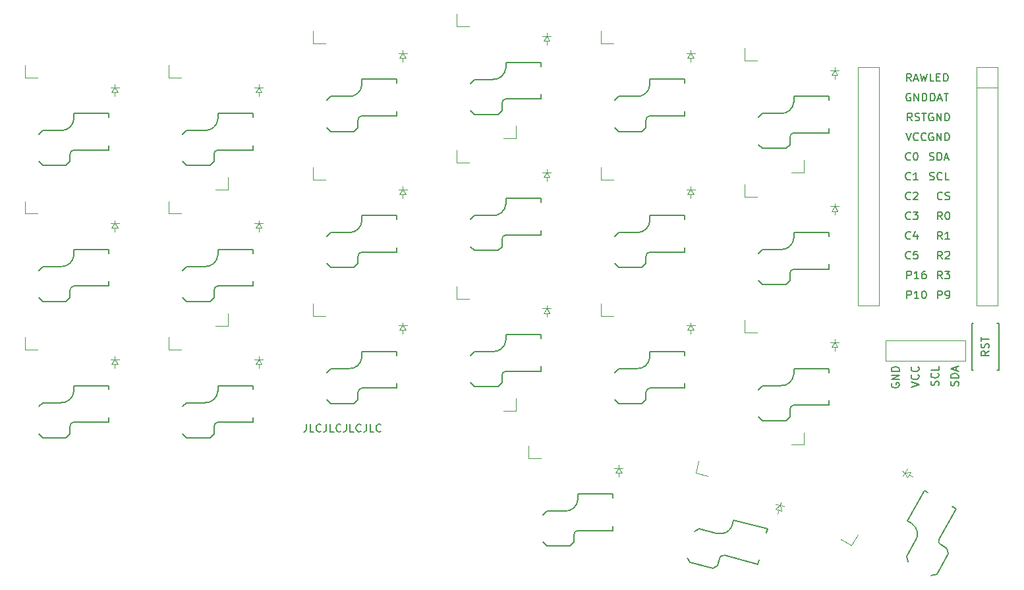
<source format=gto>
G04 #@! TF.GenerationSoftware,KiCad,Pcbnew,8.0.8+1*
G04 #@! TF.CreationDate,2025-07-09T05:02:12+00:00*
G04 #@! TF.ProjectId,corney_island,636f726e-6579-45f6-9973-6c616e642e6b,0.2*
G04 #@! TF.SameCoordinates,Original*
G04 #@! TF.FileFunction,Legend,Top*
G04 #@! TF.FilePolarity,Positive*
%FSLAX46Y46*%
G04 Gerber Fmt 4.6, Leading zero omitted, Abs format (unit mm)*
G04 Created by KiCad (PCBNEW 8.0.8+1) date 2025-07-09 05:02:12*
%MOMM*%
%LPD*%
G01*
G04 APERTURE LIST*
%ADD10C,0.150000*%
%ADD11C,0.100000*%
%ADD12C,0.120000*%
%ADD13C,2.300000*%
%ADD14C,4.400000*%
%ADD15C,5.100000*%
%ADD16C,2.000000*%
%ADD17C,3.100000*%
%ADD18C,1.800000*%
%ADD19C,0.900000*%
%ADD20O,1.800000X1.800000*%
%ADD21C,1.600000*%
%ADD22O,2.300000X1.700000*%
%ADD23O,3.400000X1.700000*%
G04 APERTURE END LIST*
D10*
X132380951Y-106454819D02*
X132380951Y-107169104D01*
X132380951Y-107169104D02*
X132333332Y-107311961D01*
X132333332Y-107311961D02*
X132238094Y-107407200D01*
X132238094Y-107407200D02*
X132095237Y-107454819D01*
X132095237Y-107454819D02*
X131999999Y-107454819D01*
X133333332Y-107454819D02*
X132857142Y-107454819D01*
X132857142Y-107454819D02*
X132857142Y-106454819D01*
X134238094Y-107359580D02*
X134190475Y-107407200D01*
X134190475Y-107407200D02*
X134047618Y-107454819D01*
X134047618Y-107454819D02*
X133952380Y-107454819D01*
X133952380Y-107454819D02*
X133809523Y-107407200D01*
X133809523Y-107407200D02*
X133714285Y-107311961D01*
X133714285Y-107311961D02*
X133666666Y-107216723D01*
X133666666Y-107216723D02*
X133619047Y-107026247D01*
X133619047Y-107026247D02*
X133619047Y-106883390D01*
X133619047Y-106883390D02*
X133666666Y-106692914D01*
X133666666Y-106692914D02*
X133714285Y-106597676D01*
X133714285Y-106597676D02*
X133809523Y-106502438D01*
X133809523Y-106502438D02*
X133952380Y-106454819D01*
X133952380Y-106454819D02*
X134047618Y-106454819D01*
X134047618Y-106454819D02*
X134190475Y-106502438D01*
X134190475Y-106502438D02*
X134238094Y-106550057D01*
X134952380Y-106454819D02*
X134952380Y-107169104D01*
X134952380Y-107169104D02*
X134904761Y-107311961D01*
X134904761Y-107311961D02*
X134809523Y-107407200D01*
X134809523Y-107407200D02*
X134666666Y-107454819D01*
X134666666Y-107454819D02*
X134571428Y-107454819D01*
X135904761Y-107454819D02*
X135428571Y-107454819D01*
X135428571Y-107454819D02*
X135428571Y-106454819D01*
X136809523Y-107359580D02*
X136761904Y-107407200D01*
X136761904Y-107407200D02*
X136619047Y-107454819D01*
X136619047Y-107454819D02*
X136523809Y-107454819D01*
X136523809Y-107454819D02*
X136380952Y-107407200D01*
X136380952Y-107407200D02*
X136285714Y-107311961D01*
X136285714Y-107311961D02*
X136238095Y-107216723D01*
X136238095Y-107216723D02*
X136190476Y-107026247D01*
X136190476Y-107026247D02*
X136190476Y-106883390D01*
X136190476Y-106883390D02*
X136238095Y-106692914D01*
X136238095Y-106692914D02*
X136285714Y-106597676D01*
X136285714Y-106597676D02*
X136380952Y-106502438D01*
X136380952Y-106502438D02*
X136523809Y-106454819D01*
X136523809Y-106454819D02*
X136619047Y-106454819D01*
X136619047Y-106454819D02*
X136761904Y-106502438D01*
X136761904Y-106502438D02*
X136809523Y-106550057D01*
X137523809Y-106454819D02*
X137523809Y-107169104D01*
X137523809Y-107169104D02*
X137476190Y-107311961D01*
X137476190Y-107311961D02*
X137380952Y-107407200D01*
X137380952Y-107407200D02*
X137238095Y-107454819D01*
X137238095Y-107454819D02*
X137142857Y-107454819D01*
X138476190Y-107454819D02*
X138000000Y-107454819D01*
X138000000Y-107454819D02*
X138000000Y-106454819D01*
X139380952Y-107359580D02*
X139333333Y-107407200D01*
X139333333Y-107407200D02*
X139190476Y-107454819D01*
X139190476Y-107454819D02*
X139095238Y-107454819D01*
X139095238Y-107454819D02*
X138952381Y-107407200D01*
X138952381Y-107407200D02*
X138857143Y-107311961D01*
X138857143Y-107311961D02*
X138809524Y-107216723D01*
X138809524Y-107216723D02*
X138761905Y-107026247D01*
X138761905Y-107026247D02*
X138761905Y-106883390D01*
X138761905Y-106883390D02*
X138809524Y-106692914D01*
X138809524Y-106692914D02*
X138857143Y-106597676D01*
X138857143Y-106597676D02*
X138952381Y-106502438D01*
X138952381Y-106502438D02*
X139095238Y-106454819D01*
X139095238Y-106454819D02*
X139190476Y-106454819D01*
X139190476Y-106454819D02*
X139333333Y-106502438D01*
X139333333Y-106502438D02*
X139380952Y-106550057D01*
X140095238Y-106454819D02*
X140095238Y-107169104D01*
X140095238Y-107169104D02*
X140047619Y-107311961D01*
X140047619Y-107311961D02*
X139952381Y-107407200D01*
X139952381Y-107407200D02*
X139809524Y-107454819D01*
X139809524Y-107454819D02*
X139714286Y-107454819D01*
X141047619Y-107454819D02*
X140571429Y-107454819D01*
X140571429Y-107454819D02*
X140571429Y-106454819D01*
X141952381Y-107359580D02*
X141904762Y-107407200D01*
X141904762Y-107407200D02*
X141761905Y-107454819D01*
X141761905Y-107454819D02*
X141666667Y-107454819D01*
X141666667Y-107454819D02*
X141523810Y-107407200D01*
X141523810Y-107407200D02*
X141428572Y-107311961D01*
X141428572Y-107311961D02*
X141380953Y-107216723D01*
X141380953Y-107216723D02*
X141333334Y-107026247D01*
X141333334Y-107026247D02*
X141333334Y-106883390D01*
X141333334Y-106883390D02*
X141380953Y-106692914D01*
X141380953Y-106692914D02*
X141428572Y-106597676D01*
X141428572Y-106597676D02*
X141523810Y-106502438D01*
X141523810Y-106502438D02*
X141666667Y-106454819D01*
X141666667Y-106454819D02*
X141761905Y-106454819D01*
X141761905Y-106454819D02*
X141904762Y-106502438D01*
X141904762Y-106502438D02*
X141952381Y-106550057D01*
X210063523Y-62374819D02*
X209730190Y-61898628D01*
X209492095Y-62374819D02*
X209492095Y-61374819D01*
X209492095Y-61374819D02*
X209873047Y-61374819D01*
X209873047Y-61374819D02*
X209968285Y-61422438D01*
X209968285Y-61422438D02*
X210015904Y-61470057D01*
X210015904Y-61470057D02*
X210063523Y-61565295D01*
X210063523Y-61565295D02*
X210063523Y-61708152D01*
X210063523Y-61708152D02*
X210015904Y-61803390D01*
X210015904Y-61803390D02*
X209968285Y-61851009D01*
X209968285Y-61851009D02*
X209873047Y-61898628D01*
X209873047Y-61898628D02*
X209492095Y-61898628D01*
X210444476Y-62089104D02*
X210920666Y-62089104D01*
X210349238Y-62374819D02*
X210682571Y-61374819D01*
X210682571Y-61374819D02*
X211015904Y-62374819D01*
X211254000Y-61374819D02*
X211492095Y-62374819D01*
X211492095Y-62374819D02*
X211682571Y-61660533D01*
X211682571Y-61660533D02*
X211873047Y-62374819D01*
X211873047Y-62374819D02*
X212111143Y-61374819D01*
X213011142Y-62374819D02*
X212534952Y-62374819D01*
X212534952Y-62374819D02*
X212534952Y-61374819D01*
X213344476Y-61851009D02*
X213677809Y-61851009D01*
X213820666Y-62374819D02*
X213344476Y-62374819D01*
X213344476Y-62374819D02*
X213344476Y-61374819D01*
X213344476Y-61374819D02*
X213820666Y-61374819D01*
X214249238Y-62374819D02*
X214249238Y-61374819D01*
X214249238Y-61374819D02*
X214487333Y-61374819D01*
X214487333Y-61374819D02*
X214630190Y-61422438D01*
X214630190Y-61422438D02*
X214725428Y-61517676D01*
X214725428Y-61517676D02*
X214773047Y-61612914D01*
X214773047Y-61612914D02*
X214820666Y-61803390D01*
X214820666Y-61803390D02*
X214820666Y-61946247D01*
X214820666Y-61946247D02*
X214773047Y-62136723D01*
X214773047Y-62136723D02*
X214725428Y-62231961D01*
X214725428Y-62231961D02*
X214630190Y-62327200D01*
X214630190Y-62327200D02*
X214487333Y-62374819D01*
X214487333Y-62374819D02*
X214249238Y-62374819D01*
X209992095Y-63962438D02*
X209896857Y-63914819D01*
X209896857Y-63914819D02*
X209754000Y-63914819D01*
X209754000Y-63914819D02*
X209611143Y-63962438D01*
X209611143Y-63962438D02*
X209515905Y-64057676D01*
X209515905Y-64057676D02*
X209468286Y-64152914D01*
X209468286Y-64152914D02*
X209420667Y-64343390D01*
X209420667Y-64343390D02*
X209420667Y-64486247D01*
X209420667Y-64486247D02*
X209468286Y-64676723D01*
X209468286Y-64676723D02*
X209515905Y-64771961D01*
X209515905Y-64771961D02*
X209611143Y-64867200D01*
X209611143Y-64867200D02*
X209754000Y-64914819D01*
X209754000Y-64914819D02*
X209849238Y-64914819D01*
X209849238Y-64914819D02*
X209992095Y-64867200D01*
X209992095Y-64867200D02*
X210039714Y-64819580D01*
X210039714Y-64819580D02*
X210039714Y-64486247D01*
X210039714Y-64486247D02*
X209849238Y-64486247D01*
X210468286Y-64914819D02*
X210468286Y-63914819D01*
X210468286Y-63914819D02*
X211039714Y-64914819D01*
X211039714Y-64914819D02*
X211039714Y-63914819D01*
X211515905Y-64914819D02*
X211515905Y-63914819D01*
X211515905Y-63914819D02*
X211754000Y-63914819D01*
X211754000Y-63914819D02*
X211896857Y-63962438D01*
X211896857Y-63962438D02*
X211992095Y-64057676D01*
X211992095Y-64057676D02*
X212039714Y-64152914D01*
X212039714Y-64152914D02*
X212087333Y-64343390D01*
X212087333Y-64343390D02*
X212087333Y-64486247D01*
X212087333Y-64486247D02*
X212039714Y-64676723D01*
X212039714Y-64676723D02*
X211992095Y-64771961D01*
X211992095Y-64771961D02*
X211896857Y-64867200D01*
X211896857Y-64867200D02*
X211754000Y-64914819D01*
X211754000Y-64914819D02*
X211515905Y-64914819D01*
X212582571Y-64914819D02*
X212582571Y-63914819D01*
X212582571Y-63914819D02*
X212820666Y-63914819D01*
X212820666Y-63914819D02*
X212963523Y-63962438D01*
X212963523Y-63962438D02*
X213058761Y-64057676D01*
X213058761Y-64057676D02*
X213106380Y-64152914D01*
X213106380Y-64152914D02*
X213153999Y-64343390D01*
X213153999Y-64343390D02*
X213153999Y-64486247D01*
X213153999Y-64486247D02*
X213106380Y-64676723D01*
X213106380Y-64676723D02*
X213058761Y-64771961D01*
X213058761Y-64771961D02*
X212963523Y-64867200D01*
X212963523Y-64867200D02*
X212820666Y-64914819D01*
X212820666Y-64914819D02*
X212582571Y-64914819D01*
X213534952Y-64629104D02*
X214011142Y-64629104D01*
X213439714Y-64914819D02*
X213773047Y-63914819D01*
X213773047Y-63914819D02*
X214106380Y-64914819D01*
X214296857Y-63914819D02*
X214868285Y-63914819D01*
X214582571Y-64914819D02*
X214582571Y-63914819D01*
X210206380Y-67454819D02*
X209873047Y-66978628D01*
X209634952Y-67454819D02*
X209634952Y-66454819D01*
X209634952Y-66454819D02*
X210015904Y-66454819D01*
X210015904Y-66454819D02*
X210111142Y-66502438D01*
X210111142Y-66502438D02*
X210158761Y-66550057D01*
X210158761Y-66550057D02*
X210206380Y-66645295D01*
X210206380Y-66645295D02*
X210206380Y-66788152D01*
X210206380Y-66788152D02*
X210158761Y-66883390D01*
X210158761Y-66883390D02*
X210111142Y-66931009D01*
X210111142Y-66931009D02*
X210015904Y-66978628D01*
X210015904Y-66978628D02*
X209634952Y-66978628D01*
X210587333Y-67407200D02*
X210730190Y-67454819D01*
X210730190Y-67454819D02*
X210968285Y-67454819D01*
X210968285Y-67454819D02*
X211063523Y-67407200D01*
X211063523Y-67407200D02*
X211111142Y-67359580D01*
X211111142Y-67359580D02*
X211158761Y-67264342D01*
X211158761Y-67264342D02*
X211158761Y-67169104D01*
X211158761Y-67169104D02*
X211111142Y-67073866D01*
X211111142Y-67073866D02*
X211063523Y-67026247D01*
X211063523Y-67026247D02*
X210968285Y-66978628D01*
X210968285Y-66978628D02*
X210777809Y-66931009D01*
X210777809Y-66931009D02*
X210682571Y-66883390D01*
X210682571Y-66883390D02*
X210634952Y-66835771D01*
X210634952Y-66835771D02*
X210587333Y-66740533D01*
X210587333Y-66740533D02*
X210587333Y-66645295D01*
X210587333Y-66645295D02*
X210634952Y-66550057D01*
X210634952Y-66550057D02*
X210682571Y-66502438D01*
X210682571Y-66502438D02*
X210777809Y-66454819D01*
X210777809Y-66454819D02*
X211015904Y-66454819D01*
X211015904Y-66454819D02*
X211158761Y-66502438D01*
X211444476Y-66454819D02*
X212015904Y-66454819D01*
X211730190Y-67454819D02*
X211730190Y-66454819D01*
X212892095Y-66502438D02*
X212796857Y-66454819D01*
X212796857Y-66454819D02*
X212654000Y-66454819D01*
X212654000Y-66454819D02*
X212511143Y-66502438D01*
X212511143Y-66502438D02*
X212415905Y-66597676D01*
X212415905Y-66597676D02*
X212368286Y-66692914D01*
X212368286Y-66692914D02*
X212320667Y-66883390D01*
X212320667Y-66883390D02*
X212320667Y-67026247D01*
X212320667Y-67026247D02*
X212368286Y-67216723D01*
X212368286Y-67216723D02*
X212415905Y-67311961D01*
X212415905Y-67311961D02*
X212511143Y-67407200D01*
X212511143Y-67407200D02*
X212654000Y-67454819D01*
X212654000Y-67454819D02*
X212749238Y-67454819D01*
X212749238Y-67454819D02*
X212892095Y-67407200D01*
X212892095Y-67407200D02*
X212939714Y-67359580D01*
X212939714Y-67359580D02*
X212939714Y-67026247D01*
X212939714Y-67026247D02*
X212749238Y-67026247D01*
X213368286Y-67454819D02*
X213368286Y-66454819D01*
X213368286Y-66454819D02*
X213939714Y-67454819D01*
X213939714Y-67454819D02*
X213939714Y-66454819D01*
X214415905Y-67454819D02*
X214415905Y-66454819D01*
X214415905Y-66454819D02*
X214654000Y-66454819D01*
X214654000Y-66454819D02*
X214796857Y-66502438D01*
X214796857Y-66502438D02*
X214892095Y-66597676D01*
X214892095Y-66597676D02*
X214939714Y-66692914D01*
X214939714Y-66692914D02*
X214987333Y-66883390D01*
X214987333Y-66883390D02*
X214987333Y-67026247D01*
X214987333Y-67026247D02*
X214939714Y-67216723D01*
X214939714Y-67216723D02*
X214892095Y-67311961D01*
X214892095Y-67311961D02*
X214796857Y-67407200D01*
X214796857Y-67407200D02*
X214654000Y-67454819D01*
X214654000Y-67454819D02*
X214415905Y-67454819D01*
X209420667Y-68994819D02*
X209754000Y-69994819D01*
X209754000Y-69994819D02*
X210087333Y-68994819D01*
X210992095Y-69899580D02*
X210944476Y-69947200D01*
X210944476Y-69947200D02*
X210801619Y-69994819D01*
X210801619Y-69994819D02*
X210706381Y-69994819D01*
X210706381Y-69994819D02*
X210563524Y-69947200D01*
X210563524Y-69947200D02*
X210468286Y-69851961D01*
X210468286Y-69851961D02*
X210420667Y-69756723D01*
X210420667Y-69756723D02*
X210373048Y-69566247D01*
X210373048Y-69566247D02*
X210373048Y-69423390D01*
X210373048Y-69423390D02*
X210420667Y-69232914D01*
X210420667Y-69232914D02*
X210468286Y-69137676D01*
X210468286Y-69137676D02*
X210563524Y-69042438D01*
X210563524Y-69042438D02*
X210706381Y-68994819D01*
X210706381Y-68994819D02*
X210801619Y-68994819D01*
X210801619Y-68994819D02*
X210944476Y-69042438D01*
X210944476Y-69042438D02*
X210992095Y-69090057D01*
X211992095Y-69899580D02*
X211944476Y-69947200D01*
X211944476Y-69947200D02*
X211801619Y-69994819D01*
X211801619Y-69994819D02*
X211706381Y-69994819D01*
X211706381Y-69994819D02*
X211563524Y-69947200D01*
X211563524Y-69947200D02*
X211468286Y-69851961D01*
X211468286Y-69851961D02*
X211420667Y-69756723D01*
X211420667Y-69756723D02*
X211373048Y-69566247D01*
X211373048Y-69566247D02*
X211373048Y-69423390D01*
X211373048Y-69423390D02*
X211420667Y-69232914D01*
X211420667Y-69232914D02*
X211468286Y-69137676D01*
X211468286Y-69137676D02*
X211563524Y-69042438D01*
X211563524Y-69042438D02*
X211706381Y-68994819D01*
X211706381Y-68994819D02*
X211801619Y-68994819D01*
X211801619Y-68994819D02*
X211944476Y-69042438D01*
X211944476Y-69042438D02*
X211992095Y-69090057D01*
X212892095Y-69042438D02*
X212796857Y-68994819D01*
X212796857Y-68994819D02*
X212654000Y-68994819D01*
X212654000Y-68994819D02*
X212511143Y-69042438D01*
X212511143Y-69042438D02*
X212415905Y-69137676D01*
X212415905Y-69137676D02*
X212368286Y-69232914D01*
X212368286Y-69232914D02*
X212320667Y-69423390D01*
X212320667Y-69423390D02*
X212320667Y-69566247D01*
X212320667Y-69566247D02*
X212368286Y-69756723D01*
X212368286Y-69756723D02*
X212415905Y-69851961D01*
X212415905Y-69851961D02*
X212511143Y-69947200D01*
X212511143Y-69947200D02*
X212654000Y-69994819D01*
X212654000Y-69994819D02*
X212749238Y-69994819D01*
X212749238Y-69994819D02*
X212892095Y-69947200D01*
X212892095Y-69947200D02*
X212939714Y-69899580D01*
X212939714Y-69899580D02*
X212939714Y-69566247D01*
X212939714Y-69566247D02*
X212749238Y-69566247D01*
X213368286Y-69994819D02*
X213368286Y-68994819D01*
X213368286Y-68994819D02*
X213939714Y-69994819D01*
X213939714Y-69994819D02*
X213939714Y-68994819D01*
X214415905Y-69994819D02*
X214415905Y-68994819D01*
X214415905Y-68994819D02*
X214654000Y-68994819D01*
X214654000Y-68994819D02*
X214796857Y-69042438D01*
X214796857Y-69042438D02*
X214892095Y-69137676D01*
X214892095Y-69137676D02*
X214939714Y-69232914D01*
X214939714Y-69232914D02*
X214987333Y-69423390D01*
X214987333Y-69423390D02*
X214987333Y-69566247D01*
X214987333Y-69566247D02*
X214939714Y-69756723D01*
X214939714Y-69756723D02*
X214892095Y-69851961D01*
X214892095Y-69851961D02*
X214796857Y-69947200D01*
X214796857Y-69947200D02*
X214654000Y-69994819D01*
X214654000Y-69994819D02*
X214415905Y-69994819D01*
X209997333Y-72439580D02*
X209949714Y-72487200D01*
X209949714Y-72487200D02*
X209806857Y-72534819D01*
X209806857Y-72534819D02*
X209711619Y-72534819D01*
X209711619Y-72534819D02*
X209568762Y-72487200D01*
X209568762Y-72487200D02*
X209473524Y-72391961D01*
X209473524Y-72391961D02*
X209425905Y-72296723D01*
X209425905Y-72296723D02*
X209378286Y-72106247D01*
X209378286Y-72106247D02*
X209378286Y-71963390D01*
X209378286Y-71963390D02*
X209425905Y-71772914D01*
X209425905Y-71772914D02*
X209473524Y-71677676D01*
X209473524Y-71677676D02*
X209568762Y-71582438D01*
X209568762Y-71582438D02*
X209711619Y-71534819D01*
X209711619Y-71534819D02*
X209806857Y-71534819D01*
X209806857Y-71534819D02*
X209949714Y-71582438D01*
X209949714Y-71582438D02*
X209997333Y-71630057D01*
X210616381Y-71534819D02*
X210711619Y-71534819D01*
X210711619Y-71534819D02*
X210806857Y-71582438D01*
X210806857Y-71582438D02*
X210854476Y-71630057D01*
X210854476Y-71630057D02*
X210902095Y-71725295D01*
X210902095Y-71725295D02*
X210949714Y-71915771D01*
X210949714Y-71915771D02*
X210949714Y-72153866D01*
X210949714Y-72153866D02*
X210902095Y-72344342D01*
X210902095Y-72344342D02*
X210854476Y-72439580D01*
X210854476Y-72439580D02*
X210806857Y-72487200D01*
X210806857Y-72487200D02*
X210711619Y-72534819D01*
X210711619Y-72534819D02*
X210616381Y-72534819D01*
X210616381Y-72534819D02*
X210521143Y-72487200D01*
X210521143Y-72487200D02*
X210473524Y-72439580D01*
X210473524Y-72439580D02*
X210425905Y-72344342D01*
X210425905Y-72344342D02*
X210378286Y-72153866D01*
X210378286Y-72153866D02*
X210378286Y-71915771D01*
X210378286Y-71915771D02*
X210425905Y-71725295D01*
X210425905Y-71725295D02*
X210473524Y-71630057D01*
X210473524Y-71630057D02*
X210521143Y-71582438D01*
X210521143Y-71582438D02*
X210616381Y-71534819D01*
X212439714Y-72487200D02*
X212582571Y-72534819D01*
X212582571Y-72534819D02*
X212820666Y-72534819D01*
X212820666Y-72534819D02*
X212915904Y-72487200D01*
X212915904Y-72487200D02*
X212963523Y-72439580D01*
X212963523Y-72439580D02*
X213011142Y-72344342D01*
X213011142Y-72344342D02*
X213011142Y-72249104D01*
X213011142Y-72249104D02*
X212963523Y-72153866D01*
X212963523Y-72153866D02*
X212915904Y-72106247D01*
X212915904Y-72106247D02*
X212820666Y-72058628D01*
X212820666Y-72058628D02*
X212630190Y-72011009D01*
X212630190Y-72011009D02*
X212534952Y-71963390D01*
X212534952Y-71963390D02*
X212487333Y-71915771D01*
X212487333Y-71915771D02*
X212439714Y-71820533D01*
X212439714Y-71820533D02*
X212439714Y-71725295D01*
X212439714Y-71725295D02*
X212487333Y-71630057D01*
X212487333Y-71630057D02*
X212534952Y-71582438D01*
X212534952Y-71582438D02*
X212630190Y-71534819D01*
X212630190Y-71534819D02*
X212868285Y-71534819D01*
X212868285Y-71534819D02*
X213011142Y-71582438D01*
X213439714Y-72534819D02*
X213439714Y-71534819D01*
X213439714Y-71534819D02*
X213677809Y-71534819D01*
X213677809Y-71534819D02*
X213820666Y-71582438D01*
X213820666Y-71582438D02*
X213915904Y-71677676D01*
X213915904Y-71677676D02*
X213963523Y-71772914D01*
X213963523Y-71772914D02*
X214011142Y-71963390D01*
X214011142Y-71963390D02*
X214011142Y-72106247D01*
X214011142Y-72106247D02*
X213963523Y-72296723D01*
X213963523Y-72296723D02*
X213915904Y-72391961D01*
X213915904Y-72391961D02*
X213820666Y-72487200D01*
X213820666Y-72487200D02*
X213677809Y-72534819D01*
X213677809Y-72534819D02*
X213439714Y-72534819D01*
X214392095Y-72249104D02*
X214868285Y-72249104D01*
X214296857Y-72534819D02*
X214630190Y-71534819D01*
X214630190Y-71534819D02*
X214963523Y-72534819D01*
X209997333Y-74979580D02*
X209949714Y-75027200D01*
X209949714Y-75027200D02*
X209806857Y-75074819D01*
X209806857Y-75074819D02*
X209711619Y-75074819D01*
X209711619Y-75074819D02*
X209568762Y-75027200D01*
X209568762Y-75027200D02*
X209473524Y-74931961D01*
X209473524Y-74931961D02*
X209425905Y-74836723D01*
X209425905Y-74836723D02*
X209378286Y-74646247D01*
X209378286Y-74646247D02*
X209378286Y-74503390D01*
X209378286Y-74503390D02*
X209425905Y-74312914D01*
X209425905Y-74312914D02*
X209473524Y-74217676D01*
X209473524Y-74217676D02*
X209568762Y-74122438D01*
X209568762Y-74122438D02*
X209711619Y-74074819D01*
X209711619Y-74074819D02*
X209806857Y-74074819D01*
X209806857Y-74074819D02*
X209949714Y-74122438D01*
X209949714Y-74122438D02*
X209997333Y-74170057D01*
X210949714Y-75074819D02*
X210378286Y-75074819D01*
X210664000Y-75074819D02*
X210664000Y-74074819D01*
X210664000Y-74074819D02*
X210568762Y-74217676D01*
X210568762Y-74217676D02*
X210473524Y-74312914D01*
X210473524Y-74312914D02*
X210378286Y-74360533D01*
X212463524Y-75027200D02*
X212606381Y-75074819D01*
X212606381Y-75074819D02*
X212844476Y-75074819D01*
X212844476Y-75074819D02*
X212939714Y-75027200D01*
X212939714Y-75027200D02*
X212987333Y-74979580D01*
X212987333Y-74979580D02*
X213034952Y-74884342D01*
X213034952Y-74884342D02*
X213034952Y-74789104D01*
X213034952Y-74789104D02*
X212987333Y-74693866D01*
X212987333Y-74693866D02*
X212939714Y-74646247D01*
X212939714Y-74646247D02*
X212844476Y-74598628D01*
X212844476Y-74598628D02*
X212654000Y-74551009D01*
X212654000Y-74551009D02*
X212558762Y-74503390D01*
X212558762Y-74503390D02*
X212511143Y-74455771D01*
X212511143Y-74455771D02*
X212463524Y-74360533D01*
X212463524Y-74360533D02*
X212463524Y-74265295D01*
X212463524Y-74265295D02*
X212511143Y-74170057D01*
X212511143Y-74170057D02*
X212558762Y-74122438D01*
X212558762Y-74122438D02*
X212654000Y-74074819D01*
X212654000Y-74074819D02*
X212892095Y-74074819D01*
X212892095Y-74074819D02*
X213034952Y-74122438D01*
X214034952Y-74979580D02*
X213987333Y-75027200D01*
X213987333Y-75027200D02*
X213844476Y-75074819D01*
X213844476Y-75074819D02*
X213749238Y-75074819D01*
X213749238Y-75074819D02*
X213606381Y-75027200D01*
X213606381Y-75027200D02*
X213511143Y-74931961D01*
X213511143Y-74931961D02*
X213463524Y-74836723D01*
X213463524Y-74836723D02*
X213415905Y-74646247D01*
X213415905Y-74646247D02*
X213415905Y-74503390D01*
X213415905Y-74503390D02*
X213463524Y-74312914D01*
X213463524Y-74312914D02*
X213511143Y-74217676D01*
X213511143Y-74217676D02*
X213606381Y-74122438D01*
X213606381Y-74122438D02*
X213749238Y-74074819D01*
X213749238Y-74074819D02*
X213844476Y-74074819D01*
X213844476Y-74074819D02*
X213987333Y-74122438D01*
X213987333Y-74122438D02*
X214034952Y-74170057D01*
X214939714Y-75074819D02*
X214463524Y-75074819D01*
X214463524Y-75074819D02*
X214463524Y-74074819D01*
X209997333Y-77519580D02*
X209949714Y-77567200D01*
X209949714Y-77567200D02*
X209806857Y-77614819D01*
X209806857Y-77614819D02*
X209711619Y-77614819D01*
X209711619Y-77614819D02*
X209568762Y-77567200D01*
X209568762Y-77567200D02*
X209473524Y-77471961D01*
X209473524Y-77471961D02*
X209425905Y-77376723D01*
X209425905Y-77376723D02*
X209378286Y-77186247D01*
X209378286Y-77186247D02*
X209378286Y-77043390D01*
X209378286Y-77043390D02*
X209425905Y-76852914D01*
X209425905Y-76852914D02*
X209473524Y-76757676D01*
X209473524Y-76757676D02*
X209568762Y-76662438D01*
X209568762Y-76662438D02*
X209711619Y-76614819D01*
X209711619Y-76614819D02*
X209806857Y-76614819D01*
X209806857Y-76614819D02*
X209949714Y-76662438D01*
X209949714Y-76662438D02*
X209997333Y-76710057D01*
X210378286Y-76710057D02*
X210425905Y-76662438D01*
X210425905Y-76662438D02*
X210521143Y-76614819D01*
X210521143Y-76614819D02*
X210759238Y-76614819D01*
X210759238Y-76614819D02*
X210854476Y-76662438D01*
X210854476Y-76662438D02*
X210902095Y-76710057D01*
X210902095Y-76710057D02*
X210949714Y-76805295D01*
X210949714Y-76805295D02*
X210949714Y-76900533D01*
X210949714Y-76900533D02*
X210902095Y-77043390D01*
X210902095Y-77043390D02*
X210330667Y-77614819D01*
X210330667Y-77614819D02*
X210949714Y-77614819D01*
X214077333Y-77519580D02*
X214029714Y-77567200D01*
X214029714Y-77567200D02*
X213886857Y-77614819D01*
X213886857Y-77614819D02*
X213791619Y-77614819D01*
X213791619Y-77614819D02*
X213648762Y-77567200D01*
X213648762Y-77567200D02*
X213553524Y-77471961D01*
X213553524Y-77471961D02*
X213505905Y-77376723D01*
X213505905Y-77376723D02*
X213458286Y-77186247D01*
X213458286Y-77186247D02*
X213458286Y-77043390D01*
X213458286Y-77043390D02*
X213505905Y-76852914D01*
X213505905Y-76852914D02*
X213553524Y-76757676D01*
X213553524Y-76757676D02*
X213648762Y-76662438D01*
X213648762Y-76662438D02*
X213791619Y-76614819D01*
X213791619Y-76614819D02*
X213886857Y-76614819D01*
X213886857Y-76614819D02*
X214029714Y-76662438D01*
X214029714Y-76662438D02*
X214077333Y-76710057D01*
X214458286Y-77567200D02*
X214601143Y-77614819D01*
X214601143Y-77614819D02*
X214839238Y-77614819D01*
X214839238Y-77614819D02*
X214934476Y-77567200D01*
X214934476Y-77567200D02*
X214982095Y-77519580D01*
X214982095Y-77519580D02*
X215029714Y-77424342D01*
X215029714Y-77424342D02*
X215029714Y-77329104D01*
X215029714Y-77329104D02*
X214982095Y-77233866D01*
X214982095Y-77233866D02*
X214934476Y-77186247D01*
X214934476Y-77186247D02*
X214839238Y-77138628D01*
X214839238Y-77138628D02*
X214648762Y-77091009D01*
X214648762Y-77091009D02*
X214553524Y-77043390D01*
X214553524Y-77043390D02*
X214505905Y-76995771D01*
X214505905Y-76995771D02*
X214458286Y-76900533D01*
X214458286Y-76900533D02*
X214458286Y-76805295D01*
X214458286Y-76805295D02*
X214505905Y-76710057D01*
X214505905Y-76710057D02*
X214553524Y-76662438D01*
X214553524Y-76662438D02*
X214648762Y-76614819D01*
X214648762Y-76614819D02*
X214886857Y-76614819D01*
X214886857Y-76614819D02*
X215029714Y-76662438D01*
X209997333Y-80059580D02*
X209949714Y-80107200D01*
X209949714Y-80107200D02*
X209806857Y-80154819D01*
X209806857Y-80154819D02*
X209711619Y-80154819D01*
X209711619Y-80154819D02*
X209568762Y-80107200D01*
X209568762Y-80107200D02*
X209473524Y-80011961D01*
X209473524Y-80011961D02*
X209425905Y-79916723D01*
X209425905Y-79916723D02*
X209378286Y-79726247D01*
X209378286Y-79726247D02*
X209378286Y-79583390D01*
X209378286Y-79583390D02*
X209425905Y-79392914D01*
X209425905Y-79392914D02*
X209473524Y-79297676D01*
X209473524Y-79297676D02*
X209568762Y-79202438D01*
X209568762Y-79202438D02*
X209711619Y-79154819D01*
X209711619Y-79154819D02*
X209806857Y-79154819D01*
X209806857Y-79154819D02*
X209949714Y-79202438D01*
X209949714Y-79202438D02*
X209997333Y-79250057D01*
X210330667Y-79154819D02*
X210949714Y-79154819D01*
X210949714Y-79154819D02*
X210616381Y-79535771D01*
X210616381Y-79535771D02*
X210759238Y-79535771D01*
X210759238Y-79535771D02*
X210854476Y-79583390D01*
X210854476Y-79583390D02*
X210902095Y-79631009D01*
X210902095Y-79631009D02*
X210949714Y-79726247D01*
X210949714Y-79726247D02*
X210949714Y-79964342D01*
X210949714Y-79964342D02*
X210902095Y-80059580D01*
X210902095Y-80059580D02*
X210854476Y-80107200D01*
X210854476Y-80107200D02*
X210759238Y-80154819D01*
X210759238Y-80154819D02*
X210473524Y-80154819D01*
X210473524Y-80154819D02*
X210378286Y-80107200D01*
X210378286Y-80107200D02*
X210330667Y-80059580D01*
X214077333Y-80154819D02*
X213744000Y-79678628D01*
X213505905Y-80154819D02*
X213505905Y-79154819D01*
X213505905Y-79154819D02*
X213886857Y-79154819D01*
X213886857Y-79154819D02*
X213982095Y-79202438D01*
X213982095Y-79202438D02*
X214029714Y-79250057D01*
X214029714Y-79250057D02*
X214077333Y-79345295D01*
X214077333Y-79345295D02*
X214077333Y-79488152D01*
X214077333Y-79488152D02*
X214029714Y-79583390D01*
X214029714Y-79583390D02*
X213982095Y-79631009D01*
X213982095Y-79631009D02*
X213886857Y-79678628D01*
X213886857Y-79678628D02*
X213505905Y-79678628D01*
X214696381Y-79154819D02*
X214791619Y-79154819D01*
X214791619Y-79154819D02*
X214886857Y-79202438D01*
X214886857Y-79202438D02*
X214934476Y-79250057D01*
X214934476Y-79250057D02*
X214982095Y-79345295D01*
X214982095Y-79345295D02*
X215029714Y-79535771D01*
X215029714Y-79535771D02*
X215029714Y-79773866D01*
X215029714Y-79773866D02*
X214982095Y-79964342D01*
X214982095Y-79964342D02*
X214934476Y-80059580D01*
X214934476Y-80059580D02*
X214886857Y-80107200D01*
X214886857Y-80107200D02*
X214791619Y-80154819D01*
X214791619Y-80154819D02*
X214696381Y-80154819D01*
X214696381Y-80154819D02*
X214601143Y-80107200D01*
X214601143Y-80107200D02*
X214553524Y-80059580D01*
X214553524Y-80059580D02*
X214505905Y-79964342D01*
X214505905Y-79964342D02*
X214458286Y-79773866D01*
X214458286Y-79773866D02*
X214458286Y-79535771D01*
X214458286Y-79535771D02*
X214505905Y-79345295D01*
X214505905Y-79345295D02*
X214553524Y-79250057D01*
X214553524Y-79250057D02*
X214601143Y-79202438D01*
X214601143Y-79202438D02*
X214696381Y-79154819D01*
X209997333Y-82599580D02*
X209949714Y-82647200D01*
X209949714Y-82647200D02*
X209806857Y-82694819D01*
X209806857Y-82694819D02*
X209711619Y-82694819D01*
X209711619Y-82694819D02*
X209568762Y-82647200D01*
X209568762Y-82647200D02*
X209473524Y-82551961D01*
X209473524Y-82551961D02*
X209425905Y-82456723D01*
X209425905Y-82456723D02*
X209378286Y-82266247D01*
X209378286Y-82266247D02*
X209378286Y-82123390D01*
X209378286Y-82123390D02*
X209425905Y-81932914D01*
X209425905Y-81932914D02*
X209473524Y-81837676D01*
X209473524Y-81837676D02*
X209568762Y-81742438D01*
X209568762Y-81742438D02*
X209711619Y-81694819D01*
X209711619Y-81694819D02*
X209806857Y-81694819D01*
X209806857Y-81694819D02*
X209949714Y-81742438D01*
X209949714Y-81742438D02*
X209997333Y-81790057D01*
X210854476Y-82028152D02*
X210854476Y-82694819D01*
X210616381Y-81647200D02*
X210378286Y-82361485D01*
X210378286Y-82361485D02*
X210997333Y-82361485D01*
X214077333Y-82694819D02*
X213744000Y-82218628D01*
X213505905Y-82694819D02*
X213505905Y-81694819D01*
X213505905Y-81694819D02*
X213886857Y-81694819D01*
X213886857Y-81694819D02*
X213982095Y-81742438D01*
X213982095Y-81742438D02*
X214029714Y-81790057D01*
X214029714Y-81790057D02*
X214077333Y-81885295D01*
X214077333Y-81885295D02*
X214077333Y-82028152D01*
X214077333Y-82028152D02*
X214029714Y-82123390D01*
X214029714Y-82123390D02*
X213982095Y-82171009D01*
X213982095Y-82171009D02*
X213886857Y-82218628D01*
X213886857Y-82218628D02*
X213505905Y-82218628D01*
X215029714Y-82694819D02*
X214458286Y-82694819D01*
X214744000Y-82694819D02*
X214744000Y-81694819D01*
X214744000Y-81694819D02*
X214648762Y-81837676D01*
X214648762Y-81837676D02*
X214553524Y-81932914D01*
X214553524Y-81932914D02*
X214458286Y-81980533D01*
X209997333Y-85139580D02*
X209949714Y-85187200D01*
X209949714Y-85187200D02*
X209806857Y-85234819D01*
X209806857Y-85234819D02*
X209711619Y-85234819D01*
X209711619Y-85234819D02*
X209568762Y-85187200D01*
X209568762Y-85187200D02*
X209473524Y-85091961D01*
X209473524Y-85091961D02*
X209425905Y-84996723D01*
X209425905Y-84996723D02*
X209378286Y-84806247D01*
X209378286Y-84806247D02*
X209378286Y-84663390D01*
X209378286Y-84663390D02*
X209425905Y-84472914D01*
X209425905Y-84472914D02*
X209473524Y-84377676D01*
X209473524Y-84377676D02*
X209568762Y-84282438D01*
X209568762Y-84282438D02*
X209711619Y-84234819D01*
X209711619Y-84234819D02*
X209806857Y-84234819D01*
X209806857Y-84234819D02*
X209949714Y-84282438D01*
X209949714Y-84282438D02*
X209997333Y-84330057D01*
X210902095Y-84234819D02*
X210425905Y-84234819D01*
X210425905Y-84234819D02*
X210378286Y-84711009D01*
X210378286Y-84711009D02*
X210425905Y-84663390D01*
X210425905Y-84663390D02*
X210521143Y-84615771D01*
X210521143Y-84615771D02*
X210759238Y-84615771D01*
X210759238Y-84615771D02*
X210854476Y-84663390D01*
X210854476Y-84663390D02*
X210902095Y-84711009D01*
X210902095Y-84711009D02*
X210949714Y-84806247D01*
X210949714Y-84806247D02*
X210949714Y-85044342D01*
X210949714Y-85044342D02*
X210902095Y-85139580D01*
X210902095Y-85139580D02*
X210854476Y-85187200D01*
X210854476Y-85187200D02*
X210759238Y-85234819D01*
X210759238Y-85234819D02*
X210521143Y-85234819D01*
X210521143Y-85234819D02*
X210425905Y-85187200D01*
X210425905Y-85187200D02*
X210378286Y-85139580D01*
X214077333Y-85234819D02*
X213744000Y-84758628D01*
X213505905Y-85234819D02*
X213505905Y-84234819D01*
X213505905Y-84234819D02*
X213886857Y-84234819D01*
X213886857Y-84234819D02*
X213982095Y-84282438D01*
X213982095Y-84282438D02*
X214029714Y-84330057D01*
X214029714Y-84330057D02*
X214077333Y-84425295D01*
X214077333Y-84425295D02*
X214077333Y-84568152D01*
X214077333Y-84568152D02*
X214029714Y-84663390D01*
X214029714Y-84663390D02*
X213982095Y-84711009D01*
X213982095Y-84711009D02*
X213886857Y-84758628D01*
X213886857Y-84758628D02*
X213505905Y-84758628D01*
X214458286Y-84330057D02*
X214505905Y-84282438D01*
X214505905Y-84282438D02*
X214601143Y-84234819D01*
X214601143Y-84234819D02*
X214839238Y-84234819D01*
X214839238Y-84234819D02*
X214934476Y-84282438D01*
X214934476Y-84282438D02*
X214982095Y-84330057D01*
X214982095Y-84330057D02*
X215029714Y-84425295D01*
X215029714Y-84425295D02*
X215029714Y-84520533D01*
X215029714Y-84520533D02*
X214982095Y-84663390D01*
X214982095Y-84663390D02*
X214410667Y-85234819D01*
X214410667Y-85234819D02*
X215029714Y-85234819D01*
X209539714Y-87774819D02*
X209539714Y-86774819D01*
X209539714Y-86774819D02*
X209920666Y-86774819D01*
X209920666Y-86774819D02*
X210015904Y-86822438D01*
X210015904Y-86822438D02*
X210063523Y-86870057D01*
X210063523Y-86870057D02*
X210111142Y-86965295D01*
X210111142Y-86965295D02*
X210111142Y-87108152D01*
X210111142Y-87108152D02*
X210063523Y-87203390D01*
X210063523Y-87203390D02*
X210015904Y-87251009D01*
X210015904Y-87251009D02*
X209920666Y-87298628D01*
X209920666Y-87298628D02*
X209539714Y-87298628D01*
X211063523Y-87774819D02*
X210492095Y-87774819D01*
X210777809Y-87774819D02*
X210777809Y-86774819D01*
X210777809Y-86774819D02*
X210682571Y-86917676D01*
X210682571Y-86917676D02*
X210587333Y-87012914D01*
X210587333Y-87012914D02*
X210492095Y-87060533D01*
X211920666Y-86774819D02*
X211730190Y-86774819D01*
X211730190Y-86774819D02*
X211634952Y-86822438D01*
X211634952Y-86822438D02*
X211587333Y-86870057D01*
X211587333Y-86870057D02*
X211492095Y-87012914D01*
X211492095Y-87012914D02*
X211444476Y-87203390D01*
X211444476Y-87203390D02*
X211444476Y-87584342D01*
X211444476Y-87584342D02*
X211492095Y-87679580D01*
X211492095Y-87679580D02*
X211539714Y-87727200D01*
X211539714Y-87727200D02*
X211634952Y-87774819D01*
X211634952Y-87774819D02*
X211825428Y-87774819D01*
X211825428Y-87774819D02*
X211920666Y-87727200D01*
X211920666Y-87727200D02*
X211968285Y-87679580D01*
X211968285Y-87679580D02*
X212015904Y-87584342D01*
X212015904Y-87584342D02*
X212015904Y-87346247D01*
X212015904Y-87346247D02*
X211968285Y-87251009D01*
X211968285Y-87251009D02*
X211920666Y-87203390D01*
X211920666Y-87203390D02*
X211825428Y-87155771D01*
X211825428Y-87155771D02*
X211634952Y-87155771D01*
X211634952Y-87155771D02*
X211539714Y-87203390D01*
X211539714Y-87203390D02*
X211492095Y-87251009D01*
X211492095Y-87251009D02*
X211444476Y-87346247D01*
X214077333Y-87774819D02*
X213744000Y-87298628D01*
X213505905Y-87774819D02*
X213505905Y-86774819D01*
X213505905Y-86774819D02*
X213886857Y-86774819D01*
X213886857Y-86774819D02*
X213982095Y-86822438D01*
X213982095Y-86822438D02*
X214029714Y-86870057D01*
X214029714Y-86870057D02*
X214077333Y-86965295D01*
X214077333Y-86965295D02*
X214077333Y-87108152D01*
X214077333Y-87108152D02*
X214029714Y-87203390D01*
X214029714Y-87203390D02*
X213982095Y-87251009D01*
X213982095Y-87251009D02*
X213886857Y-87298628D01*
X213886857Y-87298628D02*
X213505905Y-87298628D01*
X214410667Y-86774819D02*
X215029714Y-86774819D01*
X215029714Y-86774819D02*
X214696381Y-87155771D01*
X214696381Y-87155771D02*
X214839238Y-87155771D01*
X214839238Y-87155771D02*
X214934476Y-87203390D01*
X214934476Y-87203390D02*
X214982095Y-87251009D01*
X214982095Y-87251009D02*
X215029714Y-87346247D01*
X215029714Y-87346247D02*
X215029714Y-87584342D01*
X215029714Y-87584342D02*
X214982095Y-87679580D01*
X214982095Y-87679580D02*
X214934476Y-87727200D01*
X214934476Y-87727200D02*
X214839238Y-87774819D01*
X214839238Y-87774819D02*
X214553524Y-87774819D01*
X214553524Y-87774819D02*
X214458286Y-87727200D01*
X214458286Y-87727200D02*
X214410667Y-87679580D01*
X209539714Y-90314819D02*
X209539714Y-89314819D01*
X209539714Y-89314819D02*
X209920666Y-89314819D01*
X209920666Y-89314819D02*
X210015904Y-89362438D01*
X210015904Y-89362438D02*
X210063523Y-89410057D01*
X210063523Y-89410057D02*
X210111142Y-89505295D01*
X210111142Y-89505295D02*
X210111142Y-89648152D01*
X210111142Y-89648152D02*
X210063523Y-89743390D01*
X210063523Y-89743390D02*
X210015904Y-89791009D01*
X210015904Y-89791009D02*
X209920666Y-89838628D01*
X209920666Y-89838628D02*
X209539714Y-89838628D01*
X211063523Y-90314819D02*
X210492095Y-90314819D01*
X210777809Y-90314819D02*
X210777809Y-89314819D01*
X210777809Y-89314819D02*
X210682571Y-89457676D01*
X210682571Y-89457676D02*
X210587333Y-89552914D01*
X210587333Y-89552914D02*
X210492095Y-89600533D01*
X211682571Y-89314819D02*
X211777809Y-89314819D01*
X211777809Y-89314819D02*
X211873047Y-89362438D01*
X211873047Y-89362438D02*
X211920666Y-89410057D01*
X211920666Y-89410057D02*
X211968285Y-89505295D01*
X211968285Y-89505295D02*
X212015904Y-89695771D01*
X212015904Y-89695771D02*
X212015904Y-89933866D01*
X212015904Y-89933866D02*
X211968285Y-90124342D01*
X211968285Y-90124342D02*
X211920666Y-90219580D01*
X211920666Y-90219580D02*
X211873047Y-90267200D01*
X211873047Y-90267200D02*
X211777809Y-90314819D01*
X211777809Y-90314819D02*
X211682571Y-90314819D01*
X211682571Y-90314819D02*
X211587333Y-90267200D01*
X211587333Y-90267200D02*
X211539714Y-90219580D01*
X211539714Y-90219580D02*
X211492095Y-90124342D01*
X211492095Y-90124342D02*
X211444476Y-89933866D01*
X211444476Y-89933866D02*
X211444476Y-89695771D01*
X211444476Y-89695771D02*
X211492095Y-89505295D01*
X211492095Y-89505295D02*
X211539714Y-89410057D01*
X211539714Y-89410057D02*
X211587333Y-89362438D01*
X211587333Y-89362438D02*
X211682571Y-89314819D01*
X213505905Y-90314819D02*
X213505905Y-89314819D01*
X213505905Y-89314819D02*
X213886857Y-89314819D01*
X213886857Y-89314819D02*
X213982095Y-89362438D01*
X213982095Y-89362438D02*
X214029714Y-89410057D01*
X214029714Y-89410057D02*
X214077333Y-89505295D01*
X214077333Y-89505295D02*
X214077333Y-89648152D01*
X214077333Y-89648152D02*
X214029714Y-89743390D01*
X214029714Y-89743390D02*
X213982095Y-89791009D01*
X213982095Y-89791009D02*
X213886857Y-89838628D01*
X213886857Y-89838628D02*
X213505905Y-89838628D01*
X214553524Y-90314819D02*
X214744000Y-90314819D01*
X214744000Y-90314819D02*
X214839238Y-90267200D01*
X214839238Y-90267200D02*
X214886857Y-90219580D01*
X214886857Y-90219580D02*
X214982095Y-90076723D01*
X214982095Y-90076723D02*
X215029714Y-89886247D01*
X215029714Y-89886247D02*
X215029714Y-89505295D01*
X215029714Y-89505295D02*
X214982095Y-89410057D01*
X214982095Y-89410057D02*
X214934476Y-89362438D01*
X214934476Y-89362438D02*
X214839238Y-89314819D01*
X214839238Y-89314819D02*
X214648762Y-89314819D01*
X214648762Y-89314819D02*
X214553524Y-89362438D01*
X214553524Y-89362438D02*
X214505905Y-89410057D01*
X214505905Y-89410057D02*
X214458286Y-89505295D01*
X214458286Y-89505295D02*
X214458286Y-89743390D01*
X214458286Y-89743390D02*
X214505905Y-89838628D01*
X214505905Y-89838628D02*
X214553524Y-89886247D01*
X214553524Y-89886247D02*
X214648762Y-89933866D01*
X214648762Y-89933866D02*
X214839238Y-89933866D01*
X214839238Y-89933866D02*
X214934476Y-89886247D01*
X214934476Y-89886247D02*
X214982095Y-89838628D01*
X214982095Y-89838628D02*
X215029714Y-89743390D01*
X207589438Y-101192398D02*
X207541819Y-101287636D01*
X207541819Y-101287636D02*
X207541819Y-101430493D01*
X207541819Y-101430493D02*
X207589438Y-101573350D01*
X207589438Y-101573350D02*
X207684676Y-101668588D01*
X207684676Y-101668588D02*
X207779914Y-101716207D01*
X207779914Y-101716207D02*
X207970390Y-101763826D01*
X207970390Y-101763826D02*
X208113247Y-101763826D01*
X208113247Y-101763826D02*
X208303723Y-101716207D01*
X208303723Y-101716207D02*
X208398961Y-101668588D01*
X208398961Y-101668588D02*
X208494200Y-101573350D01*
X208494200Y-101573350D02*
X208541819Y-101430493D01*
X208541819Y-101430493D02*
X208541819Y-101335255D01*
X208541819Y-101335255D02*
X208494200Y-101192398D01*
X208494200Y-101192398D02*
X208446580Y-101144779D01*
X208446580Y-101144779D02*
X208113247Y-101144779D01*
X208113247Y-101144779D02*
X208113247Y-101335255D01*
X208541819Y-100716207D02*
X207541819Y-100716207D01*
X207541819Y-100716207D02*
X208541819Y-100144779D01*
X208541819Y-100144779D02*
X207541819Y-100144779D01*
X208541819Y-99668588D02*
X207541819Y-99668588D01*
X207541819Y-99668588D02*
X207541819Y-99430493D01*
X207541819Y-99430493D02*
X207589438Y-99287636D01*
X207589438Y-99287636D02*
X207684676Y-99192398D01*
X207684676Y-99192398D02*
X207779914Y-99144779D01*
X207779914Y-99144779D02*
X207970390Y-99097160D01*
X207970390Y-99097160D02*
X208113247Y-99097160D01*
X208113247Y-99097160D02*
X208303723Y-99144779D01*
X208303723Y-99144779D02*
X208398961Y-99192398D01*
X208398961Y-99192398D02*
X208494200Y-99287636D01*
X208494200Y-99287636D02*
X208541819Y-99430493D01*
X208541819Y-99430493D02*
X208541819Y-99668588D01*
X210081819Y-101668588D02*
X211081819Y-101335255D01*
X211081819Y-101335255D02*
X210081819Y-101001922D01*
X210986580Y-100097160D02*
X211034200Y-100144779D01*
X211034200Y-100144779D02*
X211081819Y-100287636D01*
X211081819Y-100287636D02*
X211081819Y-100382874D01*
X211081819Y-100382874D02*
X211034200Y-100525731D01*
X211034200Y-100525731D02*
X210938961Y-100620969D01*
X210938961Y-100620969D02*
X210843723Y-100668588D01*
X210843723Y-100668588D02*
X210653247Y-100716207D01*
X210653247Y-100716207D02*
X210510390Y-100716207D01*
X210510390Y-100716207D02*
X210319914Y-100668588D01*
X210319914Y-100668588D02*
X210224676Y-100620969D01*
X210224676Y-100620969D02*
X210129438Y-100525731D01*
X210129438Y-100525731D02*
X210081819Y-100382874D01*
X210081819Y-100382874D02*
X210081819Y-100287636D01*
X210081819Y-100287636D02*
X210129438Y-100144779D01*
X210129438Y-100144779D02*
X210177057Y-100097160D01*
X210986580Y-99097160D02*
X211034200Y-99144779D01*
X211034200Y-99144779D02*
X211081819Y-99287636D01*
X211081819Y-99287636D02*
X211081819Y-99382874D01*
X211081819Y-99382874D02*
X211034200Y-99525731D01*
X211034200Y-99525731D02*
X210938961Y-99620969D01*
X210938961Y-99620969D02*
X210843723Y-99668588D01*
X210843723Y-99668588D02*
X210653247Y-99716207D01*
X210653247Y-99716207D02*
X210510390Y-99716207D01*
X210510390Y-99716207D02*
X210319914Y-99668588D01*
X210319914Y-99668588D02*
X210224676Y-99620969D01*
X210224676Y-99620969D02*
X210129438Y-99525731D01*
X210129438Y-99525731D02*
X210081819Y-99382874D01*
X210081819Y-99382874D02*
X210081819Y-99287636D01*
X210081819Y-99287636D02*
X210129438Y-99144779D01*
X210129438Y-99144779D02*
X210177057Y-99097160D01*
X213574200Y-101478112D02*
X213621819Y-101335255D01*
X213621819Y-101335255D02*
X213621819Y-101097160D01*
X213621819Y-101097160D02*
X213574200Y-101001922D01*
X213574200Y-101001922D02*
X213526580Y-100954303D01*
X213526580Y-100954303D02*
X213431342Y-100906684D01*
X213431342Y-100906684D02*
X213336104Y-100906684D01*
X213336104Y-100906684D02*
X213240866Y-100954303D01*
X213240866Y-100954303D02*
X213193247Y-101001922D01*
X213193247Y-101001922D02*
X213145628Y-101097160D01*
X213145628Y-101097160D02*
X213098009Y-101287636D01*
X213098009Y-101287636D02*
X213050390Y-101382874D01*
X213050390Y-101382874D02*
X213002771Y-101430493D01*
X213002771Y-101430493D02*
X212907533Y-101478112D01*
X212907533Y-101478112D02*
X212812295Y-101478112D01*
X212812295Y-101478112D02*
X212717057Y-101430493D01*
X212717057Y-101430493D02*
X212669438Y-101382874D01*
X212669438Y-101382874D02*
X212621819Y-101287636D01*
X212621819Y-101287636D02*
X212621819Y-101049541D01*
X212621819Y-101049541D02*
X212669438Y-100906684D01*
X213526580Y-99906684D02*
X213574200Y-99954303D01*
X213574200Y-99954303D02*
X213621819Y-100097160D01*
X213621819Y-100097160D02*
X213621819Y-100192398D01*
X213621819Y-100192398D02*
X213574200Y-100335255D01*
X213574200Y-100335255D02*
X213478961Y-100430493D01*
X213478961Y-100430493D02*
X213383723Y-100478112D01*
X213383723Y-100478112D02*
X213193247Y-100525731D01*
X213193247Y-100525731D02*
X213050390Y-100525731D01*
X213050390Y-100525731D02*
X212859914Y-100478112D01*
X212859914Y-100478112D02*
X212764676Y-100430493D01*
X212764676Y-100430493D02*
X212669438Y-100335255D01*
X212669438Y-100335255D02*
X212621819Y-100192398D01*
X212621819Y-100192398D02*
X212621819Y-100097160D01*
X212621819Y-100097160D02*
X212669438Y-99954303D01*
X212669438Y-99954303D02*
X212717057Y-99906684D01*
X213621819Y-99001922D02*
X213621819Y-99478112D01*
X213621819Y-99478112D02*
X212621819Y-99478112D01*
X216114200Y-101525731D02*
X216161819Y-101382874D01*
X216161819Y-101382874D02*
X216161819Y-101144779D01*
X216161819Y-101144779D02*
X216114200Y-101049541D01*
X216114200Y-101049541D02*
X216066580Y-101001922D01*
X216066580Y-101001922D02*
X215971342Y-100954303D01*
X215971342Y-100954303D02*
X215876104Y-100954303D01*
X215876104Y-100954303D02*
X215780866Y-101001922D01*
X215780866Y-101001922D02*
X215733247Y-101049541D01*
X215733247Y-101049541D02*
X215685628Y-101144779D01*
X215685628Y-101144779D02*
X215638009Y-101335255D01*
X215638009Y-101335255D02*
X215590390Y-101430493D01*
X215590390Y-101430493D02*
X215542771Y-101478112D01*
X215542771Y-101478112D02*
X215447533Y-101525731D01*
X215447533Y-101525731D02*
X215352295Y-101525731D01*
X215352295Y-101525731D02*
X215257057Y-101478112D01*
X215257057Y-101478112D02*
X215209438Y-101430493D01*
X215209438Y-101430493D02*
X215161819Y-101335255D01*
X215161819Y-101335255D02*
X215161819Y-101097160D01*
X215161819Y-101097160D02*
X215209438Y-100954303D01*
X216161819Y-100525731D02*
X215161819Y-100525731D01*
X215161819Y-100525731D02*
X215161819Y-100287636D01*
X215161819Y-100287636D02*
X215209438Y-100144779D01*
X215209438Y-100144779D02*
X215304676Y-100049541D01*
X215304676Y-100049541D02*
X215399914Y-100001922D01*
X215399914Y-100001922D02*
X215590390Y-99954303D01*
X215590390Y-99954303D02*
X215733247Y-99954303D01*
X215733247Y-99954303D02*
X215923723Y-100001922D01*
X215923723Y-100001922D02*
X216018961Y-100049541D01*
X216018961Y-100049541D02*
X216114200Y-100144779D01*
X216114200Y-100144779D02*
X216161819Y-100287636D01*
X216161819Y-100287636D02*
X216161819Y-100525731D01*
X215876104Y-99573350D02*
X215876104Y-99097160D01*
X216161819Y-99668588D02*
X215161819Y-99335255D01*
X215161819Y-99335255D02*
X216161819Y-99001922D01*
X220054819Y-97048619D02*
X219578628Y-97381952D01*
X220054819Y-97620047D02*
X219054819Y-97620047D01*
X219054819Y-97620047D02*
X219054819Y-97239095D01*
X219054819Y-97239095D02*
X219102438Y-97143857D01*
X219102438Y-97143857D02*
X219150057Y-97096238D01*
X219150057Y-97096238D02*
X219245295Y-97048619D01*
X219245295Y-97048619D02*
X219388152Y-97048619D01*
X219388152Y-97048619D02*
X219483390Y-97096238D01*
X219483390Y-97096238D02*
X219531009Y-97143857D01*
X219531009Y-97143857D02*
X219578628Y-97239095D01*
X219578628Y-97239095D02*
X219578628Y-97620047D01*
X220007200Y-96667666D02*
X220054819Y-96524809D01*
X220054819Y-96524809D02*
X220054819Y-96286714D01*
X220054819Y-96286714D02*
X220007200Y-96191476D01*
X220007200Y-96191476D02*
X219959580Y-96143857D01*
X219959580Y-96143857D02*
X219864342Y-96096238D01*
X219864342Y-96096238D02*
X219769104Y-96096238D01*
X219769104Y-96096238D02*
X219673866Y-96143857D01*
X219673866Y-96143857D02*
X219626247Y-96191476D01*
X219626247Y-96191476D02*
X219578628Y-96286714D01*
X219578628Y-96286714D02*
X219531009Y-96477190D01*
X219531009Y-96477190D02*
X219483390Y-96572428D01*
X219483390Y-96572428D02*
X219435771Y-96620047D01*
X219435771Y-96620047D02*
X219340533Y-96667666D01*
X219340533Y-96667666D02*
X219245295Y-96667666D01*
X219245295Y-96667666D02*
X219150057Y-96620047D01*
X219150057Y-96620047D02*
X219102438Y-96572428D01*
X219102438Y-96572428D02*
X219054819Y-96477190D01*
X219054819Y-96477190D02*
X219054819Y-96239095D01*
X219054819Y-96239095D02*
X219102438Y-96096238D01*
X219054819Y-95810523D02*
X219054819Y-95239095D01*
X220054819Y-95524809D02*
X219054819Y-95524809D01*
X107000000Y-105600000D02*
X107000000Y-106200000D01*
X107000000Y-106200000D02*
X102520000Y-106200000D01*
X102000000Y-106780000D02*
X102000000Y-107700000D01*
X101500000Y-108200000D02*
X102000000Y-107700000D01*
X98500000Y-108200000D02*
X101500000Y-108200000D01*
X98000000Y-107700000D02*
X98500000Y-108200000D01*
X102000000Y-106780000D02*
G75*
G02*
X102520000Y-106200000I549999J30001D01*
G01*
X107000000Y-101500000D02*
X107000000Y-102000000D01*
X102500000Y-101500000D02*
X107000000Y-101500000D01*
X102500000Y-102200000D02*
X102500000Y-101500000D01*
X98500000Y-103700000D02*
X100800000Y-103700000D01*
X98000000Y-104200000D02*
X98500000Y-103700000D01*
X102500000Y-102220000D02*
G75*
G02*
X100800000Y-103700000I-1589999J109999D01*
G01*
X107000000Y-88100000D02*
X107000000Y-88700000D01*
X107000000Y-88700000D02*
X102520000Y-88700000D01*
X102000000Y-89280000D02*
X102000000Y-90200000D01*
X101500000Y-90700000D02*
X102000000Y-90200000D01*
X98500000Y-90700000D02*
X101500000Y-90700000D01*
X98000000Y-90200000D02*
X98500000Y-90700000D01*
X102000000Y-89280000D02*
G75*
G02*
X102520000Y-88700000I549999J30001D01*
G01*
X107000000Y-84000000D02*
X107000000Y-84500000D01*
X102500000Y-84000000D02*
X107000000Y-84000000D01*
X102500000Y-84700000D02*
X102500000Y-84000000D01*
X98500000Y-86200000D02*
X100800000Y-86200000D01*
X98000000Y-86700000D02*
X98500000Y-86200000D01*
X102500000Y-84720000D02*
G75*
G02*
X100800000Y-86200000I-1589999J109999D01*
G01*
X107000000Y-70600000D02*
X107000000Y-71200000D01*
X107000000Y-71200000D02*
X102520000Y-71200000D01*
X102000000Y-71780000D02*
X102000000Y-72700000D01*
X101500000Y-73200000D02*
X102000000Y-72700000D01*
X98500000Y-73200000D02*
X101500000Y-73200000D01*
X98000000Y-72700000D02*
X98500000Y-73200000D01*
X102000000Y-71780000D02*
G75*
G02*
X102520000Y-71200000I549999J30001D01*
G01*
X107000000Y-66500000D02*
X107000000Y-67000000D01*
X102500000Y-66500000D02*
X107000000Y-66500000D01*
X102500000Y-67200000D02*
X102500000Y-66500000D01*
X98500000Y-68700000D02*
X100800000Y-68700000D01*
X98000000Y-69200000D02*
X98500000Y-68700000D01*
X102500000Y-67220000D02*
G75*
G02*
X100800000Y-68700000I-1589999J109999D01*
G01*
X125500000Y-105600000D02*
X125500000Y-106200000D01*
X125500000Y-106200000D02*
X121020000Y-106200000D01*
X120500000Y-106780000D02*
X120500000Y-107700000D01*
X120000000Y-108200000D02*
X120500000Y-107700000D01*
X117000000Y-108200000D02*
X120000000Y-108200000D01*
X116500000Y-107700000D02*
X117000000Y-108200000D01*
X120500000Y-106780000D02*
G75*
G02*
X121020000Y-106200000I549999J30001D01*
G01*
X125500000Y-101500000D02*
X125500000Y-102000000D01*
X121000000Y-101500000D02*
X125500000Y-101500000D01*
X121000000Y-102200000D02*
X121000000Y-101500000D01*
X117000000Y-103700000D02*
X119300000Y-103700000D01*
X116500000Y-104200000D02*
X117000000Y-103700000D01*
X121000000Y-102220000D02*
G75*
G02*
X119300000Y-103700000I-1589999J109999D01*
G01*
X125500000Y-88100000D02*
X125500000Y-88700000D01*
X125500000Y-88700000D02*
X121020000Y-88700000D01*
X120500000Y-89280000D02*
X120500000Y-90200000D01*
X120000000Y-90700000D02*
X120500000Y-90200000D01*
X117000000Y-90700000D02*
X120000000Y-90700000D01*
X116500000Y-90200000D02*
X117000000Y-90700000D01*
X120500000Y-89280000D02*
G75*
G02*
X121020000Y-88700000I549999J30001D01*
G01*
X125500000Y-84000000D02*
X125500000Y-84500000D01*
X121000000Y-84000000D02*
X125500000Y-84000000D01*
X121000000Y-84700000D02*
X121000000Y-84000000D01*
X117000000Y-86200000D02*
X119300000Y-86200000D01*
X116500000Y-86700000D02*
X117000000Y-86200000D01*
X121000000Y-84720000D02*
G75*
G02*
X119300000Y-86200000I-1589999J109999D01*
G01*
X125500000Y-70600000D02*
X125500000Y-71200000D01*
X125500000Y-71200000D02*
X121020000Y-71200000D01*
X120500000Y-71780000D02*
X120500000Y-72700000D01*
X120000000Y-73200000D02*
X120500000Y-72700000D01*
X117000000Y-73200000D02*
X120000000Y-73200000D01*
X116500000Y-72700000D02*
X117000000Y-73200000D01*
X120500000Y-71780000D02*
G75*
G02*
X121020000Y-71200000I549999J30001D01*
G01*
X125500000Y-66500000D02*
X125500000Y-67000000D01*
X121000000Y-66500000D02*
X125500000Y-66500000D01*
X121000000Y-67200000D02*
X121000000Y-66500000D01*
X117000000Y-68700000D02*
X119300000Y-68700000D01*
X116500000Y-69200000D02*
X117000000Y-68700000D01*
X121000000Y-67220000D02*
G75*
G02*
X119300000Y-68700000I-1589999J109999D01*
G01*
X144000000Y-101225000D02*
X144000000Y-101825000D01*
X144000000Y-101825000D02*
X139520000Y-101825000D01*
X139000000Y-102405000D02*
X139000000Y-103325000D01*
X138500000Y-103825000D02*
X139000000Y-103325000D01*
X135500000Y-103825000D02*
X138500000Y-103825000D01*
X135000000Y-103325000D02*
X135500000Y-103825000D01*
X139000000Y-102405000D02*
G75*
G02*
X139520000Y-101825000I549999J30001D01*
G01*
X144000000Y-97125000D02*
X144000000Y-97625000D01*
X139500000Y-97125000D02*
X144000000Y-97125000D01*
X139500000Y-97825000D02*
X139500000Y-97125000D01*
X135500000Y-99325000D02*
X137800000Y-99325000D01*
X135000000Y-99825000D02*
X135500000Y-99325000D01*
X139500000Y-97845000D02*
G75*
G02*
X137800000Y-99325000I-1589999J109999D01*
G01*
X144000000Y-83725000D02*
X144000000Y-84325000D01*
X144000000Y-84325000D02*
X139520000Y-84325000D01*
X139000000Y-84905000D02*
X139000000Y-85825000D01*
X138500000Y-86325000D02*
X139000000Y-85825000D01*
X135500000Y-86325000D02*
X138500000Y-86325000D01*
X135000000Y-85825000D02*
X135500000Y-86325000D01*
X139000000Y-84905000D02*
G75*
G02*
X139520000Y-84325000I549999J30001D01*
G01*
X144000000Y-79625000D02*
X144000000Y-80125000D01*
X139500000Y-79625000D02*
X144000000Y-79625000D01*
X139500000Y-80325000D02*
X139500000Y-79625000D01*
X135500000Y-81825000D02*
X137800000Y-81825000D01*
X135000000Y-82325000D02*
X135500000Y-81825000D01*
X139500000Y-80345000D02*
G75*
G02*
X137800000Y-81825000I-1589999J109999D01*
G01*
X144000000Y-66225000D02*
X144000000Y-66825000D01*
X144000000Y-66825000D02*
X139520000Y-66825000D01*
X139000000Y-67405000D02*
X139000000Y-68325000D01*
X138500000Y-68825000D02*
X139000000Y-68325000D01*
X135500000Y-68825000D02*
X138500000Y-68825000D01*
X135000000Y-68325000D02*
X135500000Y-68825000D01*
X139000000Y-67405000D02*
G75*
G02*
X139520000Y-66825000I549999J30001D01*
G01*
X144000000Y-62125000D02*
X144000000Y-62625000D01*
X139500000Y-62125000D02*
X144000000Y-62125000D01*
X139500000Y-62825000D02*
X139500000Y-62125000D01*
X135500000Y-64325000D02*
X137800000Y-64325000D01*
X135000000Y-64825000D02*
X135500000Y-64325000D01*
X139500000Y-62845000D02*
G75*
G02*
X137800000Y-64325000I-1589999J109999D01*
G01*
X162500000Y-99037500D02*
X162500000Y-99637500D01*
X162500000Y-99637500D02*
X158020000Y-99637500D01*
X157500000Y-100217500D02*
X157500000Y-101137500D01*
X157000000Y-101637500D02*
X157500000Y-101137500D01*
X154000000Y-101637500D02*
X157000000Y-101637500D01*
X153500000Y-101137500D02*
X154000000Y-101637500D01*
X157500000Y-100217500D02*
G75*
G02*
X158020000Y-99637500I549999J30001D01*
G01*
X162500000Y-94937500D02*
X162500000Y-95437500D01*
X158000000Y-94937500D02*
X162500000Y-94937500D01*
X158000000Y-95637500D02*
X158000000Y-94937500D01*
X154000000Y-97137500D02*
X156300000Y-97137500D01*
X153500000Y-97637500D02*
X154000000Y-97137500D01*
X158000000Y-95657500D02*
G75*
G02*
X156300000Y-97137500I-1589999J109999D01*
G01*
X162500000Y-81537500D02*
X162500000Y-82137500D01*
X162500000Y-82137500D02*
X158020000Y-82137500D01*
X157500000Y-82717500D02*
X157500000Y-83637500D01*
X157000000Y-84137500D02*
X157500000Y-83637500D01*
X154000000Y-84137500D02*
X157000000Y-84137500D01*
X153500000Y-83637500D02*
X154000000Y-84137500D01*
X157500000Y-82717500D02*
G75*
G02*
X158020000Y-82137500I549999J30001D01*
G01*
X162500000Y-77437500D02*
X162500000Y-77937500D01*
X158000000Y-77437500D02*
X162500000Y-77437500D01*
X158000000Y-78137500D02*
X158000000Y-77437500D01*
X154000000Y-79637500D02*
X156300000Y-79637500D01*
X153500000Y-80137500D02*
X154000000Y-79637500D01*
X158000000Y-78157500D02*
G75*
G02*
X156300000Y-79637500I-1589999J109999D01*
G01*
X162500000Y-64037500D02*
X162500000Y-64637500D01*
X162500000Y-64637500D02*
X158020000Y-64637500D01*
X157500000Y-65217500D02*
X157500000Y-66137500D01*
X157000000Y-66637500D02*
X157500000Y-66137500D01*
X154000000Y-66637500D02*
X157000000Y-66637500D01*
X153500000Y-66137500D02*
X154000000Y-66637500D01*
X157500000Y-65217500D02*
G75*
G02*
X158020000Y-64637500I549999J30001D01*
G01*
X162500000Y-59937500D02*
X162500000Y-60437500D01*
X158000000Y-59937500D02*
X162500000Y-59937500D01*
X158000000Y-60637500D02*
X158000000Y-59937500D01*
X154000000Y-62137500D02*
X156300000Y-62137500D01*
X153500000Y-62637500D02*
X154000000Y-62137500D01*
X158000000Y-60657500D02*
G75*
G02*
X156300000Y-62137500I-1589999J109999D01*
G01*
X181000000Y-101225000D02*
X181000000Y-101825000D01*
X181000000Y-101825000D02*
X176520000Y-101825000D01*
X176000000Y-102405000D02*
X176000000Y-103325000D01*
X175500000Y-103825000D02*
X176000000Y-103325000D01*
X172500000Y-103825000D02*
X175500000Y-103825000D01*
X172000000Y-103325000D02*
X172500000Y-103825000D01*
X176000000Y-102405000D02*
G75*
G02*
X176520000Y-101825000I549999J30001D01*
G01*
X181000000Y-97125000D02*
X181000000Y-97625000D01*
X176500000Y-97125000D02*
X181000000Y-97125000D01*
X176500000Y-97825000D02*
X176500000Y-97125000D01*
X172500000Y-99325000D02*
X174800000Y-99325000D01*
X172000000Y-99825000D02*
X172500000Y-99325000D01*
X176500000Y-97845000D02*
G75*
G02*
X174800000Y-99325000I-1589999J109999D01*
G01*
X181000000Y-83725000D02*
X181000000Y-84325000D01*
X181000000Y-84325000D02*
X176520000Y-84325000D01*
X176000000Y-84905000D02*
X176000000Y-85825000D01*
X175500000Y-86325000D02*
X176000000Y-85825000D01*
X172500000Y-86325000D02*
X175500000Y-86325000D01*
X172000000Y-85825000D02*
X172500000Y-86325000D01*
X176000000Y-84905000D02*
G75*
G02*
X176520000Y-84325000I549999J30001D01*
G01*
X181000000Y-79625000D02*
X181000000Y-80125000D01*
X176500000Y-79625000D02*
X181000000Y-79625000D01*
X176500000Y-80325000D02*
X176500000Y-79625000D01*
X172500000Y-81825000D02*
X174800000Y-81825000D01*
X172000000Y-82325000D02*
X172500000Y-81825000D01*
X176500000Y-80345000D02*
G75*
G02*
X174800000Y-81825000I-1589999J109999D01*
G01*
X181000000Y-66225000D02*
X181000000Y-66825000D01*
X181000000Y-66825000D02*
X176520000Y-66825000D01*
X176000000Y-67405000D02*
X176000000Y-68325000D01*
X175500000Y-68825000D02*
X176000000Y-68325000D01*
X172500000Y-68825000D02*
X175500000Y-68825000D01*
X172000000Y-68325000D02*
X172500000Y-68825000D01*
X176000000Y-67405000D02*
G75*
G02*
X176520000Y-66825000I549999J30001D01*
G01*
X181000000Y-62125000D02*
X181000000Y-62625000D01*
X176500000Y-62125000D02*
X181000000Y-62125000D01*
X176500000Y-62825000D02*
X176500000Y-62125000D01*
X172500000Y-64325000D02*
X174800000Y-64325000D01*
X172000000Y-64825000D02*
X172500000Y-64325000D01*
X176500000Y-62845000D02*
G75*
G02*
X174800000Y-64325000I-1589999J109999D01*
G01*
X199500000Y-103412500D02*
X199500000Y-104012500D01*
X199500000Y-104012500D02*
X195020000Y-104012500D01*
X194500000Y-104592500D02*
X194500000Y-105512500D01*
X194000000Y-106012500D02*
X194500000Y-105512500D01*
X191000000Y-106012500D02*
X194000000Y-106012500D01*
X190500000Y-105512500D02*
X191000000Y-106012500D01*
X194500000Y-104592500D02*
G75*
G02*
X195020000Y-104012500I549999J30001D01*
G01*
X199500000Y-99312500D02*
X199500000Y-99812500D01*
X195000000Y-99312500D02*
X199500000Y-99312500D01*
X195000000Y-100012500D02*
X195000000Y-99312500D01*
X191000000Y-101512500D02*
X193300000Y-101512500D01*
X190500000Y-102012500D02*
X191000000Y-101512500D01*
X195000000Y-100032500D02*
G75*
G02*
X193300000Y-101512500I-1589999J109999D01*
G01*
X199500000Y-85912500D02*
X199500000Y-86512500D01*
X199500000Y-86512500D02*
X195020000Y-86512500D01*
X194500000Y-87092500D02*
X194500000Y-88012500D01*
X194000000Y-88512500D02*
X194500000Y-88012500D01*
X191000000Y-88512500D02*
X194000000Y-88512500D01*
X190500000Y-88012500D02*
X191000000Y-88512500D01*
X194500000Y-87092500D02*
G75*
G02*
X195020000Y-86512500I549999J30001D01*
G01*
X199500000Y-81812500D02*
X199500000Y-82312500D01*
X195000000Y-81812500D02*
X199500000Y-81812500D01*
X195000000Y-82512500D02*
X195000000Y-81812500D01*
X191000000Y-84012500D02*
X193300000Y-84012500D01*
X190500000Y-84512500D02*
X191000000Y-84012500D01*
X195000000Y-82532500D02*
G75*
G02*
X193300000Y-84012500I-1589999J109999D01*
G01*
X199500000Y-68412500D02*
X199500000Y-69012500D01*
X199500000Y-69012500D02*
X195020000Y-69012500D01*
X194500000Y-69592500D02*
X194500000Y-70512500D01*
X194000000Y-71012500D02*
X194500000Y-70512500D01*
X191000000Y-71012500D02*
X194000000Y-71012500D01*
X190500000Y-70512500D02*
X191000000Y-71012500D01*
X194500000Y-69592500D02*
G75*
G02*
X195020000Y-69012500I549999J30001D01*
G01*
X199500000Y-64312500D02*
X199500000Y-64812500D01*
X195000000Y-64312500D02*
X199500000Y-64312500D01*
X195000000Y-65012500D02*
X195000000Y-64312500D01*
X191000000Y-66512500D02*
X193300000Y-66512500D01*
X190500000Y-67012500D02*
X191000000Y-66512500D01*
X195000000Y-65032500D02*
G75*
G02*
X193300000Y-66512500I-1589999J109999D01*
G01*
X171750000Y-119537500D02*
X171750000Y-120137500D01*
X171750000Y-120137500D02*
X167270000Y-120137500D01*
X166750000Y-120717500D02*
X166750000Y-121637500D01*
X166250000Y-122137500D02*
X166750000Y-121637500D01*
X163250000Y-122137500D02*
X166250000Y-122137500D01*
X162750000Y-121637500D02*
X163250000Y-122137500D01*
X166750000Y-120717500D02*
G75*
G02*
X167270000Y-120137500I549999J30001D01*
G01*
X171750000Y-115437500D02*
X171750000Y-115937500D01*
X167250000Y-115437500D02*
X171750000Y-115437500D01*
X167250000Y-116137500D02*
X167250000Y-115437500D01*
X163250000Y-117637500D02*
X165550000Y-117637500D01*
X162750000Y-118137500D02*
X163250000Y-117637500D01*
X167250000Y-116157500D02*
G75*
G02*
X165550000Y-117637500I-1589999J109999D01*
G01*
X190562094Y-123908418D02*
X190406803Y-124487973D01*
X190406803Y-124487973D02*
X186079455Y-123328464D01*
X185427059Y-123754115D02*
X185188945Y-124642767D01*
X184576573Y-124996320D02*
X185188945Y-124642767D01*
X181678795Y-124219863D02*
X184576573Y-124996320D01*
X181325242Y-123607491D02*
X181678795Y-124219863D01*
X185427059Y-123754115D02*
G75*
G02*
X186079455Y-123328464I539023J-113372D01*
G01*
X191623252Y-119948122D02*
X191493843Y-120431085D01*
X187276586Y-118783436D02*
X191623252Y-119948122D01*
X187095413Y-119459584D02*
X187276586Y-118783436D01*
X182843481Y-119873197D02*
X185065110Y-120468481D01*
X182231108Y-120226750D02*
X182843481Y-119873197D01*
X187090236Y-119478903D02*
G75*
G02*
X185065110Y-120468480I-1507351J517773D01*
G01*
X215363585Y-117060070D02*
X215883201Y-117360070D01*
X215883201Y-117360070D02*
X213643201Y-121239864D01*
X213885495Y-121980197D02*
X214682239Y-122440197D01*
X214865251Y-123123210D02*
X214682239Y-122440197D01*
X213365251Y-125721286D02*
X214865251Y-123123210D01*
X212682239Y-125904299D02*
X213365251Y-125721286D01*
X213885495Y-121980197D02*
G75*
G02*
X213643201Y-121239864I249018J491313D01*
G01*
X211812881Y-115010070D02*
X212245894Y-115260070D01*
X209562881Y-118907184D02*
X211812881Y-115010070D01*
X210169099Y-119257184D02*
X209562881Y-118907184D01*
X209468137Y-123471286D02*
X210618137Y-121479428D01*
X209651150Y-124154299D02*
X209468137Y-123471286D01*
X210186419Y-119267184D02*
G75*
G02*
X210618137Y-121479428I-890261J-1321981D01*
G01*
D11*
X107750000Y-98750000D02*
X107750000Y-99250000D01*
X107350000Y-98750000D02*
X107750000Y-98150000D01*
X108150000Y-98750000D02*
X107350000Y-98750000D01*
X107750000Y-98150000D02*
X108150000Y-98750000D01*
X107750000Y-98150000D02*
X107200000Y-98150000D01*
X107750000Y-98150000D02*
X108300000Y-98150000D01*
X107750000Y-97750000D02*
X107750000Y-98150000D01*
X107750000Y-81250000D02*
X107750000Y-81750000D01*
X107350000Y-81250000D02*
X107750000Y-80650000D01*
X108150000Y-81250000D02*
X107350000Y-81250000D01*
X107750000Y-80650000D02*
X108150000Y-81250000D01*
X107750000Y-80650000D02*
X107200000Y-80650000D01*
X107750000Y-80650000D02*
X108300000Y-80650000D01*
X107750000Y-80250000D02*
X107750000Y-80650000D01*
X107750000Y-63750000D02*
X107750000Y-64250000D01*
X107350000Y-63750000D02*
X107750000Y-63150000D01*
X108150000Y-63750000D02*
X107350000Y-63750000D01*
X107750000Y-63150000D02*
X108150000Y-63750000D01*
X107750000Y-63150000D02*
X107200000Y-63150000D01*
X107750000Y-63150000D02*
X108300000Y-63150000D01*
X107750000Y-62750000D02*
X107750000Y-63150000D01*
X126250000Y-98750000D02*
X126250000Y-99250000D01*
X125850000Y-98750000D02*
X126250000Y-98150000D01*
X126650000Y-98750000D02*
X125850000Y-98750000D01*
X126250000Y-98150000D02*
X126650000Y-98750000D01*
X126250000Y-98150000D02*
X125700000Y-98150000D01*
X126250000Y-98150000D02*
X126800000Y-98150000D01*
X126250000Y-97750000D02*
X126250000Y-98150000D01*
X126250000Y-81250000D02*
X126250000Y-81750000D01*
X125850000Y-81250000D02*
X126250000Y-80650000D01*
X126650000Y-81250000D02*
X125850000Y-81250000D01*
X126250000Y-80650000D02*
X126650000Y-81250000D01*
X126250000Y-80650000D02*
X125700000Y-80650000D01*
X126250000Y-80650000D02*
X126800000Y-80650000D01*
X126250000Y-80250000D02*
X126250000Y-80650000D01*
X126250000Y-63750000D02*
X126250000Y-64250000D01*
X125850000Y-63750000D02*
X126250000Y-63150000D01*
X126650000Y-63750000D02*
X125850000Y-63750000D01*
X126250000Y-63150000D02*
X126650000Y-63750000D01*
X126250000Y-63150000D02*
X125700000Y-63150000D01*
X126250000Y-63150000D02*
X126800000Y-63150000D01*
X126250000Y-62750000D02*
X126250000Y-63150000D01*
X144750000Y-94375000D02*
X144750000Y-94875000D01*
X144350000Y-94375000D02*
X144750000Y-93775000D01*
X145150000Y-94375000D02*
X144350000Y-94375000D01*
X144750000Y-93775000D02*
X145150000Y-94375000D01*
X144750000Y-93775000D02*
X144200000Y-93775000D01*
X144750000Y-93775000D02*
X145300000Y-93775000D01*
X144750000Y-93375000D02*
X144750000Y-93775000D01*
X144750000Y-76875000D02*
X144750000Y-77375000D01*
X144350000Y-76875000D02*
X144750000Y-76275000D01*
X145150000Y-76875000D02*
X144350000Y-76875000D01*
X144750000Y-76275000D02*
X145150000Y-76875000D01*
X144750000Y-76275000D02*
X144200000Y-76275000D01*
X144750000Y-76275000D02*
X145300000Y-76275000D01*
X144750000Y-75875000D02*
X144750000Y-76275000D01*
X144750000Y-59375000D02*
X144750000Y-59875000D01*
X144350000Y-59375000D02*
X144750000Y-58775000D01*
X145150000Y-59375000D02*
X144350000Y-59375000D01*
X144750000Y-58775000D02*
X145150000Y-59375000D01*
X144750000Y-58775000D02*
X144200000Y-58775000D01*
X144750000Y-58775000D02*
X145300000Y-58775000D01*
X144750000Y-58375000D02*
X144750000Y-58775000D01*
X163250000Y-92187500D02*
X163250000Y-92687500D01*
X162850000Y-92187500D02*
X163250000Y-91587500D01*
X163650000Y-92187500D02*
X162850000Y-92187500D01*
X163250000Y-91587500D02*
X163650000Y-92187500D01*
X163250000Y-91587500D02*
X162700000Y-91587500D01*
X163250000Y-91587500D02*
X163800000Y-91587500D01*
X163250000Y-91187500D02*
X163250000Y-91587500D01*
X163250000Y-74687500D02*
X163250000Y-75187500D01*
X162850000Y-74687500D02*
X163250000Y-74087500D01*
X163650000Y-74687500D02*
X162850000Y-74687500D01*
X163250000Y-74087500D02*
X163650000Y-74687500D01*
X163250000Y-74087500D02*
X162700000Y-74087500D01*
X163250000Y-74087500D02*
X163800000Y-74087500D01*
X163250000Y-73687500D02*
X163250000Y-74087500D01*
X163250000Y-57187500D02*
X163250000Y-57687500D01*
X162850000Y-57187500D02*
X163250000Y-56587500D01*
X163650000Y-57187500D02*
X162850000Y-57187500D01*
X163250000Y-56587500D02*
X163650000Y-57187500D01*
X163250000Y-56587500D02*
X162700000Y-56587500D01*
X163250000Y-56587500D02*
X163800000Y-56587500D01*
X163250000Y-56187500D02*
X163250000Y-56587500D01*
X181750000Y-94375000D02*
X181750000Y-94875000D01*
X181350000Y-94375000D02*
X181750000Y-93775000D01*
X182150000Y-94375000D02*
X181350000Y-94375000D01*
X181750000Y-93775000D02*
X182150000Y-94375000D01*
X181750000Y-93775000D02*
X181200000Y-93775000D01*
X181750000Y-93775000D02*
X182300000Y-93775000D01*
X181750000Y-93375000D02*
X181750000Y-93775000D01*
X181750000Y-76875000D02*
X181750000Y-77375000D01*
X181350000Y-76875000D02*
X181750000Y-76275000D01*
X182150000Y-76875000D02*
X181350000Y-76875000D01*
X181750000Y-76275000D02*
X182150000Y-76875000D01*
X181750000Y-76275000D02*
X181200000Y-76275000D01*
X181750000Y-76275000D02*
X182300000Y-76275000D01*
X181750000Y-75875000D02*
X181750000Y-76275000D01*
X181750000Y-59375000D02*
X181750000Y-59875000D01*
X181350000Y-59375000D02*
X181750000Y-58775000D01*
X182150000Y-59375000D02*
X181350000Y-59375000D01*
X181750000Y-58775000D02*
X182150000Y-59375000D01*
X181750000Y-58775000D02*
X181200000Y-58775000D01*
X181750000Y-58775000D02*
X182300000Y-58775000D01*
X181750000Y-58375000D02*
X181750000Y-58775000D01*
X200250000Y-96562500D02*
X200250000Y-97062500D01*
X199850000Y-96562500D02*
X200250000Y-95962500D01*
X200650000Y-96562500D02*
X199850000Y-96562500D01*
X200250000Y-95962500D02*
X200650000Y-96562500D01*
X200250000Y-95962500D02*
X199700000Y-95962500D01*
X200250000Y-95962500D02*
X200800000Y-95962500D01*
X200250000Y-95562500D02*
X200250000Y-95962500D01*
X200250000Y-79062500D02*
X200250000Y-79562500D01*
X199850000Y-79062500D02*
X200250000Y-78462500D01*
X200650000Y-79062500D02*
X199850000Y-79062500D01*
X200250000Y-78462500D02*
X200650000Y-79062500D01*
X200250000Y-78462500D02*
X199700000Y-78462500D01*
X200250000Y-78462500D02*
X200800000Y-78462500D01*
X200250000Y-78062500D02*
X200250000Y-78462500D01*
X200250000Y-61562500D02*
X200250000Y-62062500D01*
X199850000Y-61562500D02*
X200250000Y-60962500D01*
X200650000Y-61562500D02*
X199850000Y-61562500D01*
X200250000Y-60962500D02*
X200650000Y-61562500D01*
X200250000Y-60962500D02*
X199700000Y-60962500D01*
X200250000Y-60962500D02*
X200800000Y-60962500D01*
X200250000Y-60562500D02*
X200250000Y-60962500D01*
X172500000Y-112687500D02*
X172500000Y-113187500D01*
X172100000Y-112687500D02*
X172500000Y-112087500D01*
X172900000Y-112687500D02*
X172100000Y-112687500D01*
X172500000Y-112087500D02*
X172900000Y-112687500D01*
X172500000Y-112087500D02*
X171950000Y-112087500D01*
X172500000Y-112087500D02*
X173050000Y-112087500D01*
X172500000Y-111687500D02*
X172500000Y-112087500D01*
X193059449Y-117485940D02*
X192930040Y-117968903D01*
X192673079Y-117382413D02*
X193214741Y-116906385D01*
X193445820Y-117589468D02*
X192673079Y-117382413D01*
X193214741Y-116906385D02*
X193445820Y-117589468D01*
X193214741Y-116906385D02*
X192683481Y-116764034D01*
X193214741Y-116906385D02*
X193746000Y-117048735D01*
X193318268Y-116520015D02*
X193214741Y-116906385D01*
X209806311Y-112985551D02*
X210239324Y-113235551D01*
X209606311Y-113331961D02*
X209286696Y-112685551D01*
X210006311Y-112639141D02*
X209606311Y-113331961D01*
X209286696Y-112685551D02*
X210006311Y-112639141D01*
X209286696Y-112685551D02*
X209011696Y-113161865D01*
X209286696Y-112685551D02*
X209561696Y-112209237D01*
X208940286Y-112485551D02*
X209286696Y-112685551D01*
D12*
X218494000Y-60590000D02*
X221154000Y-60590000D01*
X218494000Y-60590000D02*
X218494000Y-91190000D01*
X218494000Y-91190000D02*
X221154000Y-91190000D01*
X205914000Y-60590000D02*
X205914000Y-91190000D01*
X221154000Y-60590000D02*
X221154000Y-91190000D01*
X203254000Y-60590000D02*
X205914000Y-60590000D01*
X203254000Y-60590000D02*
X203254000Y-91190000D01*
X203254000Y-91190000D02*
X205914000Y-91190000D01*
X218494000Y-63190000D02*
X221154000Y-63190000D01*
X217037000Y-95678000D02*
X217037000Y-98338000D01*
X217037000Y-95678000D02*
X206757000Y-95678000D01*
X217037000Y-98338000D02*
X206757000Y-98338000D01*
X206757000Y-95678000D02*
X206757000Y-98338000D01*
D10*
X221350000Y-99501000D02*
X221350000Y-93501000D01*
X221350000Y-93501000D02*
X221100000Y-93501000D01*
X221350000Y-99501000D02*
X221100000Y-99501000D01*
X217850000Y-99501000D02*
X218100000Y-99501000D01*
X217850000Y-99501000D02*
X217850000Y-93501000D01*
X217850000Y-93501000D02*
X218100000Y-93501000D01*
D12*
X96200000Y-96900000D02*
X97800000Y-96900000D01*
X96200000Y-95300000D02*
X96200000Y-96900000D01*
X96200000Y-79400000D02*
X97800000Y-79400000D01*
X96200000Y-77800000D02*
X96200000Y-79400000D01*
X96200000Y-61900000D02*
X97800000Y-61900000D01*
X96200000Y-60300000D02*
X96200000Y-61900000D01*
X114700000Y-96900000D02*
X116300000Y-96900000D01*
X114700000Y-95300000D02*
X114700000Y-96900000D01*
X114700000Y-79400000D02*
X116300000Y-79400000D01*
X114700000Y-77800000D02*
X114700000Y-79400000D01*
X114700000Y-61900000D02*
X116300000Y-61900000D01*
X114700000Y-60300000D02*
X114700000Y-61900000D01*
X133200000Y-92525000D02*
X134800000Y-92525000D01*
X133200000Y-90925000D02*
X133200000Y-92525000D01*
X133200000Y-75025000D02*
X134800000Y-75025000D01*
X133200000Y-73425000D02*
X133200000Y-75025000D01*
X133200000Y-57525000D02*
X134800000Y-57525000D01*
X133200000Y-55925000D02*
X133200000Y-57525000D01*
X151700000Y-90337500D02*
X153300000Y-90337500D01*
X151700000Y-88737500D02*
X151700000Y-90337500D01*
X151700000Y-72837500D02*
X153300000Y-72837500D01*
X151700000Y-71237500D02*
X151700000Y-72837500D01*
X151700000Y-55337500D02*
X153300000Y-55337500D01*
X151700000Y-53737500D02*
X151700000Y-55337500D01*
X170200000Y-92525000D02*
X171800000Y-92525000D01*
X170200000Y-90925000D02*
X170200000Y-92525000D01*
X170200000Y-75025000D02*
X171800000Y-75025000D01*
X170200000Y-73425000D02*
X170200000Y-75025000D01*
X170200000Y-57525000D02*
X171800000Y-57525000D01*
X170200000Y-55925000D02*
X170200000Y-57525000D01*
X188700000Y-94712500D02*
X190300000Y-94712500D01*
X188700000Y-93112500D02*
X188700000Y-94712500D01*
X188700000Y-77212500D02*
X190300000Y-77212500D01*
X188700000Y-75612500D02*
X188700000Y-77212500D01*
X188700000Y-59712500D02*
X190300000Y-59712500D01*
X188700000Y-58112500D02*
X188700000Y-59712500D01*
X160950000Y-110837500D02*
X162550000Y-110837500D01*
X160950000Y-109237500D02*
X160950000Y-110837500D01*
X182381821Y-112709618D02*
X183927303Y-113123728D01*
X182795932Y-111164137D02*
X182381821Y-112709618D01*
X202429165Y-122063145D02*
X203229165Y-120677504D01*
X201043524Y-121263145D02*
X202429165Y-122063145D01*
X196300000Y-74112500D02*
X194700000Y-74112500D01*
X196300000Y-72512500D02*
X196300000Y-74112500D01*
X159300000Y-69737500D02*
X157700000Y-69737500D01*
X159300000Y-68137500D02*
X159300000Y-69737500D01*
X122300000Y-76300000D02*
X120700000Y-76300000D01*
X122300000Y-74700000D02*
X122300000Y-76300000D01*
X122300000Y-93800000D02*
X120700000Y-93800000D01*
X122300000Y-92200000D02*
X122300000Y-93800000D01*
X159300000Y-104737500D02*
X157700000Y-104737500D01*
X159300000Y-103137500D02*
X159300000Y-104737500D01*
X196300000Y-109112500D02*
X194700000Y-109112500D01*
X196300000Y-107512500D02*
X196300000Y-109112500D01*
%LPC*%
D13*
X204927000Y-100438500D03*
X218969000Y-108882500D03*
D14*
X109250000Y-73750000D03*
X109250000Y-91250000D03*
X183218000Y-70423500D03*
X151157000Y-107365000D03*
X197157608Y-114631748D03*
D15*
X100000000Y-100000000D03*
D16*
X94500000Y-100000000D03*
X105500000Y-100000000D03*
X105000000Y-94850000D03*
D17*
X100000000Y-105950000D03*
X95000000Y-103750000D03*
D15*
X100000000Y-82500000D03*
D16*
X94500000Y-82500000D03*
X105500000Y-82500000D03*
X105000000Y-77350000D03*
D17*
X100000000Y-88450000D03*
X95000000Y-86250000D03*
D15*
X100000000Y-65000000D03*
D16*
X94500000Y-65000000D03*
X105500000Y-65000000D03*
X105000000Y-59850000D03*
D17*
X100000000Y-70950000D03*
X95000000Y-68750000D03*
D15*
X118500000Y-100000000D03*
D16*
X113000000Y-100000000D03*
X124000000Y-100000000D03*
X123500000Y-94850000D03*
D17*
X118500000Y-105950000D03*
X113500000Y-103750000D03*
D15*
X118500000Y-82500000D03*
D16*
X113000000Y-82500000D03*
X124000000Y-82500000D03*
X123500000Y-77350000D03*
D17*
X118500000Y-88450000D03*
X113500000Y-86250000D03*
D15*
X118500000Y-65000000D03*
D16*
X113000000Y-65000000D03*
X124000000Y-65000000D03*
X123500000Y-59850000D03*
D17*
X118500000Y-70950000D03*
X113500000Y-68750000D03*
D15*
X137000000Y-95625000D03*
D16*
X131500000Y-95625000D03*
X142500000Y-95625000D03*
X142000000Y-90475000D03*
D17*
X137000000Y-101575000D03*
X132000000Y-99375000D03*
D15*
X137000000Y-78125000D03*
D16*
X131500000Y-78125000D03*
X142500000Y-78125000D03*
X142000000Y-72975000D03*
D17*
X137000000Y-84075000D03*
X132000000Y-81875000D03*
D15*
X137000000Y-60625000D03*
D16*
X131500000Y-60625000D03*
X142500000Y-60625000D03*
X142000000Y-55475000D03*
D17*
X137000000Y-66575000D03*
X132000000Y-64375000D03*
D15*
X155500000Y-93437500D03*
D16*
X150000000Y-93437500D03*
X161000000Y-93437500D03*
X160500000Y-88287500D03*
D17*
X155500000Y-99387500D03*
X150500000Y-97187500D03*
D15*
X155500000Y-75937500D03*
D16*
X150000000Y-75937500D03*
X161000000Y-75937500D03*
X160500000Y-70787500D03*
D17*
X155500000Y-81887500D03*
X150500000Y-79687500D03*
D15*
X155500000Y-58437500D03*
D16*
X150000000Y-58437500D03*
X161000000Y-58437500D03*
X160500000Y-53287500D03*
D17*
X155500000Y-64387500D03*
X150500000Y-62187500D03*
D15*
X174000000Y-95625000D03*
D16*
X168500000Y-95625000D03*
X179500000Y-95625000D03*
X179000000Y-90475000D03*
D17*
X174000000Y-101575000D03*
X169000000Y-99375000D03*
D15*
X174000000Y-78125000D03*
D16*
X168500000Y-78125000D03*
X179500000Y-78125000D03*
X179000000Y-72975000D03*
D17*
X174000000Y-84075000D03*
X169000000Y-81875000D03*
D15*
X174000000Y-60625000D03*
D16*
X168500000Y-60625000D03*
X179500000Y-60625000D03*
X179000000Y-55475000D03*
D17*
X174000000Y-66575000D03*
X169000000Y-64375000D03*
D15*
X192500000Y-97812500D03*
D16*
X187000000Y-97812500D03*
X198000000Y-97812500D03*
X197500000Y-92662500D03*
D17*
X192500000Y-103762500D03*
X187500000Y-101562500D03*
D15*
X192500000Y-80312500D03*
D16*
X187000000Y-80312500D03*
X198000000Y-80312500D03*
X197500000Y-75162500D03*
D17*
X192500000Y-86262500D03*
X187500000Y-84062500D03*
D15*
X192500000Y-62812500D03*
D16*
X187000000Y-62812500D03*
X198000000Y-62812500D03*
X197500000Y-57662500D03*
D17*
X192500000Y-68762500D03*
X187500000Y-66562500D03*
D15*
X164750000Y-113937500D03*
D16*
X159250000Y-113937500D03*
X170250000Y-113937500D03*
X169750000Y-108787500D03*
D17*
X164750000Y-119887500D03*
X159750000Y-117687500D03*
D15*
X185250000Y-116687500D03*
D16*
X179937408Y-115263995D03*
X190562592Y-118111005D03*
X191412547Y-113007077D03*
D17*
X183710027Y-122434759D03*
X179449799Y-119015627D03*
D15*
X207013843Y-120322248D03*
D16*
X204263843Y-125085388D03*
X209763843Y-115559108D03*
X205053812Y-113417121D03*
D17*
X212166694Y-123297248D03*
X207761438Y-126527375D03*
D15*
X100000000Y-100000000D03*
D16*
X94500000Y-100000000D03*
X105500000Y-100000000D03*
X95000000Y-94850000D03*
D17*
X100000000Y-105950000D03*
X105000000Y-103750000D03*
G36*
G01*
X98075000Y-104650000D02*
X98075000Y-107250000D01*
G75*
G02*
X98025000Y-107300000I-50000J0D01*
G01*
X95425000Y-107300000D01*
G75*
G02*
X95375000Y-107250000I0J50000D01*
G01*
X95375000Y-104650000D01*
G75*
G02*
X95425000Y-104600000I50000J0D01*
G01*
X98025000Y-104600000D01*
G75*
G02*
X98075000Y-104650000I0J-50000D01*
G01*
G37*
G36*
G01*
X109625000Y-102450000D02*
X109625000Y-105050000D01*
G75*
G02*
X109575000Y-105100000I-50000J0D01*
G01*
X106975000Y-105100000D01*
G75*
G02*
X106925000Y-105050000I0J50000D01*
G01*
X106925000Y-102450000D01*
G75*
G02*
X106975000Y-102400000I50000J0D01*
G01*
X109575000Y-102400000D01*
G75*
G02*
X109625000Y-102450000I0J-50000D01*
G01*
G37*
D15*
X100000000Y-82500000D03*
D16*
X94500000Y-82500000D03*
X105500000Y-82500000D03*
X95000000Y-77350000D03*
D17*
X100000000Y-88450000D03*
X105000000Y-86250000D03*
G36*
G01*
X98075000Y-87150000D02*
X98075000Y-89750000D01*
G75*
G02*
X98025000Y-89800000I-50000J0D01*
G01*
X95425000Y-89800000D01*
G75*
G02*
X95375000Y-89750000I0J50000D01*
G01*
X95375000Y-87150000D01*
G75*
G02*
X95425000Y-87100000I50000J0D01*
G01*
X98025000Y-87100000D01*
G75*
G02*
X98075000Y-87150000I0J-50000D01*
G01*
G37*
G36*
G01*
X109625000Y-84950000D02*
X109625000Y-87550000D01*
G75*
G02*
X109575000Y-87600000I-50000J0D01*
G01*
X106975000Y-87600000D01*
G75*
G02*
X106925000Y-87550000I0J50000D01*
G01*
X106925000Y-84950000D01*
G75*
G02*
X106975000Y-84900000I50000J0D01*
G01*
X109575000Y-84900000D01*
G75*
G02*
X109625000Y-84950000I0J-50000D01*
G01*
G37*
D15*
X100000000Y-65000000D03*
D16*
X94500000Y-65000000D03*
X105500000Y-65000000D03*
X95000000Y-59850000D03*
D17*
X100000000Y-70950000D03*
X105000000Y-68750000D03*
G36*
G01*
X98075000Y-69650000D02*
X98075000Y-72250000D01*
G75*
G02*
X98025000Y-72300000I-50000J0D01*
G01*
X95425000Y-72300000D01*
G75*
G02*
X95375000Y-72250000I0J50000D01*
G01*
X95375000Y-69650000D01*
G75*
G02*
X95425000Y-69600000I50000J0D01*
G01*
X98025000Y-69600000D01*
G75*
G02*
X98075000Y-69650000I0J-50000D01*
G01*
G37*
G36*
G01*
X109625000Y-67450000D02*
X109625000Y-70050000D01*
G75*
G02*
X109575000Y-70100000I-50000J0D01*
G01*
X106975000Y-70100000D01*
G75*
G02*
X106925000Y-70050000I0J50000D01*
G01*
X106925000Y-67450000D01*
G75*
G02*
X106975000Y-67400000I50000J0D01*
G01*
X109575000Y-67400000D01*
G75*
G02*
X109625000Y-67450000I0J-50000D01*
G01*
G37*
D15*
X118500000Y-100000000D03*
D16*
X113000000Y-100000000D03*
X124000000Y-100000000D03*
X113500000Y-94850000D03*
D17*
X118500000Y-105950000D03*
X123500000Y-103750000D03*
G36*
G01*
X116575000Y-104650000D02*
X116575000Y-107250000D01*
G75*
G02*
X116525000Y-107300000I-50000J0D01*
G01*
X113925000Y-107300000D01*
G75*
G02*
X113875000Y-107250000I0J50000D01*
G01*
X113875000Y-104650000D01*
G75*
G02*
X113925000Y-104600000I50000J0D01*
G01*
X116525000Y-104600000D01*
G75*
G02*
X116575000Y-104650000I0J-50000D01*
G01*
G37*
G36*
G01*
X128125000Y-102450000D02*
X128125000Y-105050000D01*
G75*
G02*
X128075000Y-105100000I-50000J0D01*
G01*
X125475000Y-105100000D01*
G75*
G02*
X125425000Y-105050000I0J50000D01*
G01*
X125425000Y-102450000D01*
G75*
G02*
X125475000Y-102400000I50000J0D01*
G01*
X128075000Y-102400000D01*
G75*
G02*
X128125000Y-102450000I0J-50000D01*
G01*
G37*
D15*
X118500000Y-82500000D03*
D16*
X113000000Y-82500000D03*
X124000000Y-82500000D03*
X113500000Y-77350000D03*
D17*
X118500000Y-88450000D03*
X123500000Y-86250000D03*
G36*
G01*
X116575000Y-87150000D02*
X116575000Y-89750000D01*
G75*
G02*
X116525000Y-89800000I-50000J0D01*
G01*
X113925000Y-89800000D01*
G75*
G02*
X113875000Y-89750000I0J50000D01*
G01*
X113875000Y-87150000D01*
G75*
G02*
X113925000Y-87100000I50000J0D01*
G01*
X116525000Y-87100000D01*
G75*
G02*
X116575000Y-87150000I0J-50000D01*
G01*
G37*
G36*
G01*
X128125000Y-84950000D02*
X128125000Y-87550000D01*
G75*
G02*
X128075000Y-87600000I-50000J0D01*
G01*
X125475000Y-87600000D01*
G75*
G02*
X125425000Y-87550000I0J50000D01*
G01*
X125425000Y-84950000D01*
G75*
G02*
X125475000Y-84900000I50000J0D01*
G01*
X128075000Y-84900000D01*
G75*
G02*
X128125000Y-84950000I0J-50000D01*
G01*
G37*
D15*
X118500000Y-65000000D03*
D16*
X113000000Y-65000000D03*
X124000000Y-65000000D03*
X113500000Y-59850000D03*
D17*
X118500000Y-70950000D03*
X123500000Y-68750000D03*
G36*
G01*
X116575000Y-69650000D02*
X116575000Y-72250000D01*
G75*
G02*
X116525000Y-72300000I-50000J0D01*
G01*
X113925000Y-72300000D01*
G75*
G02*
X113875000Y-72250000I0J50000D01*
G01*
X113875000Y-69650000D01*
G75*
G02*
X113925000Y-69600000I50000J0D01*
G01*
X116525000Y-69600000D01*
G75*
G02*
X116575000Y-69650000I0J-50000D01*
G01*
G37*
G36*
G01*
X128125000Y-67450000D02*
X128125000Y-70050000D01*
G75*
G02*
X128075000Y-70100000I-50000J0D01*
G01*
X125475000Y-70100000D01*
G75*
G02*
X125425000Y-70050000I0J50000D01*
G01*
X125425000Y-67450000D01*
G75*
G02*
X125475000Y-67400000I50000J0D01*
G01*
X128075000Y-67400000D01*
G75*
G02*
X128125000Y-67450000I0J-50000D01*
G01*
G37*
D15*
X137000000Y-95625000D03*
D16*
X131500000Y-95625000D03*
X142500000Y-95625000D03*
X132000000Y-90475000D03*
D17*
X137000000Y-101575000D03*
X142000000Y-99375000D03*
G36*
G01*
X135075000Y-100275000D02*
X135075000Y-102875000D01*
G75*
G02*
X135025000Y-102925000I-50000J0D01*
G01*
X132425000Y-102925000D01*
G75*
G02*
X132375000Y-102875000I0J50000D01*
G01*
X132375000Y-100275000D01*
G75*
G02*
X132425000Y-100225000I50000J0D01*
G01*
X135025000Y-100225000D01*
G75*
G02*
X135075000Y-100275000I0J-50000D01*
G01*
G37*
G36*
G01*
X146625000Y-98075000D02*
X146625000Y-100675000D01*
G75*
G02*
X146575000Y-100725000I-50000J0D01*
G01*
X143975000Y-100725000D01*
G75*
G02*
X143925000Y-100675000I0J50000D01*
G01*
X143925000Y-98075000D01*
G75*
G02*
X143975000Y-98025000I50000J0D01*
G01*
X146575000Y-98025000D01*
G75*
G02*
X146625000Y-98075000I0J-50000D01*
G01*
G37*
D15*
X137000000Y-78125000D03*
D16*
X131500000Y-78125000D03*
X142500000Y-78125000D03*
X132000000Y-72975000D03*
D17*
X137000000Y-84075000D03*
X142000000Y-81875000D03*
G36*
G01*
X135075000Y-82775000D02*
X135075000Y-85375000D01*
G75*
G02*
X135025000Y-85425000I-50000J0D01*
G01*
X132425000Y-85425000D01*
G75*
G02*
X132375000Y-85375000I0J50000D01*
G01*
X132375000Y-82775000D01*
G75*
G02*
X132425000Y-82725000I50000J0D01*
G01*
X135025000Y-82725000D01*
G75*
G02*
X135075000Y-82775000I0J-50000D01*
G01*
G37*
G36*
G01*
X146625000Y-80575000D02*
X146625000Y-83175000D01*
G75*
G02*
X146575000Y-83225000I-50000J0D01*
G01*
X143975000Y-83225000D01*
G75*
G02*
X143925000Y-83175000I0J50000D01*
G01*
X143925000Y-80575000D01*
G75*
G02*
X143975000Y-80525000I50000J0D01*
G01*
X146575000Y-80525000D01*
G75*
G02*
X146625000Y-80575000I0J-50000D01*
G01*
G37*
D15*
X137000000Y-60625000D03*
D16*
X131500000Y-60625000D03*
X142500000Y-60625000D03*
X132000000Y-55475000D03*
D17*
X137000000Y-66575000D03*
X142000000Y-64375000D03*
G36*
G01*
X135075000Y-65275000D02*
X135075000Y-67875000D01*
G75*
G02*
X135025000Y-67925000I-50000J0D01*
G01*
X132425000Y-67925000D01*
G75*
G02*
X132375000Y-67875000I0J50000D01*
G01*
X132375000Y-65275000D01*
G75*
G02*
X132425000Y-65225000I50000J0D01*
G01*
X135025000Y-65225000D01*
G75*
G02*
X135075000Y-65275000I0J-50000D01*
G01*
G37*
G36*
G01*
X146625000Y-63075000D02*
X146625000Y-65675000D01*
G75*
G02*
X146575000Y-65725000I-50000J0D01*
G01*
X143975000Y-65725000D01*
G75*
G02*
X143925000Y-65675000I0J50000D01*
G01*
X143925000Y-63075000D01*
G75*
G02*
X143975000Y-63025000I50000J0D01*
G01*
X146575000Y-63025000D01*
G75*
G02*
X146625000Y-63075000I0J-50000D01*
G01*
G37*
D15*
X155500000Y-93437500D03*
D16*
X150000000Y-93437500D03*
X161000000Y-93437500D03*
X150500000Y-88287500D03*
D17*
X155500000Y-99387500D03*
X160500000Y-97187500D03*
G36*
G01*
X153575000Y-98087500D02*
X153575000Y-100687500D01*
G75*
G02*
X153525000Y-100737500I-50000J0D01*
G01*
X150925000Y-100737500D01*
G75*
G02*
X150875000Y-100687500I0J50000D01*
G01*
X150875000Y-98087500D01*
G75*
G02*
X150925000Y-98037500I50000J0D01*
G01*
X153525000Y-98037500D01*
G75*
G02*
X153575000Y-98087500I0J-50000D01*
G01*
G37*
G36*
G01*
X165125000Y-95887500D02*
X165125000Y-98487500D01*
G75*
G02*
X165075000Y-98537500I-50000J0D01*
G01*
X162475000Y-98537500D01*
G75*
G02*
X162425000Y-98487500I0J50000D01*
G01*
X162425000Y-95887500D01*
G75*
G02*
X162475000Y-95837500I50000J0D01*
G01*
X165075000Y-95837500D01*
G75*
G02*
X165125000Y-95887500I0J-50000D01*
G01*
G37*
D15*
X155500000Y-75937500D03*
D16*
X150000000Y-75937500D03*
X161000000Y-75937500D03*
X150500000Y-70787500D03*
D17*
X155500000Y-81887500D03*
X160500000Y-79687500D03*
G36*
G01*
X153575000Y-80587500D02*
X153575000Y-83187500D01*
G75*
G02*
X153525000Y-83237500I-50000J0D01*
G01*
X150925000Y-83237500D01*
G75*
G02*
X150875000Y-83187500I0J50000D01*
G01*
X150875000Y-80587500D01*
G75*
G02*
X150925000Y-80537500I50000J0D01*
G01*
X153525000Y-80537500D01*
G75*
G02*
X153575000Y-80587500I0J-50000D01*
G01*
G37*
G36*
G01*
X165125000Y-78387500D02*
X165125000Y-80987500D01*
G75*
G02*
X165075000Y-81037500I-50000J0D01*
G01*
X162475000Y-81037500D01*
G75*
G02*
X162425000Y-80987500I0J50000D01*
G01*
X162425000Y-78387500D01*
G75*
G02*
X162475000Y-78337500I50000J0D01*
G01*
X165075000Y-78337500D01*
G75*
G02*
X165125000Y-78387500I0J-50000D01*
G01*
G37*
D15*
X155500000Y-58437500D03*
D16*
X150000000Y-58437500D03*
X161000000Y-58437500D03*
X150500000Y-53287500D03*
D17*
X155500000Y-64387500D03*
X160500000Y-62187500D03*
G36*
G01*
X153575000Y-63087500D02*
X153575000Y-65687500D01*
G75*
G02*
X153525000Y-65737500I-50000J0D01*
G01*
X150925000Y-65737500D01*
G75*
G02*
X150875000Y-65687500I0J50000D01*
G01*
X150875000Y-63087500D01*
G75*
G02*
X150925000Y-63037500I50000J0D01*
G01*
X153525000Y-63037500D01*
G75*
G02*
X153575000Y-63087500I0J-50000D01*
G01*
G37*
G36*
G01*
X165125000Y-60887500D02*
X165125000Y-63487500D01*
G75*
G02*
X165075000Y-63537500I-50000J0D01*
G01*
X162475000Y-63537500D01*
G75*
G02*
X162425000Y-63487500I0J50000D01*
G01*
X162425000Y-60887500D01*
G75*
G02*
X162475000Y-60837500I50000J0D01*
G01*
X165075000Y-60837500D01*
G75*
G02*
X165125000Y-60887500I0J-50000D01*
G01*
G37*
D15*
X174000000Y-95625000D03*
D16*
X168500000Y-95625000D03*
X179500000Y-95625000D03*
X169000000Y-90475000D03*
D17*
X174000000Y-101575000D03*
X179000000Y-99375000D03*
G36*
G01*
X172075000Y-100275000D02*
X172075000Y-102875000D01*
G75*
G02*
X172025000Y-102925000I-50000J0D01*
G01*
X169425000Y-102925000D01*
G75*
G02*
X169375000Y-102875000I0J50000D01*
G01*
X169375000Y-100275000D01*
G75*
G02*
X169425000Y-100225000I50000J0D01*
G01*
X172025000Y-100225000D01*
G75*
G02*
X172075000Y-100275000I0J-50000D01*
G01*
G37*
G36*
G01*
X183625000Y-98075000D02*
X183625000Y-100675000D01*
G75*
G02*
X183575000Y-100725000I-50000J0D01*
G01*
X180975000Y-100725000D01*
G75*
G02*
X180925000Y-100675000I0J50000D01*
G01*
X180925000Y-98075000D01*
G75*
G02*
X180975000Y-98025000I50000J0D01*
G01*
X183575000Y-98025000D01*
G75*
G02*
X183625000Y-98075000I0J-50000D01*
G01*
G37*
D15*
X174000000Y-78125000D03*
D16*
X168500000Y-78125000D03*
X179500000Y-78125000D03*
X169000000Y-72975000D03*
D17*
X174000000Y-84075000D03*
X179000000Y-81875000D03*
G36*
G01*
X172075000Y-82775000D02*
X172075000Y-85375000D01*
G75*
G02*
X172025000Y-85425000I-50000J0D01*
G01*
X169425000Y-85425000D01*
G75*
G02*
X169375000Y-85375000I0J50000D01*
G01*
X169375000Y-82775000D01*
G75*
G02*
X169425000Y-82725000I50000J0D01*
G01*
X172025000Y-82725000D01*
G75*
G02*
X172075000Y-82775000I0J-50000D01*
G01*
G37*
G36*
G01*
X183625000Y-80575000D02*
X183625000Y-83175000D01*
G75*
G02*
X183575000Y-83225000I-50000J0D01*
G01*
X180975000Y-83225000D01*
G75*
G02*
X180925000Y-83175000I0J50000D01*
G01*
X180925000Y-80575000D01*
G75*
G02*
X180975000Y-80525000I50000J0D01*
G01*
X183575000Y-80525000D01*
G75*
G02*
X183625000Y-80575000I0J-50000D01*
G01*
G37*
D15*
X174000000Y-60625000D03*
D16*
X168500000Y-60625000D03*
X179500000Y-60625000D03*
X169000000Y-55475000D03*
D17*
X174000000Y-66575000D03*
X179000000Y-64375000D03*
G36*
G01*
X172075000Y-65275000D02*
X172075000Y-67875000D01*
G75*
G02*
X172025000Y-67925000I-50000J0D01*
G01*
X169425000Y-67925000D01*
G75*
G02*
X169375000Y-67875000I0J50000D01*
G01*
X169375000Y-65275000D01*
G75*
G02*
X169425000Y-65225000I50000J0D01*
G01*
X172025000Y-65225000D01*
G75*
G02*
X172075000Y-65275000I0J-50000D01*
G01*
G37*
G36*
G01*
X183625000Y-63075000D02*
X183625000Y-65675000D01*
G75*
G02*
X183575000Y-65725000I-50000J0D01*
G01*
X180975000Y-65725000D01*
G75*
G02*
X180925000Y-65675000I0J50000D01*
G01*
X180925000Y-63075000D01*
G75*
G02*
X180975000Y-63025000I50000J0D01*
G01*
X183575000Y-63025000D01*
G75*
G02*
X183625000Y-63075000I0J-50000D01*
G01*
G37*
D15*
X192500000Y-97812500D03*
D16*
X187000000Y-97812500D03*
X198000000Y-97812500D03*
X187500000Y-92662500D03*
D17*
X192500000Y-103762500D03*
X197500000Y-101562500D03*
G36*
G01*
X190575000Y-102462500D02*
X190575000Y-105062500D01*
G75*
G02*
X190525000Y-105112500I-50000J0D01*
G01*
X187925000Y-105112500D01*
G75*
G02*
X187875000Y-105062500I0J50000D01*
G01*
X187875000Y-102462500D01*
G75*
G02*
X187925000Y-102412500I50000J0D01*
G01*
X190525000Y-102412500D01*
G75*
G02*
X190575000Y-102462500I0J-50000D01*
G01*
G37*
G36*
G01*
X202125000Y-100262500D02*
X202125000Y-102862500D01*
G75*
G02*
X202075000Y-102912500I-50000J0D01*
G01*
X199475000Y-102912500D01*
G75*
G02*
X199425000Y-102862500I0J50000D01*
G01*
X199425000Y-100262500D01*
G75*
G02*
X199475000Y-100212500I50000J0D01*
G01*
X202075000Y-100212500D01*
G75*
G02*
X202125000Y-100262500I0J-50000D01*
G01*
G37*
D15*
X192500000Y-80312500D03*
D16*
X187000000Y-80312500D03*
X198000000Y-80312500D03*
X187500000Y-75162500D03*
D17*
X192500000Y-86262500D03*
X197500000Y-84062500D03*
G36*
G01*
X190575000Y-84962500D02*
X190575000Y-87562500D01*
G75*
G02*
X190525000Y-87612500I-50000J0D01*
G01*
X187925000Y-87612500D01*
G75*
G02*
X187875000Y-87562500I0J50000D01*
G01*
X187875000Y-84962500D01*
G75*
G02*
X187925000Y-84912500I50000J0D01*
G01*
X190525000Y-84912500D01*
G75*
G02*
X190575000Y-84962500I0J-50000D01*
G01*
G37*
G36*
G01*
X202125000Y-82762500D02*
X202125000Y-85362500D01*
G75*
G02*
X202075000Y-85412500I-50000J0D01*
G01*
X199475000Y-85412500D01*
G75*
G02*
X199425000Y-85362500I0J50000D01*
G01*
X199425000Y-82762500D01*
G75*
G02*
X199475000Y-82712500I50000J0D01*
G01*
X202075000Y-82712500D01*
G75*
G02*
X202125000Y-82762500I0J-50000D01*
G01*
G37*
D15*
X192500000Y-62812500D03*
D16*
X187000000Y-62812500D03*
X198000000Y-62812500D03*
X187500000Y-57662500D03*
D17*
X192500000Y-68762500D03*
X197500000Y-66562500D03*
G36*
G01*
X190575000Y-67462500D02*
X190575000Y-70062500D01*
G75*
G02*
X190525000Y-70112500I-50000J0D01*
G01*
X187925000Y-70112500D01*
G75*
G02*
X187875000Y-70062500I0J50000D01*
G01*
X187875000Y-67462500D01*
G75*
G02*
X187925000Y-67412500I50000J0D01*
G01*
X190525000Y-67412500D01*
G75*
G02*
X190575000Y-67462500I0J-50000D01*
G01*
G37*
G36*
G01*
X202125000Y-65262500D02*
X202125000Y-67862500D01*
G75*
G02*
X202075000Y-67912500I-50000J0D01*
G01*
X199475000Y-67912500D01*
G75*
G02*
X199425000Y-67862500I0J50000D01*
G01*
X199425000Y-65262500D01*
G75*
G02*
X199475000Y-65212500I50000J0D01*
G01*
X202075000Y-65212500D01*
G75*
G02*
X202125000Y-65262500I0J-50000D01*
G01*
G37*
D15*
X164750000Y-113937500D03*
D16*
X159250000Y-113937500D03*
X170250000Y-113937500D03*
X159750000Y-108787500D03*
D17*
X164750000Y-119887500D03*
X169750000Y-117687500D03*
G36*
G01*
X162825000Y-118587500D02*
X162825000Y-121187500D01*
G75*
G02*
X162775000Y-121237500I-50000J0D01*
G01*
X160175000Y-121237500D01*
G75*
G02*
X160125000Y-121187500I0J50000D01*
G01*
X160125000Y-118587500D01*
G75*
G02*
X160175000Y-118537500I50000J0D01*
G01*
X162775000Y-118537500D01*
G75*
G02*
X162825000Y-118587500I0J-50000D01*
G01*
G37*
G36*
G01*
X174375000Y-116387500D02*
X174375000Y-118987500D01*
G75*
G02*
X174325000Y-119037500I-50000J0D01*
G01*
X171725000Y-119037500D01*
G75*
G02*
X171675000Y-118987500I0J50000D01*
G01*
X171675000Y-116387500D01*
G75*
G02*
X171725000Y-116337500I50000J0D01*
G01*
X174325000Y-116337500D01*
G75*
G02*
X174375000Y-116387500I0J-50000D01*
G01*
G37*
D15*
X185250000Y-116687500D03*
D16*
X179937408Y-115263995D03*
X190562592Y-118111005D03*
X181753289Y-110418887D03*
D17*
X183710027Y-122434759D03*
X189109058Y-121603817D03*
G36*
G01*
X182187084Y-120680828D02*
X181514155Y-123192235D01*
G75*
G02*
X181452918Y-123227590I-48296J12941D01*
G01*
X178941511Y-122554661D01*
G75*
G02*
X178906156Y-122493424I12941J48296D01*
G01*
X179579085Y-119982017D01*
G75*
G02*
X179640322Y-119946662I48296J-12941D01*
G01*
X182151729Y-120619591D01*
G75*
G02*
X182187084Y-120680828I-12941J-48296D01*
G01*
G37*
G36*
G01*
X193912929Y-121545151D02*
X193240000Y-124056558D01*
G75*
G02*
X193178763Y-124091913I-48296J12941D01*
G01*
X190667356Y-123418984D01*
G75*
G02*
X190632001Y-123357747I12941J48296D01*
G01*
X191304930Y-120846340D01*
G75*
G02*
X191366167Y-120810985I48296J-12941D01*
G01*
X193877574Y-121483914D01*
G75*
G02*
X193912929Y-121545151I-12941J-48296D01*
G01*
G37*
D15*
X207013843Y-120322248D03*
D16*
X204263843Y-125085388D03*
X209763843Y-115559108D03*
X200053812Y-122077375D03*
D17*
X212166694Y-123297248D03*
X212761438Y-117867121D03*
G36*
G01*
X210078361Y-124314347D02*
X212330027Y-125614347D01*
G75*
G02*
X212348328Y-125682648I-25000J-43301D01*
G01*
X211048328Y-127934314D01*
G75*
G02*
X210980027Y-127952615I-43301J25000D01*
G01*
X208728361Y-126652615D01*
G75*
G02*
X208710060Y-126584314I25000J43301D01*
G01*
X210010060Y-124332648D01*
G75*
G02*
X210078361Y-124314347I43301J-25000D01*
G01*
G37*
G36*
G01*
X213948105Y-113211754D02*
X216199771Y-114511754D01*
G75*
G02*
X216218072Y-114580055I-25000J-43301D01*
G01*
X214918072Y-116831721D01*
G75*
G02*
X214849771Y-116850022I-43301J25000D01*
G01*
X212598105Y-115550022D01*
G75*
G02*
X212579804Y-115481721I25000J43301D01*
G01*
X213879804Y-113230055D01*
G75*
G02*
X213948105Y-113211754I43301J-25000D01*
G01*
G37*
G36*
G01*
X107150000Y-96350000D02*
X108350000Y-96350000D01*
G75*
G02*
X108400000Y-96400000I0J-50000D01*
G01*
X108400000Y-97300000D01*
G75*
G02*
X108350000Y-97350000I-50000J0D01*
G01*
X107150000Y-97350000D01*
G75*
G02*
X107100000Y-97300000I0J50000D01*
G01*
X107100000Y-96400000D01*
G75*
G02*
X107150000Y-96350000I50000J0D01*
G01*
G37*
G36*
G01*
X107150000Y-99650000D02*
X108350000Y-99650000D01*
G75*
G02*
X108400000Y-99700000I0J-50000D01*
G01*
X108400000Y-100600000D01*
G75*
G02*
X108350000Y-100650000I-50000J0D01*
G01*
X107150000Y-100650000D01*
G75*
G02*
X107100000Y-100600000I0J50000D01*
G01*
X107100000Y-99700000D01*
G75*
G02*
X107150000Y-99650000I50000J0D01*
G01*
G37*
G36*
G01*
X107150000Y-78850000D02*
X108350000Y-78850000D01*
G75*
G02*
X108400000Y-78900000I0J-50000D01*
G01*
X108400000Y-79800000D01*
G75*
G02*
X108350000Y-79850000I-50000J0D01*
G01*
X107150000Y-79850000D01*
G75*
G02*
X107100000Y-79800000I0J50000D01*
G01*
X107100000Y-78900000D01*
G75*
G02*
X107150000Y-78850000I50000J0D01*
G01*
G37*
G36*
G01*
X107150000Y-82150000D02*
X108350000Y-82150000D01*
G75*
G02*
X108400000Y-82200000I0J-50000D01*
G01*
X108400000Y-83100000D01*
G75*
G02*
X108350000Y-83150000I-50000J0D01*
G01*
X107150000Y-83150000D01*
G75*
G02*
X107100000Y-83100000I0J50000D01*
G01*
X107100000Y-82200000D01*
G75*
G02*
X107150000Y-82150000I50000J0D01*
G01*
G37*
G36*
G01*
X107150000Y-61350000D02*
X108350000Y-61350000D01*
G75*
G02*
X108400000Y-61400000I0J-50000D01*
G01*
X108400000Y-62300000D01*
G75*
G02*
X108350000Y-62350000I-50000J0D01*
G01*
X107150000Y-62350000D01*
G75*
G02*
X107100000Y-62300000I0J50000D01*
G01*
X107100000Y-61400000D01*
G75*
G02*
X107150000Y-61350000I50000J0D01*
G01*
G37*
G36*
G01*
X107150000Y-64650000D02*
X108350000Y-64650000D01*
G75*
G02*
X108400000Y-64700000I0J-50000D01*
G01*
X108400000Y-65600000D01*
G75*
G02*
X108350000Y-65650000I-50000J0D01*
G01*
X107150000Y-65650000D01*
G75*
G02*
X107100000Y-65600000I0J50000D01*
G01*
X107100000Y-64700000D01*
G75*
G02*
X107150000Y-64650000I50000J0D01*
G01*
G37*
G36*
G01*
X125650000Y-96350000D02*
X126850000Y-96350000D01*
G75*
G02*
X126900000Y-96400000I0J-50000D01*
G01*
X126900000Y-97300000D01*
G75*
G02*
X126850000Y-97350000I-50000J0D01*
G01*
X125650000Y-97350000D01*
G75*
G02*
X125600000Y-97300000I0J50000D01*
G01*
X125600000Y-96400000D01*
G75*
G02*
X125650000Y-96350000I50000J0D01*
G01*
G37*
G36*
G01*
X125650000Y-99650000D02*
X126850000Y-99650000D01*
G75*
G02*
X126900000Y-99700000I0J-50000D01*
G01*
X126900000Y-100600000D01*
G75*
G02*
X126850000Y-100650000I-50000J0D01*
G01*
X125650000Y-100650000D01*
G75*
G02*
X125600000Y-100600000I0J50000D01*
G01*
X125600000Y-99700000D01*
G75*
G02*
X125650000Y-99650000I50000J0D01*
G01*
G37*
G36*
G01*
X125650000Y-78850000D02*
X126850000Y-78850000D01*
G75*
G02*
X126900000Y-78900000I0J-50000D01*
G01*
X126900000Y-79800000D01*
G75*
G02*
X126850000Y-79850000I-50000J0D01*
G01*
X125650000Y-79850000D01*
G75*
G02*
X125600000Y-79800000I0J50000D01*
G01*
X125600000Y-78900000D01*
G75*
G02*
X125650000Y-78850000I50000J0D01*
G01*
G37*
G36*
G01*
X125650000Y-82150000D02*
X126850000Y-82150000D01*
G75*
G02*
X126900000Y-82200000I0J-50000D01*
G01*
X126900000Y-83100000D01*
G75*
G02*
X126850000Y-83150000I-50000J0D01*
G01*
X125650000Y-83150000D01*
G75*
G02*
X125600000Y-83100000I0J50000D01*
G01*
X125600000Y-82200000D01*
G75*
G02*
X125650000Y-82150000I50000J0D01*
G01*
G37*
G36*
G01*
X125650000Y-61350000D02*
X126850000Y-61350000D01*
G75*
G02*
X126900000Y-61400000I0J-50000D01*
G01*
X126900000Y-62300000D01*
G75*
G02*
X126850000Y-62350000I-50000J0D01*
G01*
X125650000Y-62350000D01*
G75*
G02*
X125600000Y-62300000I0J50000D01*
G01*
X125600000Y-61400000D01*
G75*
G02*
X125650000Y-61350000I50000J0D01*
G01*
G37*
G36*
G01*
X125650000Y-64650000D02*
X126850000Y-64650000D01*
G75*
G02*
X126900000Y-64700000I0J-50000D01*
G01*
X126900000Y-65600000D01*
G75*
G02*
X126850000Y-65650000I-50000J0D01*
G01*
X125650000Y-65650000D01*
G75*
G02*
X125600000Y-65600000I0J50000D01*
G01*
X125600000Y-64700000D01*
G75*
G02*
X125650000Y-64650000I50000J0D01*
G01*
G37*
G36*
G01*
X144150000Y-91975000D02*
X145350000Y-91975000D01*
G75*
G02*
X145400000Y-92025000I0J-50000D01*
G01*
X145400000Y-92925000D01*
G75*
G02*
X145350000Y-92975000I-50000J0D01*
G01*
X144150000Y-92975000D01*
G75*
G02*
X144100000Y-92925000I0J50000D01*
G01*
X144100000Y-92025000D01*
G75*
G02*
X144150000Y-91975000I50000J0D01*
G01*
G37*
G36*
G01*
X144150000Y-95275000D02*
X145350000Y-95275000D01*
G75*
G02*
X145400000Y-95325000I0J-50000D01*
G01*
X145400000Y-96225000D01*
G75*
G02*
X145350000Y-96275000I-50000J0D01*
G01*
X144150000Y-96275000D01*
G75*
G02*
X144100000Y-96225000I0J50000D01*
G01*
X144100000Y-95325000D01*
G75*
G02*
X144150000Y-95275000I50000J0D01*
G01*
G37*
G36*
G01*
X144150000Y-74475000D02*
X145350000Y-74475000D01*
G75*
G02*
X145400000Y-74525000I0J-50000D01*
G01*
X145400000Y-75425000D01*
G75*
G02*
X145350000Y-75475000I-50000J0D01*
G01*
X144150000Y-75475000D01*
G75*
G02*
X144100000Y-75425000I0J50000D01*
G01*
X144100000Y-74525000D01*
G75*
G02*
X144150000Y-74475000I50000J0D01*
G01*
G37*
G36*
G01*
X144150000Y-77775000D02*
X145350000Y-77775000D01*
G75*
G02*
X145400000Y-77825000I0J-50000D01*
G01*
X145400000Y-78725000D01*
G75*
G02*
X145350000Y-78775000I-50000J0D01*
G01*
X144150000Y-78775000D01*
G75*
G02*
X144100000Y-78725000I0J50000D01*
G01*
X144100000Y-77825000D01*
G75*
G02*
X144150000Y-77775000I50000J0D01*
G01*
G37*
G36*
G01*
X144150000Y-56975000D02*
X145350000Y-56975000D01*
G75*
G02*
X145400000Y-57025000I0J-50000D01*
G01*
X145400000Y-57925000D01*
G75*
G02*
X145350000Y-57975000I-50000J0D01*
G01*
X144150000Y-57975000D01*
G75*
G02*
X144100000Y-57925000I0J50000D01*
G01*
X144100000Y-57025000D01*
G75*
G02*
X144150000Y-56975000I50000J0D01*
G01*
G37*
G36*
G01*
X144150000Y-60275000D02*
X145350000Y-60275000D01*
G75*
G02*
X145400000Y-60325000I0J-50000D01*
G01*
X145400000Y-61225000D01*
G75*
G02*
X145350000Y-61275000I-50000J0D01*
G01*
X144150000Y-61275000D01*
G75*
G02*
X144100000Y-61225000I0J50000D01*
G01*
X144100000Y-60325000D01*
G75*
G02*
X144150000Y-60275000I50000J0D01*
G01*
G37*
G36*
G01*
X162650000Y-89787500D02*
X163850000Y-89787500D01*
G75*
G02*
X163900000Y-89837500I0J-50000D01*
G01*
X163900000Y-90737500D01*
G75*
G02*
X163850000Y-90787500I-50000J0D01*
G01*
X162650000Y-90787500D01*
G75*
G02*
X162600000Y-90737500I0J50000D01*
G01*
X162600000Y-89837500D01*
G75*
G02*
X162650000Y-89787500I50000J0D01*
G01*
G37*
G36*
G01*
X162650000Y-93087500D02*
X163850000Y-93087500D01*
G75*
G02*
X163900000Y-93137500I0J-50000D01*
G01*
X163900000Y-94037500D01*
G75*
G02*
X163850000Y-94087500I-50000J0D01*
G01*
X162650000Y-94087500D01*
G75*
G02*
X162600000Y-94037500I0J50000D01*
G01*
X162600000Y-93137500D01*
G75*
G02*
X162650000Y-93087500I50000J0D01*
G01*
G37*
G36*
G01*
X162650000Y-72287500D02*
X163850000Y-72287500D01*
G75*
G02*
X163900000Y-72337500I0J-50000D01*
G01*
X163900000Y-73237500D01*
G75*
G02*
X163850000Y-73287500I-50000J0D01*
G01*
X162650000Y-73287500D01*
G75*
G02*
X162600000Y-73237500I0J50000D01*
G01*
X162600000Y-72337500D01*
G75*
G02*
X162650000Y-72287500I50000J0D01*
G01*
G37*
G36*
G01*
X162650000Y-75587500D02*
X163850000Y-75587500D01*
G75*
G02*
X163900000Y-75637500I0J-50000D01*
G01*
X163900000Y-76537500D01*
G75*
G02*
X163850000Y-76587500I-50000J0D01*
G01*
X162650000Y-76587500D01*
G75*
G02*
X162600000Y-76537500I0J50000D01*
G01*
X162600000Y-75637500D01*
G75*
G02*
X162650000Y-75587500I50000J0D01*
G01*
G37*
G36*
G01*
X162650000Y-54787500D02*
X163850000Y-54787500D01*
G75*
G02*
X163900000Y-54837500I0J-50000D01*
G01*
X163900000Y-55737500D01*
G75*
G02*
X163850000Y-55787500I-50000J0D01*
G01*
X162650000Y-55787500D01*
G75*
G02*
X162600000Y-55737500I0J50000D01*
G01*
X162600000Y-54837500D01*
G75*
G02*
X162650000Y-54787500I50000J0D01*
G01*
G37*
G36*
G01*
X162650000Y-58087500D02*
X163850000Y-58087500D01*
G75*
G02*
X163900000Y-58137500I0J-50000D01*
G01*
X163900000Y-59037500D01*
G75*
G02*
X163850000Y-59087500I-50000J0D01*
G01*
X162650000Y-59087500D01*
G75*
G02*
X162600000Y-59037500I0J50000D01*
G01*
X162600000Y-58137500D01*
G75*
G02*
X162650000Y-58087500I50000J0D01*
G01*
G37*
G36*
G01*
X181150000Y-91975000D02*
X182350000Y-91975000D01*
G75*
G02*
X182400000Y-92025000I0J-50000D01*
G01*
X182400000Y-92925000D01*
G75*
G02*
X182350000Y-92975000I-50000J0D01*
G01*
X181150000Y-92975000D01*
G75*
G02*
X181100000Y-92925000I0J50000D01*
G01*
X181100000Y-92025000D01*
G75*
G02*
X181150000Y-91975000I50000J0D01*
G01*
G37*
G36*
G01*
X181150000Y-95275000D02*
X182350000Y-95275000D01*
G75*
G02*
X182400000Y-95325000I0J-50000D01*
G01*
X182400000Y-96225000D01*
G75*
G02*
X182350000Y-96275000I-50000J0D01*
G01*
X181150000Y-96275000D01*
G75*
G02*
X181100000Y-96225000I0J50000D01*
G01*
X181100000Y-95325000D01*
G75*
G02*
X181150000Y-95275000I50000J0D01*
G01*
G37*
G36*
G01*
X181150000Y-74475000D02*
X182350000Y-74475000D01*
G75*
G02*
X182400000Y-74525000I0J-50000D01*
G01*
X182400000Y-75425000D01*
G75*
G02*
X182350000Y-75475000I-50000J0D01*
G01*
X181150000Y-75475000D01*
G75*
G02*
X181100000Y-75425000I0J50000D01*
G01*
X181100000Y-74525000D01*
G75*
G02*
X181150000Y-74475000I50000J0D01*
G01*
G37*
G36*
G01*
X181150000Y-77775000D02*
X182350000Y-77775000D01*
G75*
G02*
X182400000Y-77825000I0J-50000D01*
G01*
X182400000Y-78725000D01*
G75*
G02*
X182350000Y-78775000I-50000J0D01*
G01*
X181150000Y-78775000D01*
G75*
G02*
X181100000Y-78725000I0J50000D01*
G01*
X181100000Y-77825000D01*
G75*
G02*
X181150000Y-77775000I50000J0D01*
G01*
G37*
G36*
G01*
X181150000Y-56975000D02*
X182350000Y-56975000D01*
G75*
G02*
X182400000Y-57025000I0J-50000D01*
G01*
X182400000Y-57925000D01*
G75*
G02*
X182350000Y-57975000I-50000J0D01*
G01*
X181150000Y-57975000D01*
G75*
G02*
X181100000Y-57925000I0J50000D01*
G01*
X181100000Y-57025000D01*
G75*
G02*
X181150000Y-56975000I50000J0D01*
G01*
G37*
G36*
G01*
X181150000Y-60275000D02*
X182350000Y-60275000D01*
G75*
G02*
X182400000Y-60325000I0J-50000D01*
G01*
X182400000Y-61225000D01*
G75*
G02*
X182350000Y-61275000I-50000J0D01*
G01*
X181150000Y-61275000D01*
G75*
G02*
X181100000Y-61225000I0J50000D01*
G01*
X181100000Y-60325000D01*
G75*
G02*
X181150000Y-60275000I50000J0D01*
G01*
G37*
G36*
G01*
X199650000Y-94162500D02*
X200850000Y-94162500D01*
G75*
G02*
X200900000Y-94212500I0J-50000D01*
G01*
X200900000Y-95112500D01*
G75*
G02*
X200850000Y-95162500I-50000J0D01*
G01*
X199650000Y-95162500D01*
G75*
G02*
X199600000Y-95112500I0J50000D01*
G01*
X199600000Y-94212500D01*
G75*
G02*
X199650000Y-94162500I50000J0D01*
G01*
G37*
G36*
G01*
X199650000Y-97462500D02*
X200850000Y-97462500D01*
G75*
G02*
X200900000Y-97512500I0J-50000D01*
G01*
X200900000Y-98412500D01*
G75*
G02*
X200850000Y-98462500I-50000J0D01*
G01*
X199650000Y-98462500D01*
G75*
G02*
X199600000Y-98412500I0J50000D01*
G01*
X199600000Y-97512500D01*
G75*
G02*
X199650000Y-97462500I50000J0D01*
G01*
G37*
G36*
G01*
X199650000Y-76662500D02*
X200850000Y-76662500D01*
G75*
G02*
X200900000Y-76712500I0J-50000D01*
G01*
X200900000Y-77612500D01*
G75*
G02*
X200850000Y-77662500I-50000J0D01*
G01*
X199650000Y-77662500D01*
G75*
G02*
X199600000Y-77612500I0J50000D01*
G01*
X199600000Y-76712500D01*
G75*
G02*
X199650000Y-76662500I50000J0D01*
G01*
G37*
G36*
G01*
X199650000Y-79962500D02*
X200850000Y-79962500D01*
G75*
G02*
X200900000Y-80012500I0J-50000D01*
G01*
X200900000Y-80912500D01*
G75*
G02*
X200850000Y-80962500I-50000J0D01*
G01*
X199650000Y-80962500D01*
G75*
G02*
X199600000Y-80912500I0J50000D01*
G01*
X199600000Y-80012500D01*
G75*
G02*
X199650000Y-79962500I50000J0D01*
G01*
G37*
G36*
G01*
X199650000Y-59162500D02*
X200850000Y-59162500D01*
G75*
G02*
X200900000Y-59212500I0J-50000D01*
G01*
X200900000Y-60112500D01*
G75*
G02*
X200850000Y-60162500I-50000J0D01*
G01*
X199650000Y-60162500D01*
G75*
G02*
X199600000Y-60112500I0J50000D01*
G01*
X199600000Y-59212500D01*
G75*
G02*
X199650000Y-59162500I50000J0D01*
G01*
G37*
G36*
G01*
X199650000Y-62462500D02*
X200850000Y-62462500D01*
G75*
G02*
X200900000Y-62512500I0J-50000D01*
G01*
X200900000Y-63412500D01*
G75*
G02*
X200850000Y-63462500I-50000J0D01*
G01*
X199650000Y-63462500D01*
G75*
G02*
X199600000Y-63412500I0J50000D01*
G01*
X199600000Y-62512500D01*
G75*
G02*
X199650000Y-62462500I50000J0D01*
G01*
G37*
G36*
G01*
X171900000Y-110287500D02*
X173100000Y-110287500D01*
G75*
G02*
X173150000Y-110337500I0J-50000D01*
G01*
X173150000Y-111237500D01*
G75*
G02*
X173100000Y-111287500I-50000J0D01*
G01*
X171900000Y-111287500D01*
G75*
G02*
X171850000Y-111237500I0J50000D01*
G01*
X171850000Y-110337500D01*
G75*
G02*
X171900000Y-110287500I50000J0D01*
G01*
G37*
G36*
G01*
X171900000Y-113587500D02*
X173100000Y-113587500D01*
G75*
G02*
X173150000Y-113637500I0J-50000D01*
G01*
X173150000Y-114537500D01*
G75*
G02*
X173100000Y-114587500I-50000J0D01*
G01*
X171900000Y-114587500D01*
G75*
G02*
X171850000Y-114537500I0J50000D01*
G01*
X171850000Y-113637500D01*
G75*
G02*
X171900000Y-113587500I50000J0D01*
G01*
G37*
G36*
G01*
X193101059Y-115012427D02*
X194260170Y-115323010D01*
G75*
G02*
X194295525Y-115384247I-12941J-48296D01*
G01*
X194062588Y-116253580D01*
G75*
G02*
X194001351Y-116288935I-48296J12941D01*
G01*
X192842240Y-115978352D01*
G75*
G02*
X192806885Y-115917115I12941J48296D01*
G01*
X193039822Y-115047782D01*
G75*
G02*
X193101059Y-115012427I48296J-12941D01*
G01*
G37*
G36*
G01*
X192246957Y-118199983D02*
X193406068Y-118510566D01*
G75*
G02*
X193441423Y-118571803I-12941J-48296D01*
G01*
X193208486Y-119441136D01*
G75*
G02*
X193147249Y-119476491I-48296J12941D01*
G01*
X191988138Y-119165908D01*
G75*
G02*
X191952783Y-119104671I12941J48296D01*
G01*
X192185720Y-118235338D01*
G75*
G02*
X192246957Y-118199983I48296J-12941D01*
G01*
G37*
G36*
G01*
X207427851Y-112305166D02*
X208027851Y-111265936D01*
G75*
G02*
X208096152Y-111247635I43301J-25000D01*
G01*
X208875574Y-111697635D01*
G75*
G02*
X208893875Y-111765936I-25000J-43301D01*
G01*
X208293875Y-112805166D01*
G75*
G02*
X208225574Y-112823467I-43301J25000D01*
G01*
X207446152Y-112373467D01*
G75*
G02*
X207427851Y-112305166I25000J43301D01*
G01*
G37*
G36*
G01*
X210285735Y-113955166D02*
X210885735Y-112915936D01*
G75*
G02*
X210954036Y-112897635I43301J-25000D01*
G01*
X211733458Y-113347635D01*
G75*
G02*
X211751759Y-113415936I-25000J-43301D01*
G01*
X211151759Y-114455166D01*
G75*
G02*
X211083458Y-114473467I-43301J25000D01*
G01*
X210304036Y-114023467D01*
G75*
G02*
X210285735Y-113955166I25000J43301D01*
G01*
G37*
D18*
X204584000Y-61920000D03*
X219824000Y-61920000D03*
D19*
X208804000Y-61920000D03*
X215604000Y-61920000D03*
G36*
G01*
X206374000Y-62520000D02*
X206374000Y-61320000D01*
G75*
G02*
X206424000Y-61270000I50000J0D01*
G01*
X207024000Y-61270000D01*
G75*
G02*
X207074000Y-61320000I0J-50000D01*
G01*
X207074000Y-62520000D01*
G75*
G02*
X207024000Y-62570000I-50000J0D01*
G01*
X206424000Y-62570000D01*
G75*
G02*
X206374000Y-62520000I0J50000D01*
G01*
G37*
G36*
G01*
X207274000Y-62520000D02*
X207274000Y-61320000D01*
G75*
G02*
X207324000Y-61270000I50000J0D01*
G01*
X207924000Y-61270000D01*
G75*
G02*
X207974000Y-61320000I0J-50000D01*
G01*
X207974000Y-62520000D01*
G75*
G02*
X207924000Y-62570000I-50000J0D01*
G01*
X207324000Y-62570000D01*
G75*
G02*
X207274000Y-62520000I0J50000D01*
G01*
G37*
G36*
G01*
X216434000Y-62520000D02*
X216434000Y-61320000D01*
G75*
G02*
X216484000Y-61270000I50000J0D01*
G01*
X217084000Y-61270000D01*
G75*
G02*
X217134000Y-61320000I0J-50000D01*
G01*
X217134000Y-62520000D01*
G75*
G02*
X217084000Y-62570000I-50000J0D01*
G01*
X216484000Y-62570000D01*
G75*
G02*
X216434000Y-62520000I0J50000D01*
G01*
G37*
G36*
G01*
X217334000Y-62520000D02*
X217334000Y-61320000D01*
G75*
G02*
X217384000Y-61270000I50000J0D01*
G01*
X217984000Y-61270000D01*
G75*
G02*
X218034000Y-61320000I0J-50000D01*
G01*
X218034000Y-62520000D01*
G75*
G02*
X217984000Y-62570000I-50000J0D01*
G01*
X217384000Y-62570000D01*
G75*
G02*
X217334000Y-62520000I0J50000D01*
G01*
G37*
D18*
X204584000Y-64460000D03*
X219824000Y-64460000D03*
D19*
X208804000Y-64460000D03*
X215604000Y-64460000D03*
G36*
G01*
X206374000Y-65060000D02*
X206374000Y-63860000D01*
G75*
G02*
X206424000Y-63810000I50000J0D01*
G01*
X207024000Y-63810000D01*
G75*
G02*
X207074000Y-63860000I0J-50000D01*
G01*
X207074000Y-65060000D01*
G75*
G02*
X207024000Y-65110000I-50000J0D01*
G01*
X206424000Y-65110000D01*
G75*
G02*
X206374000Y-65060000I0J50000D01*
G01*
G37*
G36*
G01*
X207274000Y-65060000D02*
X207274000Y-63860000D01*
G75*
G02*
X207324000Y-63810000I50000J0D01*
G01*
X207924000Y-63810000D01*
G75*
G02*
X207974000Y-63860000I0J-50000D01*
G01*
X207974000Y-65060000D01*
G75*
G02*
X207924000Y-65110000I-50000J0D01*
G01*
X207324000Y-65110000D01*
G75*
G02*
X207274000Y-65060000I0J50000D01*
G01*
G37*
G36*
G01*
X216434000Y-65060000D02*
X216434000Y-63860000D01*
G75*
G02*
X216484000Y-63810000I50000J0D01*
G01*
X217084000Y-63810000D01*
G75*
G02*
X217134000Y-63860000I0J-50000D01*
G01*
X217134000Y-65060000D01*
G75*
G02*
X217084000Y-65110000I-50000J0D01*
G01*
X216484000Y-65110000D01*
G75*
G02*
X216434000Y-65060000I0J50000D01*
G01*
G37*
G36*
G01*
X217334000Y-65060000D02*
X217334000Y-63860000D01*
G75*
G02*
X217384000Y-63810000I50000J0D01*
G01*
X217984000Y-63810000D01*
G75*
G02*
X218034000Y-63860000I0J-50000D01*
G01*
X218034000Y-65060000D01*
G75*
G02*
X217984000Y-65110000I-50000J0D01*
G01*
X217384000Y-65110000D01*
G75*
G02*
X217334000Y-65060000I0J50000D01*
G01*
G37*
D18*
X204584000Y-67000000D03*
X219824000Y-67000000D03*
D19*
X208804000Y-67000000D03*
X215604000Y-67000000D03*
G36*
G01*
X206374000Y-67600000D02*
X206374000Y-66400000D01*
G75*
G02*
X206424000Y-66350000I50000J0D01*
G01*
X207024000Y-66350000D01*
G75*
G02*
X207074000Y-66400000I0J-50000D01*
G01*
X207074000Y-67600000D01*
G75*
G02*
X207024000Y-67650000I-50000J0D01*
G01*
X206424000Y-67650000D01*
G75*
G02*
X206374000Y-67600000I0J50000D01*
G01*
G37*
G36*
G01*
X207274000Y-67600000D02*
X207274000Y-66400000D01*
G75*
G02*
X207324000Y-66350000I50000J0D01*
G01*
X207924000Y-66350000D01*
G75*
G02*
X207974000Y-66400000I0J-50000D01*
G01*
X207974000Y-67600000D01*
G75*
G02*
X207924000Y-67650000I-50000J0D01*
G01*
X207324000Y-67650000D01*
G75*
G02*
X207274000Y-67600000I0J50000D01*
G01*
G37*
G36*
G01*
X216434000Y-67600000D02*
X216434000Y-66400000D01*
G75*
G02*
X216484000Y-66350000I50000J0D01*
G01*
X217084000Y-66350000D01*
G75*
G02*
X217134000Y-66400000I0J-50000D01*
G01*
X217134000Y-67600000D01*
G75*
G02*
X217084000Y-67650000I-50000J0D01*
G01*
X216484000Y-67650000D01*
G75*
G02*
X216434000Y-67600000I0J50000D01*
G01*
G37*
G36*
G01*
X217334000Y-67600000D02*
X217334000Y-66400000D01*
G75*
G02*
X217384000Y-66350000I50000J0D01*
G01*
X217984000Y-66350000D01*
G75*
G02*
X218034000Y-66400000I0J-50000D01*
G01*
X218034000Y-67600000D01*
G75*
G02*
X217984000Y-67650000I-50000J0D01*
G01*
X217384000Y-67650000D01*
G75*
G02*
X217334000Y-67600000I0J50000D01*
G01*
G37*
D18*
X204584000Y-69540000D03*
X219824000Y-69540000D03*
D19*
X208804000Y-69540000D03*
X215604000Y-69540000D03*
G36*
G01*
X206374000Y-70140000D02*
X206374000Y-68940000D01*
G75*
G02*
X206424000Y-68890000I50000J0D01*
G01*
X207024000Y-68890000D01*
G75*
G02*
X207074000Y-68940000I0J-50000D01*
G01*
X207074000Y-70140000D01*
G75*
G02*
X207024000Y-70190000I-50000J0D01*
G01*
X206424000Y-70190000D01*
G75*
G02*
X206374000Y-70140000I0J50000D01*
G01*
G37*
G36*
G01*
X207274000Y-70140000D02*
X207274000Y-68940000D01*
G75*
G02*
X207324000Y-68890000I50000J0D01*
G01*
X207924000Y-68890000D01*
G75*
G02*
X207974000Y-68940000I0J-50000D01*
G01*
X207974000Y-70140000D01*
G75*
G02*
X207924000Y-70190000I-50000J0D01*
G01*
X207324000Y-70190000D01*
G75*
G02*
X207274000Y-70140000I0J50000D01*
G01*
G37*
G36*
G01*
X216434000Y-70140000D02*
X216434000Y-68940000D01*
G75*
G02*
X216484000Y-68890000I50000J0D01*
G01*
X217084000Y-68890000D01*
G75*
G02*
X217134000Y-68940000I0J-50000D01*
G01*
X217134000Y-70140000D01*
G75*
G02*
X217084000Y-70190000I-50000J0D01*
G01*
X216484000Y-70190000D01*
G75*
G02*
X216434000Y-70140000I0J50000D01*
G01*
G37*
G36*
G01*
X217334000Y-70140000D02*
X217334000Y-68940000D01*
G75*
G02*
X217384000Y-68890000I50000J0D01*
G01*
X217984000Y-68890000D01*
G75*
G02*
X218034000Y-68940000I0J-50000D01*
G01*
X218034000Y-70140000D01*
G75*
G02*
X217984000Y-70190000I-50000J0D01*
G01*
X217384000Y-70190000D01*
G75*
G02*
X217334000Y-70140000I0J50000D01*
G01*
G37*
D18*
X204584000Y-72080000D03*
X219824000Y-72080000D03*
D19*
X208804000Y-72080000D03*
X215604000Y-72080000D03*
G36*
G01*
X206374000Y-72680000D02*
X206374000Y-71480000D01*
G75*
G02*
X206424000Y-71430000I50000J0D01*
G01*
X207024000Y-71430000D01*
G75*
G02*
X207074000Y-71480000I0J-50000D01*
G01*
X207074000Y-72680000D01*
G75*
G02*
X207024000Y-72730000I-50000J0D01*
G01*
X206424000Y-72730000D01*
G75*
G02*
X206374000Y-72680000I0J50000D01*
G01*
G37*
G36*
G01*
X207274000Y-72680000D02*
X207274000Y-71480000D01*
G75*
G02*
X207324000Y-71430000I50000J0D01*
G01*
X207924000Y-71430000D01*
G75*
G02*
X207974000Y-71480000I0J-50000D01*
G01*
X207974000Y-72680000D01*
G75*
G02*
X207924000Y-72730000I-50000J0D01*
G01*
X207324000Y-72730000D01*
G75*
G02*
X207274000Y-72680000I0J50000D01*
G01*
G37*
G36*
G01*
X216434000Y-72680000D02*
X216434000Y-71480000D01*
G75*
G02*
X216484000Y-71430000I50000J0D01*
G01*
X217084000Y-71430000D01*
G75*
G02*
X217134000Y-71480000I0J-50000D01*
G01*
X217134000Y-72680000D01*
G75*
G02*
X217084000Y-72730000I-50000J0D01*
G01*
X216484000Y-72730000D01*
G75*
G02*
X216434000Y-72680000I0J50000D01*
G01*
G37*
G36*
G01*
X217334000Y-72680000D02*
X217334000Y-71480000D01*
G75*
G02*
X217384000Y-71430000I50000J0D01*
G01*
X217984000Y-71430000D01*
G75*
G02*
X218034000Y-71480000I0J-50000D01*
G01*
X218034000Y-72680000D01*
G75*
G02*
X217984000Y-72730000I-50000J0D01*
G01*
X217384000Y-72730000D01*
G75*
G02*
X217334000Y-72680000I0J50000D01*
G01*
G37*
D18*
X204584000Y-74620000D03*
X219824000Y-74620000D03*
D19*
X208804000Y-74620000D03*
X215604000Y-74620000D03*
G36*
G01*
X206374000Y-75220000D02*
X206374000Y-74020000D01*
G75*
G02*
X206424000Y-73970000I50000J0D01*
G01*
X207024000Y-73970000D01*
G75*
G02*
X207074000Y-74020000I0J-50000D01*
G01*
X207074000Y-75220000D01*
G75*
G02*
X207024000Y-75270000I-50000J0D01*
G01*
X206424000Y-75270000D01*
G75*
G02*
X206374000Y-75220000I0J50000D01*
G01*
G37*
G36*
G01*
X207274000Y-75220000D02*
X207274000Y-74020000D01*
G75*
G02*
X207324000Y-73970000I50000J0D01*
G01*
X207924000Y-73970000D01*
G75*
G02*
X207974000Y-74020000I0J-50000D01*
G01*
X207974000Y-75220000D01*
G75*
G02*
X207924000Y-75270000I-50000J0D01*
G01*
X207324000Y-75270000D01*
G75*
G02*
X207274000Y-75220000I0J50000D01*
G01*
G37*
G36*
G01*
X216434000Y-75220000D02*
X216434000Y-74020000D01*
G75*
G02*
X216484000Y-73970000I50000J0D01*
G01*
X217084000Y-73970000D01*
G75*
G02*
X217134000Y-74020000I0J-50000D01*
G01*
X217134000Y-75220000D01*
G75*
G02*
X217084000Y-75270000I-50000J0D01*
G01*
X216484000Y-75270000D01*
G75*
G02*
X216434000Y-75220000I0J50000D01*
G01*
G37*
G36*
G01*
X217334000Y-75220000D02*
X217334000Y-74020000D01*
G75*
G02*
X217384000Y-73970000I50000J0D01*
G01*
X217984000Y-73970000D01*
G75*
G02*
X218034000Y-74020000I0J-50000D01*
G01*
X218034000Y-75220000D01*
G75*
G02*
X217984000Y-75270000I-50000J0D01*
G01*
X217384000Y-75270000D01*
G75*
G02*
X217334000Y-75220000I0J50000D01*
G01*
G37*
D18*
X204584000Y-77160000D03*
X219824000Y-77160000D03*
D19*
X208804000Y-77160000D03*
X215604000Y-77160000D03*
G36*
G01*
X206374000Y-77760000D02*
X206374000Y-76560000D01*
G75*
G02*
X206424000Y-76510000I50000J0D01*
G01*
X207024000Y-76510000D01*
G75*
G02*
X207074000Y-76560000I0J-50000D01*
G01*
X207074000Y-77760000D01*
G75*
G02*
X207024000Y-77810000I-50000J0D01*
G01*
X206424000Y-77810000D01*
G75*
G02*
X206374000Y-77760000I0J50000D01*
G01*
G37*
G36*
G01*
X207274000Y-77760000D02*
X207274000Y-76560000D01*
G75*
G02*
X207324000Y-76510000I50000J0D01*
G01*
X207924000Y-76510000D01*
G75*
G02*
X207974000Y-76560000I0J-50000D01*
G01*
X207974000Y-77760000D01*
G75*
G02*
X207924000Y-77810000I-50000J0D01*
G01*
X207324000Y-77810000D01*
G75*
G02*
X207274000Y-77760000I0J50000D01*
G01*
G37*
G36*
G01*
X216434000Y-77760000D02*
X216434000Y-76560000D01*
G75*
G02*
X216484000Y-76510000I50000J0D01*
G01*
X217084000Y-76510000D01*
G75*
G02*
X217134000Y-76560000I0J-50000D01*
G01*
X217134000Y-77760000D01*
G75*
G02*
X217084000Y-77810000I-50000J0D01*
G01*
X216484000Y-77810000D01*
G75*
G02*
X216434000Y-77760000I0J50000D01*
G01*
G37*
G36*
G01*
X217334000Y-77760000D02*
X217334000Y-76560000D01*
G75*
G02*
X217384000Y-76510000I50000J0D01*
G01*
X217984000Y-76510000D01*
G75*
G02*
X218034000Y-76560000I0J-50000D01*
G01*
X218034000Y-77760000D01*
G75*
G02*
X217984000Y-77810000I-50000J0D01*
G01*
X217384000Y-77810000D01*
G75*
G02*
X217334000Y-77760000I0J50000D01*
G01*
G37*
D18*
X204584000Y-79700000D03*
X219824000Y-79700000D03*
D19*
X208804000Y-79700000D03*
X215604000Y-79700000D03*
G36*
G01*
X206374000Y-80300000D02*
X206374000Y-79100000D01*
G75*
G02*
X206424000Y-79050000I50000J0D01*
G01*
X207024000Y-79050000D01*
G75*
G02*
X207074000Y-79100000I0J-50000D01*
G01*
X207074000Y-80300000D01*
G75*
G02*
X207024000Y-80350000I-50000J0D01*
G01*
X206424000Y-80350000D01*
G75*
G02*
X206374000Y-80300000I0J50000D01*
G01*
G37*
G36*
G01*
X207274000Y-80300000D02*
X207274000Y-79100000D01*
G75*
G02*
X207324000Y-79050000I50000J0D01*
G01*
X207924000Y-79050000D01*
G75*
G02*
X207974000Y-79100000I0J-50000D01*
G01*
X207974000Y-80300000D01*
G75*
G02*
X207924000Y-80350000I-50000J0D01*
G01*
X207324000Y-80350000D01*
G75*
G02*
X207274000Y-80300000I0J50000D01*
G01*
G37*
G36*
G01*
X216434000Y-80300000D02*
X216434000Y-79100000D01*
G75*
G02*
X216484000Y-79050000I50000J0D01*
G01*
X217084000Y-79050000D01*
G75*
G02*
X217134000Y-79100000I0J-50000D01*
G01*
X217134000Y-80300000D01*
G75*
G02*
X217084000Y-80350000I-50000J0D01*
G01*
X216484000Y-80350000D01*
G75*
G02*
X216434000Y-80300000I0J50000D01*
G01*
G37*
G36*
G01*
X217334000Y-80300000D02*
X217334000Y-79100000D01*
G75*
G02*
X217384000Y-79050000I50000J0D01*
G01*
X217984000Y-79050000D01*
G75*
G02*
X218034000Y-79100000I0J-50000D01*
G01*
X218034000Y-80300000D01*
G75*
G02*
X217984000Y-80350000I-50000J0D01*
G01*
X217384000Y-80350000D01*
G75*
G02*
X217334000Y-80300000I0J50000D01*
G01*
G37*
D18*
X204584000Y-82240000D03*
X219824000Y-82240000D03*
D19*
X208804000Y-82240000D03*
X215604000Y-82240000D03*
G36*
G01*
X206374000Y-82840000D02*
X206374000Y-81640000D01*
G75*
G02*
X206424000Y-81590000I50000J0D01*
G01*
X207024000Y-81590000D01*
G75*
G02*
X207074000Y-81640000I0J-50000D01*
G01*
X207074000Y-82840000D01*
G75*
G02*
X207024000Y-82890000I-50000J0D01*
G01*
X206424000Y-82890000D01*
G75*
G02*
X206374000Y-82840000I0J50000D01*
G01*
G37*
G36*
G01*
X207274000Y-82840000D02*
X207274000Y-81640000D01*
G75*
G02*
X207324000Y-81590000I50000J0D01*
G01*
X207924000Y-81590000D01*
G75*
G02*
X207974000Y-81640000I0J-50000D01*
G01*
X207974000Y-82840000D01*
G75*
G02*
X207924000Y-82890000I-50000J0D01*
G01*
X207324000Y-82890000D01*
G75*
G02*
X207274000Y-82840000I0J50000D01*
G01*
G37*
G36*
G01*
X216434000Y-82840000D02*
X216434000Y-81640000D01*
G75*
G02*
X216484000Y-81590000I50000J0D01*
G01*
X217084000Y-81590000D01*
G75*
G02*
X217134000Y-81640000I0J-50000D01*
G01*
X217134000Y-82840000D01*
G75*
G02*
X217084000Y-82890000I-50000J0D01*
G01*
X216484000Y-82890000D01*
G75*
G02*
X216434000Y-82840000I0J50000D01*
G01*
G37*
G36*
G01*
X217334000Y-82840000D02*
X217334000Y-81640000D01*
G75*
G02*
X217384000Y-81590000I50000J0D01*
G01*
X217984000Y-81590000D01*
G75*
G02*
X218034000Y-81640000I0J-50000D01*
G01*
X218034000Y-82840000D01*
G75*
G02*
X217984000Y-82890000I-50000J0D01*
G01*
X217384000Y-82890000D01*
G75*
G02*
X217334000Y-82840000I0J50000D01*
G01*
G37*
D18*
X204584000Y-84780000D03*
X219824000Y-84780000D03*
D19*
X208804000Y-84780000D03*
X215604000Y-84780000D03*
G36*
G01*
X206374000Y-85380000D02*
X206374000Y-84180000D01*
G75*
G02*
X206424000Y-84130000I50000J0D01*
G01*
X207024000Y-84130000D01*
G75*
G02*
X207074000Y-84180000I0J-50000D01*
G01*
X207074000Y-85380000D01*
G75*
G02*
X207024000Y-85430000I-50000J0D01*
G01*
X206424000Y-85430000D01*
G75*
G02*
X206374000Y-85380000I0J50000D01*
G01*
G37*
G36*
G01*
X207274000Y-85380000D02*
X207274000Y-84180000D01*
G75*
G02*
X207324000Y-84130000I50000J0D01*
G01*
X207924000Y-84130000D01*
G75*
G02*
X207974000Y-84180000I0J-50000D01*
G01*
X207974000Y-85380000D01*
G75*
G02*
X207924000Y-85430000I-50000J0D01*
G01*
X207324000Y-85430000D01*
G75*
G02*
X207274000Y-85380000I0J50000D01*
G01*
G37*
G36*
G01*
X216434000Y-85380000D02*
X216434000Y-84180000D01*
G75*
G02*
X216484000Y-84130000I50000J0D01*
G01*
X217084000Y-84130000D01*
G75*
G02*
X217134000Y-84180000I0J-50000D01*
G01*
X217134000Y-85380000D01*
G75*
G02*
X217084000Y-85430000I-50000J0D01*
G01*
X216484000Y-85430000D01*
G75*
G02*
X216434000Y-85380000I0J50000D01*
G01*
G37*
G36*
G01*
X217334000Y-85380000D02*
X217334000Y-84180000D01*
G75*
G02*
X217384000Y-84130000I50000J0D01*
G01*
X217984000Y-84130000D01*
G75*
G02*
X218034000Y-84180000I0J-50000D01*
G01*
X218034000Y-85380000D01*
G75*
G02*
X217984000Y-85430000I-50000J0D01*
G01*
X217384000Y-85430000D01*
G75*
G02*
X217334000Y-85380000I0J50000D01*
G01*
G37*
D18*
X204584000Y-87320000D03*
X219824000Y-87320000D03*
D19*
X208804000Y-87320000D03*
X215604000Y-87320000D03*
G36*
G01*
X206374000Y-87920000D02*
X206374000Y-86720000D01*
G75*
G02*
X206424000Y-86670000I50000J0D01*
G01*
X207024000Y-86670000D01*
G75*
G02*
X207074000Y-86720000I0J-50000D01*
G01*
X207074000Y-87920000D01*
G75*
G02*
X207024000Y-87970000I-50000J0D01*
G01*
X206424000Y-87970000D01*
G75*
G02*
X206374000Y-87920000I0J50000D01*
G01*
G37*
G36*
G01*
X207274000Y-87920000D02*
X207274000Y-86720000D01*
G75*
G02*
X207324000Y-86670000I50000J0D01*
G01*
X207924000Y-86670000D01*
G75*
G02*
X207974000Y-86720000I0J-50000D01*
G01*
X207974000Y-87920000D01*
G75*
G02*
X207924000Y-87970000I-50000J0D01*
G01*
X207324000Y-87970000D01*
G75*
G02*
X207274000Y-87920000I0J50000D01*
G01*
G37*
G36*
G01*
X216434000Y-87920000D02*
X216434000Y-86720000D01*
G75*
G02*
X216484000Y-86670000I50000J0D01*
G01*
X217084000Y-86670000D01*
G75*
G02*
X217134000Y-86720000I0J-50000D01*
G01*
X217134000Y-87920000D01*
G75*
G02*
X217084000Y-87970000I-50000J0D01*
G01*
X216484000Y-87970000D01*
G75*
G02*
X216434000Y-87920000I0J50000D01*
G01*
G37*
G36*
G01*
X217334000Y-87920000D02*
X217334000Y-86720000D01*
G75*
G02*
X217384000Y-86670000I50000J0D01*
G01*
X217984000Y-86670000D01*
G75*
G02*
X218034000Y-86720000I0J-50000D01*
G01*
X218034000Y-87920000D01*
G75*
G02*
X217984000Y-87970000I-50000J0D01*
G01*
X217384000Y-87970000D01*
G75*
G02*
X217334000Y-87920000I0J50000D01*
G01*
G37*
D18*
X204584000Y-89860000D03*
X219824000Y-89860000D03*
D19*
X208804000Y-89860000D03*
X215604000Y-89860000D03*
G36*
G01*
X206374000Y-90460000D02*
X206374000Y-89260000D01*
G75*
G02*
X206424000Y-89210000I50000J0D01*
G01*
X207024000Y-89210000D01*
G75*
G02*
X207074000Y-89260000I0J-50000D01*
G01*
X207074000Y-90460000D01*
G75*
G02*
X207024000Y-90510000I-50000J0D01*
G01*
X206424000Y-90510000D01*
G75*
G02*
X206374000Y-90460000I0J50000D01*
G01*
G37*
G36*
G01*
X207274000Y-90460000D02*
X207274000Y-89260000D01*
G75*
G02*
X207324000Y-89210000I50000J0D01*
G01*
X207924000Y-89210000D01*
G75*
G02*
X207974000Y-89260000I0J-50000D01*
G01*
X207974000Y-90460000D01*
G75*
G02*
X207924000Y-90510000I-50000J0D01*
G01*
X207324000Y-90510000D01*
G75*
G02*
X207274000Y-90460000I0J50000D01*
G01*
G37*
G36*
G01*
X216434000Y-90460000D02*
X216434000Y-89260000D01*
G75*
G02*
X216484000Y-89210000I50000J0D01*
G01*
X217084000Y-89210000D01*
G75*
G02*
X217134000Y-89260000I0J-50000D01*
G01*
X217134000Y-90460000D01*
G75*
G02*
X217084000Y-90510000I-50000J0D01*
G01*
X216484000Y-90510000D01*
G75*
G02*
X216434000Y-90460000I0J50000D01*
G01*
G37*
G36*
G01*
X217334000Y-90460000D02*
X217334000Y-89260000D01*
G75*
G02*
X217384000Y-89210000I50000J0D01*
G01*
X217984000Y-89210000D01*
G75*
G02*
X218034000Y-89260000I0J-50000D01*
G01*
X218034000Y-90460000D01*
G75*
G02*
X217984000Y-90510000I-50000J0D01*
G01*
X217384000Y-90510000D01*
G75*
G02*
X217334000Y-90460000I0J50000D01*
G01*
G37*
G36*
G01*
X208687000Y-94708000D02*
X207487000Y-94708000D01*
G75*
G02*
X207437000Y-94658000I0J50000D01*
G01*
X207437000Y-94058000D01*
G75*
G02*
X207487000Y-94008000I50000J0D01*
G01*
X208687000Y-94008000D01*
G75*
G02*
X208737000Y-94058000I0J-50000D01*
G01*
X208737000Y-94658000D01*
G75*
G02*
X208687000Y-94708000I-50000J0D01*
G01*
G37*
G36*
G01*
X211227000Y-94708000D02*
X210027000Y-94708000D01*
G75*
G02*
X209977000Y-94658000I0J50000D01*
G01*
X209977000Y-94058000D01*
G75*
G02*
X210027000Y-94008000I50000J0D01*
G01*
X211227000Y-94008000D01*
G75*
G02*
X211277000Y-94058000I0J-50000D01*
G01*
X211277000Y-94658000D01*
G75*
G02*
X211227000Y-94708000I-50000J0D01*
G01*
G37*
G36*
G01*
X213767000Y-94708000D02*
X212567000Y-94708000D01*
G75*
G02*
X212517000Y-94658000I0J50000D01*
G01*
X212517000Y-94058000D01*
G75*
G02*
X212567000Y-94008000I50000J0D01*
G01*
X213767000Y-94008000D01*
G75*
G02*
X213817000Y-94058000I0J-50000D01*
G01*
X213817000Y-94658000D01*
G75*
G02*
X213767000Y-94708000I-50000J0D01*
G01*
G37*
G36*
G01*
X216307000Y-94708000D02*
X215107000Y-94708000D01*
G75*
G02*
X215057000Y-94658000I0J50000D01*
G01*
X215057000Y-94058000D01*
G75*
G02*
X215107000Y-94008000I50000J0D01*
G01*
X216307000Y-94008000D01*
G75*
G02*
X216357000Y-94058000I0J-50000D01*
G01*
X216357000Y-94658000D01*
G75*
G02*
X216307000Y-94708000I-50000J0D01*
G01*
G37*
G36*
G01*
X208687000Y-95608000D02*
X207487000Y-95608000D01*
G75*
G02*
X207437000Y-95558000I0J50000D01*
G01*
X207437000Y-94958000D01*
G75*
G02*
X207487000Y-94908000I50000J0D01*
G01*
X208687000Y-94908000D01*
G75*
G02*
X208737000Y-94958000I0J-50000D01*
G01*
X208737000Y-95558000D01*
G75*
G02*
X208687000Y-95608000I-50000J0D01*
G01*
G37*
G36*
G01*
X211227000Y-95608000D02*
X210027000Y-95608000D01*
G75*
G02*
X209977000Y-95558000I0J50000D01*
G01*
X209977000Y-94958000D01*
G75*
G02*
X210027000Y-94908000I50000J0D01*
G01*
X211227000Y-94908000D01*
G75*
G02*
X211277000Y-94958000I0J-50000D01*
G01*
X211277000Y-95558000D01*
G75*
G02*
X211227000Y-95608000I-50000J0D01*
G01*
G37*
G36*
G01*
X213767000Y-95608000D02*
X212567000Y-95608000D01*
G75*
G02*
X212517000Y-95558000I0J50000D01*
G01*
X212517000Y-94958000D01*
G75*
G02*
X212567000Y-94908000I50000J0D01*
G01*
X213767000Y-94908000D01*
G75*
G02*
X213817000Y-94958000I0J-50000D01*
G01*
X213817000Y-95558000D01*
G75*
G02*
X213767000Y-95608000I-50000J0D01*
G01*
G37*
G36*
G01*
X216307000Y-95608000D02*
X215107000Y-95608000D01*
G75*
G02*
X215057000Y-95558000I0J50000D01*
G01*
X215057000Y-94958000D01*
G75*
G02*
X215107000Y-94908000I50000J0D01*
G01*
X216307000Y-94908000D01*
G75*
G02*
X216357000Y-94958000I0J-50000D01*
G01*
X216357000Y-95558000D01*
G75*
G02*
X216307000Y-95608000I-50000J0D01*
G01*
G37*
D20*
X208087000Y-97008000D03*
X210627000Y-97008000D03*
X213167000Y-97008000D03*
X215707000Y-97008000D03*
D18*
X219600000Y-99751000D03*
X219600000Y-93251000D03*
D21*
X212760000Y-106560000D03*
X219760000Y-106560000D03*
D22*
X218160000Y-104260000D03*
X215160000Y-104260000D03*
D23*
X210610000Y-104260000D03*
D22*
X218160000Y-108860000D03*
X215160000Y-108860000D03*
D23*
X210610000Y-108860000D03*
G36*
G01*
X96550000Y-95100000D02*
X96550000Y-94100000D01*
G75*
G02*
X96600000Y-94050000I50000J0D01*
G01*
X98000000Y-94050000D01*
G75*
G02*
X98050000Y-94100000I0J-50000D01*
G01*
X98050000Y-95100000D01*
G75*
G02*
X98000000Y-95150000I-50000J0D01*
G01*
X96600000Y-95150000D01*
G75*
G02*
X96550000Y-95100000I0J50000D01*
G01*
G37*
G36*
G01*
X96550000Y-96500000D02*
X96550000Y-95500000D01*
G75*
G02*
X96600000Y-95450000I50000J0D01*
G01*
X98000000Y-95450000D01*
G75*
G02*
X98050000Y-95500000I0J-50000D01*
G01*
X98050000Y-96500000D01*
G75*
G02*
X98000000Y-96550000I-50000J0D01*
G01*
X96600000Y-96550000D01*
G75*
G02*
X96550000Y-96500000I0J50000D01*
G01*
G37*
G36*
G01*
X101950000Y-95100000D02*
X101950000Y-94100000D01*
G75*
G02*
X102000000Y-94050000I50000J0D01*
G01*
X103400000Y-94050000D01*
G75*
G02*
X103450000Y-94100000I0J-50000D01*
G01*
X103450000Y-95100000D01*
G75*
G02*
X103400000Y-95150000I-50000J0D01*
G01*
X102000000Y-95150000D01*
G75*
G02*
X101950000Y-95100000I0J50000D01*
G01*
G37*
G36*
G01*
X101950000Y-96500000D02*
X101950000Y-95500000D01*
G75*
G02*
X102000000Y-95450000I50000J0D01*
G01*
X103400000Y-95450000D01*
G75*
G02*
X103450000Y-95500000I0J-50000D01*
G01*
X103450000Y-96500000D01*
G75*
G02*
X103400000Y-96550000I-50000J0D01*
G01*
X102000000Y-96550000D01*
G75*
G02*
X101950000Y-96500000I0J50000D01*
G01*
G37*
G36*
G01*
X96550000Y-77600000D02*
X96550000Y-76600000D01*
G75*
G02*
X96600000Y-76550000I50000J0D01*
G01*
X98000000Y-76550000D01*
G75*
G02*
X98050000Y-76600000I0J-50000D01*
G01*
X98050000Y-77600000D01*
G75*
G02*
X98000000Y-77650000I-50000J0D01*
G01*
X96600000Y-77650000D01*
G75*
G02*
X96550000Y-77600000I0J50000D01*
G01*
G37*
G36*
G01*
X96550000Y-79000000D02*
X96550000Y-78000000D01*
G75*
G02*
X96600000Y-77950000I50000J0D01*
G01*
X98000000Y-77950000D01*
G75*
G02*
X98050000Y-78000000I0J-50000D01*
G01*
X98050000Y-79000000D01*
G75*
G02*
X98000000Y-79050000I-50000J0D01*
G01*
X96600000Y-79050000D01*
G75*
G02*
X96550000Y-79000000I0J50000D01*
G01*
G37*
G36*
G01*
X101950000Y-77600000D02*
X101950000Y-76600000D01*
G75*
G02*
X102000000Y-76550000I50000J0D01*
G01*
X103400000Y-76550000D01*
G75*
G02*
X103450000Y-76600000I0J-50000D01*
G01*
X103450000Y-77600000D01*
G75*
G02*
X103400000Y-77650000I-50000J0D01*
G01*
X102000000Y-77650000D01*
G75*
G02*
X101950000Y-77600000I0J50000D01*
G01*
G37*
G36*
G01*
X101950000Y-79000000D02*
X101950000Y-78000000D01*
G75*
G02*
X102000000Y-77950000I50000J0D01*
G01*
X103400000Y-77950000D01*
G75*
G02*
X103450000Y-78000000I0J-50000D01*
G01*
X103450000Y-79000000D01*
G75*
G02*
X103400000Y-79050000I-50000J0D01*
G01*
X102000000Y-79050000D01*
G75*
G02*
X101950000Y-79000000I0J50000D01*
G01*
G37*
G36*
G01*
X96550000Y-60100000D02*
X96550000Y-59100000D01*
G75*
G02*
X96600000Y-59050000I50000J0D01*
G01*
X98000000Y-59050000D01*
G75*
G02*
X98050000Y-59100000I0J-50000D01*
G01*
X98050000Y-60100000D01*
G75*
G02*
X98000000Y-60150000I-50000J0D01*
G01*
X96600000Y-60150000D01*
G75*
G02*
X96550000Y-60100000I0J50000D01*
G01*
G37*
G36*
G01*
X96550000Y-61500000D02*
X96550000Y-60500000D01*
G75*
G02*
X96600000Y-60450000I50000J0D01*
G01*
X98000000Y-60450000D01*
G75*
G02*
X98050000Y-60500000I0J-50000D01*
G01*
X98050000Y-61500000D01*
G75*
G02*
X98000000Y-61550000I-50000J0D01*
G01*
X96600000Y-61550000D01*
G75*
G02*
X96550000Y-61500000I0J50000D01*
G01*
G37*
G36*
G01*
X101950000Y-60100000D02*
X101950000Y-59100000D01*
G75*
G02*
X102000000Y-59050000I50000J0D01*
G01*
X103400000Y-59050000D01*
G75*
G02*
X103450000Y-59100000I0J-50000D01*
G01*
X103450000Y-60100000D01*
G75*
G02*
X103400000Y-60150000I-50000J0D01*
G01*
X102000000Y-60150000D01*
G75*
G02*
X101950000Y-60100000I0J50000D01*
G01*
G37*
G36*
G01*
X101950000Y-61500000D02*
X101950000Y-60500000D01*
G75*
G02*
X102000000Y-60450000I50000J0D01*
G01*
X103400000Y-60450000D01*
G75*
G02*
X103450000Y-60500000I0J-50000D01*
G01*
X103450000Y-61500000D01*
G75*
G02*
X103400000Y-61550000I-50000J0D01*
G01*
X102000000Y-61550000D01*
G75*
G02*
X101950000Y-61500000I0J50000D01*
G01*
G37*
G36*
G01*
X115050000Y-95100000D02*
X115050000Y-94100000D01*
G75*
G02*
X115100000Y-94050000I50000J0D01*
G01*
X116500000Y-94050000D01*
G75*
G02*
X116550000Y-94100000I0J-50000D01*
G01*
X116550000Y-95100000D01*
G75*
G02*
X116500000Y-95150000I-50000J0D01*
G01*
X115100000Y-95150000D01*
G75*
G02*
X115050000Y-95100000I0J50000D01*
G01*
G37*
G36*
G01*
X115050000Y-96500000D02*
X115050000Y-95500000D01*
G75*
G02*
X115100000Y-95450000I50000J0D01*
G01*
X116500000Y-95450000D01*
G75*
G02*
X116550000Y-95500000I0J-50000D01*
G01*
X116550000Y-96500000D01*
G75*
G02*
X116500000Y-96550000I-50000J0D01*
G01*
X115100000Y-96550000D01*
G75*
G02*
X115050000Y-96500000I0J50000D01*
G01*
G37*
G36*
G01*
X120450000Y-95100000D02*
X120450000Y-94100000D01*
G75*
G02*
X120500000Y-94050000I50000J0D01*
G01*
X121900000Y-94050000D01*
G75*
G02*
X121950000Y-94100000I0J-50000D01*
G01*
X121950000Y-95100000D01*
G75*
G02*
X121900000Y-95150000I-50000J0D01*
G01*
X120500000Y-95150000D01*
G75*
G02*
X120450000Y-95100000I0J50000D01*
G01*
G37*
G36*
G01*
X120450000Y-96500000D02*
X120450000Y-95500000D01*
G75*
G02*
X120500000Y-95450000I50000J0D01*
G01*
X121900000Y-95450000D01*
G75*
G02*
X121950000Y-95500000I0J-50000D01*
G01*
X121950000Y-96500000D01*
G75*
G02*
X121900000Y-96550000I-50000J0D01*
G01*
X120500000Y-96550000D01*
G75*
G02*
X120450000Y-96500000I0J50000D01*
G01*
G37*
G36*
G01*
X115050000Y-77600000D02*
X115050000Y-76600000D01*
G75*
G02*
X115100000Y-76550000I50000J0D01*
G01*
X116500000Y-76550000D01*
G75*
G02*
X116550000Y-76600000I0J-50000D01*
G01*
X116550000Y-77600000D01*
G75*
G02*
X116500000Y-77650000I-50000J0D01*
G01*
X115100000Y-77650000D01*
G75*
G02*
X115050000Y-77600000I0J50000D01*
G01*
G37*
G36*
G01*
X115050000Y-79000000D02*
X115050000Y-78000000D01*
G75*
G02*
X115100000Y-77950000I50000J0D01*
G01*
X116500000Y-77950000D01*
G75*
G02*
X116550000Y-78000000I0J-50000D01*
G01*
X116550000Y-79000000D01*
G75*
G02*
X116500000Y-79050000I-50000J0D01*
G01*
X115100000Y-79050000D01*
G75*
G02*
X115050000Y-79000000I0J50000D01*
G01*
G37*
G36*
G01*
X120450000Y-77600000D02*
X120450000Y-76600000D01*
G75*
G02*
X120500000Y-76550000I50000J0D01*
G01*
X121900000Y-76550000D01*
G75*
G02*
X121950000Y-76600000I0J-50000D01*
G01*
X121950000Y-77600000D01*
G75*
G02*
X121900000Y-77650000I-50000J0D01*
G01*
X120500000Y-77650000D01*
G75*
G02*
X120450000Y-77600000I0J50000D01*
G01*
G37*
G36*
G01*
X120450000Y-79000000D02*
X120450000Y-78000000D01*
G75*
G02*
X120500000Y-77950000I50000J0D01*
G01*
X121900000Y-77950000D01*
G75*
G02*
X121950000Y-78000000I0J-50000D01*
G01*
X121950000Y-79000000D01*
G75*
G02*
X121900000Y-79050000I-50000J0D01*
G01*
X120500000Y-79050000D01*
G75*
G02*
X120450000Y-79000000I0J50000D01*
G01*
G37*
G36*
G01*
X115050000Y-60100000D02*
X115050000Y-59100000D01*
G75*
G02*
X115100000Y-59050000I50000J0D01*
G01*
X116500000Y-59050000D01*
G75*
G02*
X116550000Y-59100000I0J-50000D01*
G01*
X116550000Y-60100000D01*
G75*
G02*
X116500000Y-60150000I-50000J0D01*
G01*
X115100000Y-60150000D01*
G75*
G02*
X115050000Y-60100000I0J50000D01*
G01*
G37*
G36*
G01*
X115050000Y-61500000D02*
X115050000Y-60500000D01*
G75*
G02*
X115100000Y-60450000I50000J0D01*
G01*
X116500000Y-60450000D01*
G75*
G02*
X116550000Y-60500000I0J-50000D01*
G01*
X116550000Y-61500000D01*
G75*
G02*
X116500000Y-61550000I-50000J0D01*
G01*
X115100000Y-61550000D01*
G75*
G02*
X115050000Y-61500000I0J50000D01*
G01*
G37*
G36*
G01*
X120450000Y-60100000D02*
X120450000Y-59100000D01*
G75*
G02*
X120500000Y-59050000I50000J0D01*
G01*
X121900000Y-59050000D01*
G75*
G02*
X121950000Y-59100000I0J-50000D01*
G01*
X121950000Y-60100000D01*
G75*
G02*
X121900000Y-60150000I-50000J0D01*
G01*
X120500000Y-60150000D01*
G75*
G02*
X120450000Y-60100000I0J50000D01*
G01*
G37*
G36*
G01*
X120450000Y-61500000D02*
X120450000Y-60500000D01*
G75*
G02*
X120500000Y-60450000I50000J0D01*
G01*
X121900000Y-60450000D01*
G75*
G02*
X121950000Y-60500000I0J-50000D01*
G01*
X121950000Y-61500000D01*
G75*
G02*
X121900000Y-61550000I-50000J0D01*
G01*
X120500000Y-61550000D01*
G75*
G02*
X120450000Y-61500000I0J50000D01*
G01*
G37*
G36*
G01*
X133550000Y-90725000D02*
X133550000Y-89725000D01*
G75*
G02*
X133600000Y-89675000I50000J0D01*
G01*
X135000000Y-89675000D01*
G75*
G02*
X135050000Y-89725000I0J-50000D01*
G01*
X135050000Y-90725000D01*
G75*
G02*
X135000000Y-90775000I-50000J0D01*
G01*
X133600000Y-90775000D01*
G75*
G02*
X133550000Y-90725000I0J50000D01*
G01*
G37*
G36*
G01*
X133550000Y-92125000D02*
X133550000Y-91125000D01*
G75*
G02*
X133600000Y-91075000I50000J0D01*
G01*
X135000000Y-91075000D01*
G75*
G02*
X135050000Y-91125000I0J-50000D01*
G01*
X135050000Y-92125000D01*
G75*
G02*
X135000000Y-92175000I-50000J0D01*
G01*
X133600000Y-92175000D01*
G75*
G02*
X133550000Y-92125000I0J50000D01*
G01*
G37*
G36*
G01*
X138950000Y-90725000D02*
X138950000Y-89725000D01*
G75*
G02*
X139000000Y-89675000I50000J0D01*
G01*
X140400000Y-89675000D01*
G75*
G02*
X140450000Y-89725000I0J-50000D01*
G01*
X140450000Y-90725000D01*
G75*
G02*
X140400000Y-90775000I-50000J0D01*
G01*
X139000000Y-90775000D01*
G75*
G02*
X138950000Y-90725000I0J50000D01*
G01*
G37*
G36*
G01*
X138950000Y-92125000D02*
X138950000Y-91125000D01*
G75*
G02*
X139000000Y-91075000I50000J0D01*
G01*
X140400000Y-91075000D01*
G75*
G02*
X140450000Y-91125000I0J-50000D01*
G01*
X140450000Y-92125000D01*
G75*
G02*
X140400000Y-92175000I-50000J0D01*
G01*
X139000000Y-92175000D01*
G75*
G02*
X138950000Y-92125000I0J50000D01*
G01*
G37*
G36*
G01*
X133550000Y-73225000D02*
X133550000Y-72225000D01*
G75*
G02*
X133600000Y-72175000I50000J0D01*
G01*
X135000000Y-72175000D01*
G75*
G02*
X135050000Y-72225000I0J-50000D01*
G01*
X135050000Y-73225000D01*
G75*
G02*
X135000000Y-73275000I-50000J0D01*
G01*
X133600000Y-73275000D01*
G75*
G02*
X133550000Y-73225000I0J50000D01*
G01*
G37*
G36*
G01*
X133550000Y-74625000D02*
X133550000Y-73625000D01*
G75*
G02*
X133600000Y-73575000I50000J0D01*
G01*
X135000000Y-73575000D01*
G75*
G02*
X135050000Y-73625000I0J-50000D01*
G01*
X135050000Y-74625000D01*
G75*
G02*
X135000000Y-74675000I-50000J0D01*
G01*
X133600000Y-74675000D01*
G75*
G02*
X133550000Y-74625000I0J50000D01*
G01*
G37*
G36*
G01*
X138950000Y-73225000D02*
X138950000Y-72225000D01*
G75*
G02*
X139000000Y-72175000I50000J0D01*
G01*
X140400000Y-72175000D01*
G75*
G02*
X140450000Y-72225000I0J-50000D01*
G01*
X140450000Y-73225000D01*
G75*
G02*
X140400000Y-73275000I-50000J0D01*
G01*
X139000000Y-73275000D01*
G75*
G02*
X138950000Y-73225000I0J50000D01*
G01*
G37*
G36*
G01*
X138950000Y-74625000D02*
X138950000Y-73625000D01*
G75*
G02*
X139000000Y-73575000I50000J0D01*
G01*
X140400000Y-73575000D01*
G75*
G02*
X140450000Y-73625000I0J-50000D01*
G01*
X140450000Y-74625000D01*
G75*
G02*
X140400000Y-74675000I-50000J0D01*
G01*
X139000000Y-74675000D01*
G75*
G02*
X138950000Y-74625000I0J50000D01*
G01*
G37*
G36*
G01*
X133550000Y-55725000D02*
X133550000Y-54725000D01*
G75*
G02*
X133600000Y-54675000I50000J0D01*
G01*
X135000000Y-54675000D01*
G75*
G02*
X135050000Y-54725000I0J-50000D01*
G01*
X135050000Y-55725000D01*
G75*
G02*
X135000000Y-55775000I-50000J0D01*
G01*
X133600000Y-55775000D01*
G75*
G02*
X133550000Y-55725000I0J50000D01*
G01*
G37*
G36*
G01*
X133550000Y-57125000D02*
X133550000Y-56125000D01*
G75*
G02*
X133600000Y-56075000I50000J0D01*
G01*
X135000000Y-56075000D01*
G75*
G02*
X135050000Y-56125000I0J-50000D01*
G01*
X135050000Y-57125000D01*
G75*
G02*
X135000000Y-57175000I-50000J0D01*
G01*
X133600000Y-57175000D01*
G75*
G02*
X133550000Y-57125000I0J50000D01*
G01*
G37*
G36*
G01*
X138950000Y-55725000D02*
X138950000Y-54725000D01*
G75*
G02*
X139000000Y-54675000I50000J0D01*
G01*
X140400000Y-54675000D01*
G75*
G02*
X140450000Y-54725000I0J-50000D01*
G01*
X140450000Y-55725000D01*
G75*
G02*
X140400000Y-55775000I-50000J0D01*
G01*
X139000000Y-55775000D01*
G75*
G02*
X138950000Y-55725000I0J50000D01*
G01*
G37*
G36*
G01*
X138950000Y-57125000D02*
X138950000Y-56125000D01*
G75*
G02*
X139000000Y-56075000I50000J0D01*
G01*
X140400000Y-56075000D01*
G75*
G02*
X140450000Y-56125000I0J-50000D01*
G01*
X140450000Y-57125000D01*
G75*
G02*
X140400000Y-57175000I-50000J0D01*
G01*
X139000000Y-57175000D01*
G75*
G02*
X138950000Y-57125000I0J50000D01*
G01*
G37*
G36*
G01*
X152050000Y-88537500D02*
X152050000Y-87537500D01*
G75*
G02*
X152100000Y-87487500I50000J0D01*
G01*
X153500000Y-87487500D01*
G75*
G02*
X153550000Y-87537500I0J-50000D01*
G01*
X153550000Y-88537500D01*
G75*
G02*
X153500000Y-88587500I-50000J0D01*
G01*
X152100000Y-88587500D01*
G75*
G02*
X152050000Y-88537500I0J50000D01*
G01*
G37*
G36*
G01*
X152050000Y-89937500D02*
X152050000Y-88937500D01*
G75*
G02*
X152100000Y-88887500I50000J0D01*
G01*
X153500000Y-88887500D01*
G75*
G02*
X153550000Y-88937500I0J-50000D01*
G01*
X153550000Y-89937500D01*
G75*
G02*
X153500000Y-89987500I-50000J0D01*
G01*
X152100000Y-89987500D01*
G75*
G02*
X152050000Y-89937500I0J50000D01*
G01*
G37*
G36*
G01*
X157450000Y-88537500D02*
X157450000Y-87537500D01*
G75*
G02*
X157500000Y-87487500I50000J0D01*
G01*
X158900000Y-87487500D01*
G75*
G02*
X158950000Y-87537500I0J-50000D01*
G01*
X158950000Y-88537500D01*
G75*
G02*
X158900000Y-88587500I-50000J0D01*
G01*
X157500000Y-88587500D01*
G75*
G02*
X157450000Y-88537500I0J50000D01*
G01*
G37*
G36*
G01*
X157450000Y-89937500D02*
X157450000Y-88937500D01*
G75*
G02*
X157500000Y-88887500I50000J0D01*
G01*
X158900000Y-88887500D01*
G75*
G02*
X158950000Y-88937500I0J-50000D01*
G01*
X158950000Y-89937500D01*
G75*
G02*
X158900000Y-89987500I-50000J0D01*
G01*
X157500000Y-89987500D01*
G75*
G02*
X157450000Y-89937500I0J50000D01*
G01*
G37*
G36*
G01*
X152050000Y-71037500D02*
X152050000Y-70037500D01*
G75*
G02*
X152100000Y-69987500I50000J0D01*
G01*
X153500000Y-69987500D01*
G75*
G02*
X153550000Y-70037500I0J-50000D01*
G01*
X153550000Y-71037500D01*
G75*
G02*
X153500000Y-71087500I-50000J0D01*
G01*
X152100000Y-71087500D01*
G75*
G02*
X152050000Y-71037500I0J50000D01*
G01*
G37*
G36*
G01*
X152050000Y-72437500D02*
X152050000Y-71437500D01*
G75*
G02*
X152100000Y-71387500I50000J0D01*
G01*
X153500000Y-71387500D01*
G75*
G02*
X153550000Y-71437500I0J-50000D01*
G01*
X153550000Y-72437500D01*
G75*
G02*
X153500000Y-72487500I-50000J0D01*
G01*
X152100000Y-72487500D01*
G75*
G02*
X152050000Y-72437500I0J50000D01*
G01*
G37*
G36*
G01*
X157450000Y-71037500D02*
X157450000Y-70037500D01*
G75*
G02*
X157500000Y-69987500I50000J0D01*
G01*
X158900000Y-69987500D01*
G75*
G02*
X158950000Y-70037500I0J-50000D01*
G01*
X158950000Y-71037500D01*
G75*
G02*
X158900000Y-71087500I-50000J0D01*
G01*
X157500000Y-71087500D01*
G75*
G02*
X157450000Y-71037500I0J50000D01*
G01*
G37*
G36*
G01*
X157450000Y-72437500D02*
X157450000Y-71437500D01*
G75*
G02*
X157500000Y-71387500I50000J0D01*
G01*
X158900000Y-71387500D01*
G75*
G02*
X158950000Y-71437500I0J-50000D01*
G01*
X158950000Y-72437500D01*
G75*
G02*
X158900000Y-72487500I-50000J0D01*
G01*
X157500000Y-72487500D01*
G75*
G02*
X157450000Y-72437500I0J50000D01*
G01*
G37*
G36*
G01*
X152050000Y-53537500D02*
X152050000Y-52537500D01*
G75*
G02*
X152100000Y-52487500I50000J0D01*
G01*
X153500000Y-52487500D01*
G75*
G02*
X153550000Y-52537500I0J-50000D01*
G01*
X153550000Y-53537500D01*
G75*
G02*
X153500000Y-53587500I-50000J0D01*
G01*
X152100000Y-53587500D01*
G75*
G02*
X152050000Y-53537500I0J50000D01*
G01*
G37*
G36*
G01*
X152050000Y-54937500D02*
X152050000Y-53937500D01*
G75*
G02*
X152100000Y-53887500I50000J0D01*
G01*
X153500000Y-53887500D01*
G75*
G02*
X153550000Y-53937500I0J-50000D01*
G01*
X153550000Y-54937500D01*
G75*
G02*
X153500000Y-54987500I-50000J0D01*
G01*
X152100000Y-54987500D01*
G75*
G02*
X152050000Y-54937500I0J50000D01*
G01*
G37*
G36*
G01*
X157450000Y-53537500D02*
X157450000Y-52537500D01*
G75*
G02*
X157500000Y-52487500I50000J0D01*
G01*
X158900000Y-52487500D01*
G75*
G02*
X158950000Y-52537500I0J-50000D01*
G01*
X158950000Y-53537500D01*
G75*
G02*
X158900000Y-53587500I-50000J0D01*
G01*
X157500000Y-53587500D01*
G75*
G02*
X157450000Y-53537500I0J50000D01*
G01*
G37*
G36*
G01*
X157450000Y-54937500D02*
X157450000Y-53937500D01*
G75*
G02*
X157500000Y-53887500I50000J0D01*
G01*
X158900000Y-53887500D01*
G75*
G02*
X158950000Y-53937500I0J-50000D01*
G01*
X158950000Y-54937500D01*
G75*
G02*
X158900000Y-54987500I-50000J0D01*
G01*
X157500000Y-54987500D01*
G75*
G02*
X157450000Y-54937500I0J50000D01*
G01*
G37*
G36*
G01*
X170550000Y-90725000D02*
X170550000Y-89725000D01*
G75*
G02*
X170600000Y-89675000I50000J0D01*
G01*
X172000000Y-89675000D01*
G75*
G02*
X172050000Y-89725000I0J-50000D01*
G01*
X172050000Y-90725000D01*
G75*
G02*
X172000000Y-90775000I-50000J0D01*
G01*
X170600000Y-90775000D01*
G75*
G02*
X170550000Y-90725000I0J50000D01*
G01*
G37*
G36*
G01*
X170550000Y-92125000D02*
X170550000Y-91125000D01*
G75*
G02*
X170600000Y-91075000I50000J0D01*
G01*
X172000000Y-91075000D01*
G75*
G02*
X172050000Y-91125000I0J-50000D01*
G01*
X172050000Y-92125000D01*
G75*
G02*
X172000000Y-92175000I-50000J0D01*
G01*
X170600000Y-92175000D01*
G75*
G02*
X170550000Y-92125000I0J50000D01*
G01*
G37*
G36*
G01*
X175950000Y-90725000D02*
X175950000Y-89725000D01*
G75*
G02*
X176000000Y-89675000I50000J0D01*
G01*
X177400000Y-89675000D01*
G75*
G02*
X177450000Y-89725000I0J-50000D01*
G01*
X177450000Y-90725000D01*
G75*
G02*
X177400000Y-90775000I-50000J0D01*
G01*
X176000000Y-90775000D01*
G75*
G02*
X175950000Y-90725000I0J50000D01*
G01*
G37*
G36*
G01*
X175950000Y-92125000D02*
X175950000Y-91125000D01*
G75*
G02*
X176000000Y-91075000I50000J0D01*
G01*
X177400000Y-91075000D01*
G75*
G02*
X177450000Y-91125000I0J-50000D01*
G01*
X177450000Y-92125000D01*
G75*
G02*
X177400000Y-92175000I-50000J0D01*
G01*
X176000000Y-92175000D01*
G75*
G02*
X175950000Y-92125000I0J50000D01*
G01*
G37*
G36*
G01*
X170550000Y-73225000D02*
X170550000Y-72225000D01*
G75*
G02*
X170600000Y-72175000I50000J0D01*
G01*
X172000000Y-72175000D01*
G75*
G02*
X172050000Y-72225000I0J-50000D01*
G01*
X172050000Y-73225000D01*
G75*
G02*
X172000000Y-73275000I-50000J0D01*
G01*
X170600000Y-73275000D01*
G75*
G02*
X170550000Y-73225000I0J50000D01*
G01*
G37*
G36*
G01*
X170550000Y-74625000D02*
X170550000Y-73625000D01*
G75*
G02*
X170600000Y-73575000I50000J0D01*
G01*
X172000000Y-73575000D01*
G75*
G02*
X172050000Y-73625000I0J-50000D01*
G01*
X172050000Y-74625000D01*
G75*
G02*
X172000000Y-74675000I-50000J0D01*
G01*
X170600000Y-74675000D01*
G75*
G02*
X170550000Y-74625000I0J50000D01*
G01*
G37*
G36*
G01*
X175950000Y-73225000D02*
X175950000Y-72225000D01*
G75*
G02*
X176000000Y-72175000I50000J0D01*
G01*
X177400000Y-72175000D01*
G75*
G02*
X177450000Y-72225000I0J-50000D01*
G01*
X177450000Y-73225000D01*
G75*
G02*
X177400000Y-73275000I-50000J0D01*
G01*
X176000000Y-73275000D01*
G75*
G02*
X175950000Y-73225000I0J50000D01*
G01*
G37*
G36*
G01*
X175950000Y-74625000D02*
X175950000Y-73625000D01*
G75*
G02*
X176000000Y-73575000I50000J0D01*
G01*
X177400000Y-73575000D01*
G75*
G02*
X177450000Y-73625000I0J-50000D01*
G01*
X177450000Y-74625000D01*
G75*
G02*
X177400000Y-74675000I-50000J0D01*
G01*
X176000000Y-74675000D01*
G75*
G02*
X175950000Y-74625000I0J50000D01*
G01*
G37*
G36*
G01*
X170550000Y-55725000D02*
X170550000Y-54725000D01*
G75*
G02*
X170600000Y-54675000I50000J0D01*
G01*
X172000000Y-54675000D01*
G75*
G02*
X172050000Y-54725000I0J-50000D01*
G01*
X172050000Y-55725000D01*
G75*
G02*
X172000000Y-55775000I-50000J0D01*
G01*
X170600000Y-55775000D01*
G75*
G02*
X170550000Y-55725000I0J50000D01*
G01*
G37*
G36*
G01*
X170550000Y-57125000D02*
X170550000Y-56125000D01*
G75*
G02*
X170600000Y-56075000I50000J0D01*
G01*
X172000000Y-56075000D01*
G75*
G02*
X172050000Y-56125000I0J-50000D01*
G01*
X172050000Y-57125000D01*
G75*
G02*
X172000000Y-57175000I-50000J0D01*
G01*
X170600000Y-57175000D01*
G75*
G02*
X170550000Y-57125000I0J50000D01*
G01*
G37*
G36*
G01*
X175950000Y-55725000D02*
X175950000Y-54725000D01*
G75*
G02*
X176000000Y-54675000I50000J0D01*
G01*
X177400000Y-54675000D01*
G75*
G02*
X177450000Y-54725000I0J-50000D01*
G01*
X177450000Y-55725000D01*
G75*
G02*
X177400000Y-55775000I-50000J0D01*
G01*
X176000000Y-55775000D01*
G75*
G02*
X175950000Y-55725000I0J50000D01*
G01*
G37*
G36*
G01*
X175950000Y-57125000D02*
X175950000Y-56125000D01*
G75*
G02*
X176000000Y-56075000I50000J0D01*
G01*
X177400000Y-56075000D01*
G75*
G02*
X177450000Y-56125000I0J-50000D01*
G01*
X177450000Y-57125000D01*
G75*
G02*
X177400000Y-57175000I-50000J0D01*
G01*
X176000000Y-57175000D01*
G75*
G02*
X175950000Y-57125000I0J50000D01*
G01*
G37*
G36*
G01*
X189050000Y-92912500D02*
X189050000Y-91912500D01*
G75*
G02*
X189100000Y-91862500I50000J0D01*
G01*
X190500000Y-91862500D01*
G75*
G02*
X190550000Y-91912500I0J-50000D01*
G01*
X190550000Y-92912500D01*
G75*
G02*
X190500000Y-92962500I-50000J0D01*
G01*
X189100000Y-92962500D01*
G75*
G02*
X189050000Y-92912500I0J50000D01*
G01*
G37*
G36*
G01*
X189050000Y-94312500D02*
X189050000Y-93312500D01*
G75*
G02*
X189100000Y-93262500I50000J0D01*
G01*
X190500000Y-93262500D01*
G75*
G02*
X190550000Y-93312500I0J-50000D01*
G01*
X190550000Y-94312500D01*
G75*
G02*
X190500000Y-94362500I-50000J0D01*
G01*
X189100000Y-94362500D01*
G75*
G02*
X189050000Y-94312500I0J50000D01*
G01*
G37*
G36*
G01*
X194450000Y-92912500D02*
X194450000Y-91912500D01*
G75*
G02*
X194500000Y-91862500I50000J0D01*
G01*
X195900000Y-91862500D01*
G75*
G02*
X195950000Y-91912500I0J-50000D01*
G01*
X195950000Y-92912500D01*
G75*
G02*
X195900000Y-92962500I-50000J0D01*
G01*
X194500000Y-92962500D01*
G75*
G02*
X194450000Y-92912500I0J50000D01*
G01*
G37*
G36*
G01*
X194450000Y-94312500D02*
X194450000Y-93312500D01*
G75*
G02*
X194500000Y-93262500I50000J0D01*
G01*
X195900000Y-93262500D01*
G75*
G02*
X195950000Y-93312500I0J-50000D01*
G01*
X195950000Y-94312500D01*
G75*
G02*
X195900000Y-94362500I-50000J0D01*
G01*
X194500000Y-94362500D01*
G75*
G02*
X194450000Y-94312500I0J50000D01*
G01*
G37*
G36*
G01*
X189050000Y-75412500D02*
X189050000Y-74412500D01*
G75*
G02*
X189100000Y-74362500I50000J0D01*
G01*
X190500000Y-74362500D01*
G75*
G02*
X190550000Y-74412500I0J-50000D01*
G01*
X190550000Y-75412500D01*
G75*
G02*
X190500000Y-75462500I-50000J0D01*
G01*
X189100000Y-75462500D01*
G75*
G02*
X189050000Y-75412500I0J50000D01*
G01*
G37*
G36*
G01*
X189050000Y-76812500D02*
X189050000Y-75812500D01*
G75*
G02*
X189100000Y-75762500I50000J0D01*
G01*
X190500000Y-75762500D01*
G75*
G02*
X190550000Y-75812500I0J-50000D01*
G01*
X190550000Y-76812500D01*
G75*
G02*
X190500000Y-76862500I-50000J0D01*
G01*
X189100000Y-76862500D01*
G75*
G02*
X189050000Y-76812500I0J50000D01*
G01*
G37*
G36*
G01*
X194450000Y-75412500D02*
X194450000Y-74412500D01*
G75*
G02*
X194500000Y-74362500I50000J0D01*
G01*
X195900000Y-74362500D01*
G75*
G02*
X195950000Y-74412500I0J-50000D01*
G01*
X195950000Y-75412500D01*
G75*
G02*
X195900000Y-75462500I-50000J0D01*
G01*
X194500000Y-75462500D01*
G75*
G02*
X194450000Y-75412500I0J50000D01*
G01*
G37*
G36*
G01*
X194450000Y-76812500D02*
X194450000Y-75812500D01*
G75*
G02*
X194500000Y-75762500I50000J0D01*
G01*
X195900000Y-75762500D01*
G75*
G02*
X195950000Y-75812500I0J-50000D01*
G01*
X195950000Y-76812500D01*
G75*
G02*
X195900000Y-76862500I-50000J0D01*
G01*
X194500000Y-76862500D01*
G75*
G02*
X194450000Y-76812500I0J50000D01*
G01*
G37*
G36*
G01*
X189050000Y-57912500D02*
X189050000Y-56912500D01*
G75*
G02*
X189100000Y-56862500I50000J0D01*
G01*
X190500000Y-56862500D01*
G75*
G02*
X190550000Y-56912500I0J-50000D01*
G01*
X190550000Y-57912500D01*
G75*
G02*
X190500000Y-57962500I-50000J0D01*
G01*
X189100000Y-57962500D01*
G75*
G02*
X189050000Y-57912500I0J50000D01*
G01*
G37*
G36*
G01*
X189050000Y-59312500D02*
X189050000Y-58312500D01*
G75*
G02*
X189100000Y-58262500I50000J0D01*
G01*
X190500000Y-58262500D01*
G75*
G02*
X190550000Y-58312500I0J-50000D01*
G01*
X190550000Y-59312500D01*
G75*
G02*
X190500000Y-59362500I-50000J0D01*
G01*
X189100000Y-59362500D01*
G75*
G02*
X189050000Y-59312500I0J50000D01*
G01*
G37*
G36*
G01*
X194450000Y-57912500D02*
X194450000Y-56912500D01*
G75*
G02*
X194500000Y-56862500I50000J0D01*
G01*
X195900000Y-56862500D01*
G75*
G02*
X195950000Y-56912500I0J-50000D01*
G01*
X195950000Y-57912500D01*
G75*
G02*
X195900000Y-57962500I-50000J0D01*
G01*
X194500000Y-57962500D01*
G75*
G02*
X194450000Y-57912500I0J50000D01*
G01*
G37*
G36*
G01*
X194450000Y-59312500D02*
X194450000Y-58312500D01*
G75*
G02*
X194500000Y-58262500I50000J0D01*
G01*
X195900000Y-58262500D01*
G75*
G02*
X195950000Y-58312500I0J-50000D01*
G01*
X195950000Y-59312500D01*
G75*
G02*
X195900000Y-59362500I-50000J0D01*
G01*
X194500000Y-59362500D01*
G75*
G02*
X194450000Y-59312500I0J50000D01*
G01*
G37*
G36*
G01*
X161300000Y-109037500D02*
X161300000Y-108037500D01*
G75*
G02*
X161350000Y-107987500I50000J0D01*
G01*
X162750000Y-107987500D01*
G75*
G02*
X162800000Y-108037500I0J-50000D01*
G01*
X162800000Y-109037500D01*
G75*
G02*
X162750000Y-109087500I-50000J0D01*
G01*
X161350000Y-109087500D01*
G75*
G02*
X161300000Y-109037500I0J50000D01*
G01*
G37*
G36*
G01*
X161300000Y-110437500D02*
X161300000Y-109437500D01*
G75*
G02*
X161350000Y-109387500I50000J0D01*
G01*
X162750000Y-109387500D01*
G75*
G02*
X162800000Y-109437500I0J-50000D01*
G01*
X162800000Y-110437500D01*
G75*
G02*
X162750000Y-110487500I-50000J0D01*
G01*
X161350000Y-110487500D01*
G75*
G02*
X161300000Y-110437500I0J50000D01*
G01*
G37*
G36*
G01*
X166700000Y-109037500D02*
X166700000Y-108037500D01*
G75*
G02*
X166750000Y-107987500I50000J0D01*
G01*
X168150000Y-107987500D01*
G75*
G02*
X168200000Y-108037500I0J-50000D01*
G01*
X168200000Y-109037500D01*
G75*
G02*
X168150000Y-109087500I-50000J0D01*
G01*
X166750000Y-109087500D01*
G75*
G02*
X166700000Y-109037500I0J50000D01*
G01*
G37*
G36*
G01*
X166700000Y-110437500D02*
X166700000Y-109437500D01*
G75*
G02*
X166750000Y-109387500I50000J0D01*
G01*
X168150000Y-109387500D01*
G75*
G02*
X168200000Y-109437500I0J-50000D01*
G01*
X168200000Y-110437500D01*
G75*
G02*
X168150000Y-110487500I-50000J0D01*
G01*
X166750000Y-110487500D01*
G75*
G02*
X166700000Y-110437500I0J50000D01*
G01*
G37*
G36*
G01*
X183185770Y-111061538D02*
X183444589Y-110095612D01*
G75*
G02*
X183505826Y-110060257I48296J-12941D01*
G01*
X184858123Y-110422603D01*
G75*
G02*
X184893478Y-110483840I-12941J-48296D01*
G01*
X184634659Y-111449766D01*
G75*
G02*
X184573422Y-111485121I-48296J12941D01*
G01*
X183221125Y-111122775D01*
G75*
G02*
X183185770Y-111061538I12941J48296D01*
G01*
G37*
G36*
G01*
X182823423Y-112413835D02*
X183082242Y-111447909D01*
G75*
G02*
X183143479Y-111412554I48296J-12941D01*
G01*
X184495776Y-111774900D01*
G75*
G02*
X184531131Y-111836137I-12941J-48296D01*
G01*
X184272312Y-112802063D01*
G75*
G02*
X184211075Y-112837418I-48296J12941D01*
G01*
X182858778Y-112475072D01*
G75*
G02*
X182823423Y-112413835I12941J48296D01*
G01*
G37*
G36*
G01*
X188401769Y-112459161D02*
X188660588Y-111493235D01*
G75*
G02*
X188721825Y-111457880I48296J-12941D01*
G01*
X190074122Y-111820226D01*
G75*
G02*
X190109477Y-111881463I-12941J-48296D01*
G01*
X189850658Y-112847389D01*
G75*
G02*
X189789421Y-112882744I-48296J12941D01*
G01*
X188437124Y-112520398D01*
G75*
G02*
X188401769Y-112459161I12941J48296D01*
G01*
G37*
G36*
G01*
X188039422Y-113811458D02*
X188298241Y-112845532D01*
G75*
G02*
X188359478Y-112810177I48296J-12941D01*
G01*
X189711775Y-113172523D01*
G75*
G02*
X189747130Y-113233760I-12941J-48296D01*
G01*
X189488311Y-114199686D01*
G75*
G02*
X189427074Y-114235041I-48296J12941D01*
G01*
X188074777Y-113872695D01*
G75*
G02*
X188039422Y-113811458I12941J48296D01*
G01*
G37*
G36*
G01*
X201045319Y-120860036D02*
X200179293Y-120360036D01*
G75*
G02*
X200160992Y-120291735I25000J43301D01*
G01*
X200860992Y-119079299D01*
G75*
G02*
X200929293Y-119060998I43301J-25000D01*
G01*
X201795319Y-119560998D01*
G75*
G02*
X201813620Y-119629299I-25000J-43301D01*
G01*
X201113620Y-120841735D01*
G75*
G02*
X201045319Y-120860036I-43301J25000D01*
G01*
G37*
G36*
G01*
X202257755Y-121560036D02*
X201391729Y-121060036D01*
G75*
G02*
X201373428Y-120991735I25000J43301D01*
G01*
X202073428Y-119779299D01*
G75*
G02*
X202141729Y-119760998I43301J-25000D01*
G01*
X203007755Y-120260998D01*
G75*
G02*
X203026056Y-120329299I-25000J-43301D01*
G01*
X202326056Y-121541735D01*
G75*
G02*
X202257755Y-121560036I-43301J25000D01*
G01*
G37*
G36*
G01*
X203745319Y-116183498D02*
X202879293Y-115683498D01*
G75*
G02*
X202860992Y-115615197I25000J43301D01*
G01*
X203560992Y-114402761D01*
G75*
G02*
X203629293Y-114384460I43301J-25000D01*
G01*
X204495319Y-114884460D01*
G75*
G02*
X204513620Y-114952761I-25000J-43301D01*
G01*
X203813620Y-116165197D01*
G75*
G02*
X203745319Y-116183498I-43301J25000D01*
G01*
G37*
G36*
G01*
X204957755Y-116883498D02*
X204091729Y-116383498D01*
G75*
G02*
X204073428Y-116315197I25000J43301D01*
G01*
X204773428Y-115102761D01*
G75*
G02*
X204841729Y-115084460I43301J-25000D01*
G01*
X205707755Y-115584460D01*
G75*
G02*
X205726056Y-115652761I-25000J-43301D01*
G01*
X205026056Y-116865197D01*
G75*
G02*
X204957755Y-116883498I-43301J25000D01*
G01*
G37*
G36*
G01*
X195950000Y-71312500D02*
X195950000Y-72312500D01*
G75*
G02*
X195900000Y-72362500I-50000J0D01*
G01*
X194500000Y-72362500D01*
G75*
G02*
X194450000Y-72312500I0J50000D01*
G01*
X194450000Y-71312500D01*
G75*
G02*
X194500000Y-71262500I50000J0D01*
G01*
X195900000Y-71262500D01*
G75*
G02*
X195950000Y-71312500I0J-50000D01*
G01*
G37*
G36*
G01*
X195950000Y-72712500D02*
X195950000Y-73712500D01*
G75*
G02*
X195900000Y-73762500I-50000J0D01*
G01*
X194500000Y-73762500D01*
G75*
G02*
X194450000Y-73712500I0J50000D01*
G01*
X194450000Y-72712500D01*
G75*
G02*
X194500000Y-72662500I50000J0D01*
G01*
X195900000Y-72662500D01*
G75*
G02*
X195950000Y-72712500I0J-50000D01*
G01*
G37*
G36*
G01*
X190550000Y-71312500D02*
X190550000Y-72312500D01*
G75*
G02*
X190500000Y-72362500I-50000J0D01*
G01*
X189100000Y-72362500D01*
G75*
G02*
X189050000Y-72312500I0J50000D01*
G01*
X189050000Y-71312500D01*
G75*
G02*
X189100000Y-71262500I50000J0D01*
G01*
X190500000Y-71262500D01*
G75*
G02*
X190550000Y-71312500I0J-50000D01*
G01*
G37*
G36*
G01*
X190550000Y-72712500D02*
X190550000Y-73712500D01*
G75*
G02*
X190500000Y-73762500I-50000J0D01*
G01*
X189100000Y-73762500D01*
G75*
G02*
X189050000Y-73712500I0J50000D01*
G01*
X189050000Y-72712500D01*
G75*
G02*
X189100000Y-72662500I50000J0D01*
G01*
X190500000Y-72662500D01*
G75*
G02*
X190550000Y-72712500I0J-50000D01*
G01*
G37*
G36*
G01*
X158950000Y-66937500D02*
X158950000Y-67937500D01*
G75*
G02*
X158900000Y-67987500I-50000J0D01*
G01*
X157500000Y-67987500D01*
G75*
G02*
X157450000Y-67937500I0J50000D01*
G01*
X157450000Y-66937500D01*
G75*
G02*
X157500000Y-66887500I50000J0D01*
G01*
X158900000Y-66887500D01*
G75*
G02*
X158950000Y-66937500I0J-50000D01*
G01*
G37*
G36*
G01*
X158950000Y-68337500D02*
X158950000Y-69337500D01*
G75*
G02*
X158900000Y-69387500I-50000J0D01*
G01*
X157500000Y-69387500D01*
G75*
G02*
X157450000Y-69337500I0J50000D01*
G01*
X157450000Y-68337500D01*
G75*
G02*
X157500000Y-68287500I50000J0D01*
G01*
X158900000Y-68287500D01*
G75*
G02*
X158950000Y-68337500I0J-50000D01*
G01*
G37*
G36*
G01*
X153550000Y-66937500D02*
X153550000Y-67937500D01*
G75*
G02*
X153500000Y-67987500I-50000J0D01*
G01*
X152100000Y-67987500D01*
G75*
G02*
X152050000Y-67937500I0J50000D01*
G01*
X152050000Y-66937500D01*
G75*
G02*
X152100000Y-66887500I50000J0D01*
G01*
X153500000Y-66887500D01*
G75*
G02*
X153550000Y-66937500I0J-50000D01*
G01*
G37*
G36*
G01*
X153550000Y-68337500D02*
X153550000Y-69337500D01*
G75*
G02*
X153500000Y-69387500I-50000J0D01*
G01*
X152100000Y-69387500D01*
G75*
G02*
X152050000Y-69337500I0J50000D01*
G01*
X152050000Y-68337500D01*
G75*
G02*
X152100000Y-68287500I50000J0D01*
G01*
X153500000Y-68287500D01*
G75*
G02*
X153550000Y-68337500I0J-50000D01*
G01*
G37*
G36*
G01*
X121950000Y-73500000D02*
X121950000Y-74500000D01*
G75*
G02*
X121900000Y-74550000I-50000J0D01*
G01*
X120500000Y-74550000D01*
G75*
G02*
X120450000Y-74500000I0J50000D01*
G01*
X120450000Y-73500000D01*
G75*
G02*
X120500000Y-73450000I50000J0D01*
G01*
X121900000Y-73450000D01*
G75*
G02*
X121950000Y-73500000I0J-50000D01*
G01*
G37*
G36*
G01*
X121950000Y-74900000D02*
X121950000Y-75900000D01*
G75*
G02*
X121900000Y-75950000I-50000J0D01*
G01*
X120500000Y-75950000D01*
G75*
G02*
X120450000Y-75900000I0J50000D01*
G01*
X120450000Y-74900000D01*
G75*
G02*
X120500000Y-74850000I50000J0D01*
G01*
X121900000Y-74850000D01*
G75*
G02*
X121950000Y-74900000I0J-50000D01*
G01*
G37*
G36*
G01*
X116550000Y-73500000D02*
X116550000Y-74500000D01*
G75*
G02*
X116500000Y-74550000I-50000J0D01*
G01*
X115100000Y-74550000D01*
G75*
G02*
X115050000Y-74500000I0J50000D01*
G01*
X115050000Y-73500000D01*
G75*
G02*
X115100000Y-73450000I50000J0D01*
G01*
X116500000Y-73450000D01*
G75*
G02*
X116550000Y-73500000I0J-50000D01*
G01*
G37*
G36*
G01*
X116550000Y-74900000D02*
X116550000Y-75900000D01*
G75*
G02*
X116500000Y-75950000I-50000J0D01*
G01*
X115100000Y-75950000D01*
G75*
G02*
X115050000Y-75900000I0J50000D01*
G01*
X115050000Y-74900000D01*
G75*
G02*
X115100000Y-74850000I50000J0D01*
G01*
X116500000Y-74850000D01*
G75*
G02*
X116550000Y-74900000I0J-50000D01*
G01*
G37*
G36*
G01*
X121950000Y-91000000D02*
X121950000Y-92000000D01*
G75*
G02*
X121900000Y-92050000I-50000J0D01*
G01*
X120500000Y-92050000D01*
G75*
G02*
X120450000Y-92000000I0J50000D01*
G01*
X120450000Y-91000000D01*
G75*
G02*
X120500000Y-90950000I50000J0D01*
G01*
X121900000Y-90950000D01*
G75*
G02*
X121950000Y-91000000I0J-50000D01*
G01*
G37*
G36*
G01*
X121950000Y-92400000D02*
X121950000Y-93400000D01*
G75*
G02*
X121900000Y-93450000I-50000J0D01*
G01*
X120500000Y-93450000D01*
G75*
G02*
X120450000Y-93400000I0J50000D01*
G01*
X120450000Y-92400000D01*
G75*
G02*
X120500000Y-92350000I50000J0D01*
G01*
X121900000Y-92350000D01*
G75*
G02*
X121950000Y-92400000I0J-50000D01*
G01*
G37*
G36*
G01*
X116550000Y-91000000D02*
X116550000Y-92000000D01*
G75*
G02*
X116500000Y-92050000I-50000J0D01*
G01*
X115100000Y-92050000D01*
G75*
G02*
X115050000Y-92000000I0J50000D01*
G01*
X115050000Y-91000000D01*
G75*
G02*
X115100000Y-90950000I50000J0D01*
G01*
X116500000Y-90950000D01*
G75*
G02*
X116550000Y-91000000I0J-50000D01*
G01*
G37*
G36*
G01*
X116550000Y-92400000D02*
X116550000Y-93400000D01*
G75*
G02*
X116500000Y-93450000I-50000J0D01*
G01*
X115100000Y-93450000D01*
G75*
G02*
X115050000Y-93400000I0J50000D01*
G01*
X115050000Y-92400000D01*
G75*
G02*
X115100000Y-92350000I50000J0D01*
G01*
X116500000Y-92350000D01*
G75*
G02*
X116550000Y-92400000I0J-50000D01*
G01*
G37*
G36*
G01*
X158950000Y-101937500D02*
X158950000Y-102937500D01*
G75*
G02*
X158900000Y-102987500I-50000J0D01*
G01*
X157500000Y-102987500D01*
G75*
G02*
X157450000Y-102937500I0J50000D01*
G01*
X157450000Y-101937500D01*
G75*
G02*
X157500000Y-101887500I50000J0D01*
G01*
X158900000Y-101887500D01*
G75*
G02*
X158950000Y-101937500I0J-50000D01*
G01*
G37*
G36*
G01*
X158950000Y-103337500D02*
X158950000Y-104337500D01*
G75*
G02*
X158900000Y-104387500I-50000J0D01*
G01*
X157500000Y-104387500D01*
G75*
G02*
X157450000Y-104337500I0J50000D01*
G01*
X157450000Y-103337500D01*
G75*
G02*
X157500000Y-103287500I50000J0D01*
G01*
X158900000Y-103287500D01*
G75*
G02*
X158950000Y-103337500I0J-50000D01*
G01*
G37*
G36*
G01*
X153550000Y-101937500D02*
X153550000Y-102937500D01*
G75*
G02*
X153500000Y-102987500I-50000J0D01*
G01*
X152100000Y-102987500D01*
G75*
G02*
X152050000Y-102937500I0J50000D01*
G01*
X152050000Y-101937500D01*
G75*
G02*
X152100000Y-101887500I50000J0D01*
G01*
X153500000Y-101887500D01*
G75*
G02*
X153550000Y-101937500I0J-50000D01*
G01*
G37*
G36*
G01*
X153550000Y-103337500D02*
X153550000Y-104337500D01*
G75*
G02*
X153500000Y-104387500I-50000J0D01*
G01*
X152100000Y-104387500D01*
G75*
G02*
X152050000Y-104337500I0J50000D01*
G01*
X152050000Y-103337500D01*
G75*
G02*
X152100000Y-103287500I50000J0D01*
G01*
X153500000Y-103287500D01*
G75*
G02*
X153550000Y-103337500I0J-50000D01*
G01*
G37*
G36*
G01*
X195950000Y-106312500D02*
X195950000Y-107312500D01*
G75*
G02*
X195900000Y-107362500I-50000J0D01*
G01*
X194500000Y-107362500D01*
G75*
G02*
X194450000Y-107312500I0J50000D01*
G01*
X194450000Y-106312500D01*
G75*
G02*
X194500000Y-106262500I50000J0D01*
G01*
X195900000Y-106262500D01*
G75*
G02*
X195950000Y-106312500I0J-50000D01*
G01*
G37*
G36*
G01*
X195950000Y-107712500D02*
X195950000Y-108712500D01*
G75*
G02*
X195900000Y-108762500I-50000J0D01*
G01*
X194500000Y-108762500D01*
G75*
G02*
X194450000Y-108712500I0J50000D01*
G01*
X194450000Y-107712500D01*
G75*
G02*
X194500000Y-107662500I50000J0D01*
G01*
X195900000Y-107662500D01*
G75*
G02*
X195950000Y-107712500I0J-50000D01*
G01*
G37*
G36*
G01*
X190550000Y-106312500D02*
X190550000Y-107312500D01*
G75*
G02*
X190500000Y-107362500I-50000J0D01*
G01*
X189100000Y-107362500D01*
G75*
G02*
X189050000Y-107312500I0J50000D01*
G01*
X189050000Y-106312500D01*
G75*
G02*
X189100000Y-106262500I50000J0D01*
G01*
X190500000Y-106262500D01*
G75*
G02*
X190550000Y-106312500I0J-50000D01*
G01*
G37*
G36*
G01*
X190550000Y-107712500D02*
X190550000Y-108712500D01*
G75*
G02*
X190500000Y-108762500I-50000J0D01*
G01*
X189100000Y-108762500D01*
G75*
G02*
X189050000Y-108712500I0J50000D01*
G01*
X189050000Y-107712500D01*
G75*
G02*
X189100000Y-107662500I50000J0D01*
G01*
X190500000Y-107662500D01*
G75*
G02*
X190550000Y-107712500I0J-50000D01*
G01*
G37*
%LPD*%
M02*

</source>
